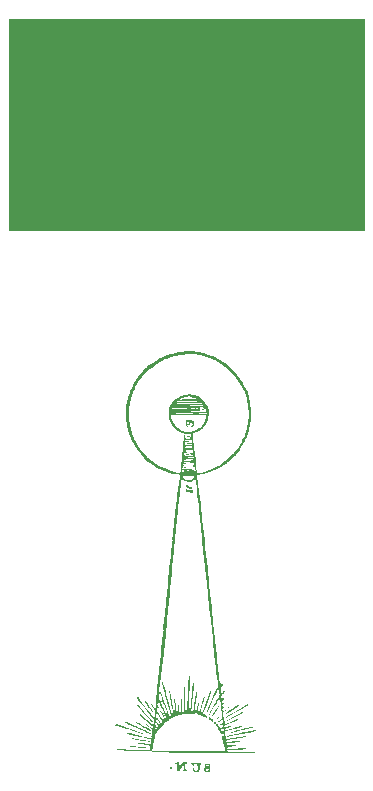
<source format=gbr>
%TF.GenerationSoftware,KiCad,Pcbnew,(6.0.10-0)*%
%TF.CreationDate,2023-02-15T20:01:37+02:00*%
%TF.ProjectId,panel,70616e65-6c2e-46b6-9963-61645f706362,rev?*%
%TF.SameCoordinates,Original*%
%TF.FileFunction,Legend,Bot*%
%TF.FilePolarity,Positive*%
%FSLAX46Y46*%
G04 Gerber Fmt 4.6, Leading zero omitted, Abs format (unit mm)*
G04 Created by KiCad (PCBNEW (6.0.10-0)) date 2023-02-15 20:01:37*
%MOMM*%
%LPD*%
G01*
G04 APERTURE LIST*
%ADD10C,0.100000*%
%ADD11C,0.000000*%
G04 APERTURE END LIST*
D10*
X60000000Y-91150000D02*
X90000000Y-91150000D01*
X90000000Y-91150000D02*
X90000000Y-109000000D01*
X90000000Y-109000000D02*
X60000000Y-109000000D01*
X60000000Y-109000000D02*
X60000000Y-91150000D01*
G36*
X60000000Y-91150000D02*
G01*
X90000000Y-91150000D01*
X90000000Y-109000000D01*
X60000000Y-109000000D01*
X60000000Y-91150000D01*
G37*
D11*
G36*
X74871291Y-154057062D02*
G01*
X74886620Y-154058027D01*
X74901229Y-154059409D01*
X74915104Y-154061190D01*
X74928231Y-154063347D01*
X74940596Y-154065862D01*
X74952185Y-154068714D01*
X74962984Y-154071883D01*
X74972980Y-154075350D01*
X74982158Y-154079094D01*
X74990505Y-154083095D01*
X74998005Y-154087333D01*
X75004646Y-154091788D01*
X75010414Y-154096440D01*
X75015294Y-154101269D01*
X75019273Y-154106255D01*
X75022336Y-154111378D01*
X75024470Y-154116617D01*
X75025660Y-154121954D01*
X75025893Y-154127367D01*
X75025155Y-154132837D01*
X75023431Y-154138344D01*
X75020709Y-154143868D01*
X75016973Y-154149388D01*
X75012210Y-154154884D01*
X75006406Y-154160337D01*
X74999547Y-154165727D01*
X74991619Y-154171033D01*
X74982609Y-154176235D01*
X74972501Y-154181314D01*
X74961282Y-154186249D01*
X74948939Y-154191020D01*
X74938982Y-154195806D01*
X74929657Y-154202622D01*
X74920963Y-154211339D01*
X74912903Y-154221826D01*
X74905476Y-154233952D01*
X74898682Y-154247587D01*
X74892524Y-154262599D01*
X74887000Y-154278858D01*
X74877860Y-154314594D01*
X74871269Y-154353749D01*
X74867230Y-154395276D01*
X74865748Y-154438131D01*
X74866830Y-154481266D01*
X74870478Y-154523637D01*
X74876699Y-154564197D01*
X74885497Y-154601900D01*
X74890864Y-154619353D01*
X74896877Y-154635700D01*
X74903537Y-154650810D01*
X74910844Y-154664552D01*
X74918799Y-154676796D01*
X74927402Y-154687410D01*
X74936655Y-154696264D01*
X74946558Y-154703227D01*
X74950703Y-154705735D01*
X74954716Y-154708335D01*
X74958593Y-154711022D01*
X74962332Y-154713789D01*
X74965927Y-154716630D01*
X74969378Y-154719539D01*
X74972679Y-154722509D01*
X74975828Y-154725536D01*
X74978822Y-154728611D01*
X74981658Y-154731730D01*
X74984331Y-154734887D01*
X74986840Y-154738074D01*
X74989180Y-154741287D01*
X74991348Y-154744518D01*
X74993342Y-154747762D01*
X74995157Y-154751013D01*
X74996791Y-154754264D01*
X74998241Y-154757509D01*
X74999502Y-154760743D01*
X75000573Y-154763959D01*
X75001449Y-154767150D01*
X75002127Y-154770312D01*
X75002605Y-154773437D01*
X75002878Y-154776519D01*
X75002944Y-154779553D01*
X75002799Y-154782532D01*
X75002441Y-154785451D01*
X75001865Y-154788302D01*
X75001069Y-154791080D01*
X75000049Y-154793779D01*
X74998803Y-154796393D01*
X74997326Y-154798914D01*
X74997321Y-154798921D01*
X74993069Y-154804068D01*
X74987386Y-154808643D01*
X74980374Y-154812661D01*
X74972136Y-154816135D01*
X74962775Y-154819080D01*
X74952395Y-154821511D01*
X74928986Y-154824889D01*
X74902733Y-154826384D01*
X74874460Y-154826113D01*
X74844990Y-154824190D01*
X74815148Y-154820732D01*
X74785757Y-154815855D01*
X74757641Y-154809674D01*
X74731623Y-154802307D01*
X74708527Y-154793867D01*
X74698333Y-154789282D01*
X74689178Y-154784473D01*
X74681165Y-154779453D01*
X74674398Y-154774238D01*
X74668979Y-154768843D01*
X74665012Y-154763280D01*
X74662599Y-154757566D01*
X74661843Y-154751714D01*
X74661951Y-154749430D01*
X74662188Y-154747177D01*
X74662550Y-154744958D01*
X74663035Y-154742776D01*
X74663639Y-154740633D01*
X74664358Y-154738533D01*
X74665190Y-154736479D01*
X74666132Y-154734472D01*
X74667179Y-154732517D01*
X74668329Y-154730615D01*
X74669578Y-154728770D01*
X74670923Y-154726984D01*
X74672362Y-154725260D01*
X74673889Y-154723601D01*
X74675503Y-154722010D01*
X74677200Y-154720489D01*
X74678977Y-154719042D01*
X74680830Y-154717671D01*
X74682757Y-154716379D01*
X74684753Y-154715169D01*
X74686816Y-154714044D01*
X74688942Y-154713006D01*
X74691129Y-154712058D01*
X74693372Y-154711203D01*
X74695668Y-154710444D01*
X74698015Y-154709784D01*
X74700409Y-154709225D01*
X74702846Y-154708770D01*
X74705324Y-154708423D01*
X74707839Y-154708185D01*
X74710388Y-154708060D01*
X74712968Y-154708051D01*
X74715551Y-154707835D01*
X74718111Y-154707102D01*
X74720645Y-154705862D01*
X74723148Y-154704131D01*
X74728051Y-154699241D01*
X74732791Y-154692535D01*
X74737342Y-154684116D01*
X74741676Y-154674085D01*
X74745765Y-154662547D01*
X74749582Y-154649603D01*
X74753098Y-154635356D01*
X74756286Y-154619909D01*
X74759119Y-154603365D01*
X74761568Y-154585826D01*
X74763607Y-154567395D01*
X74765207Y-154548175D01*
X74766341Y-154528268D01*
X74766981Y-154507777D01*
X74767163Y-154487288D01*
X74766956Y-154467389D01*
X74766377Y-154448182D01*
X74765443Y-154429769D01*
X74764172Y-154412253D01*
X74762581Y-154395735D01*
X74760687Y-154380319D01*
X74758509Y-154366106D01*
X74756064Y-154353199D01*
X74753369Y-154341700D01*
X74750441Y-154331711D01*
X74748896Y-154327315D01*
X74747299Y-154323335D01*
X74745652Y-154319784D01*
X74743959Y-154316674D01*
X74742220Y-154314019D01*
X74740439Y-154311830D01*
X74738617Y-154310122D01*
X74736756Y-154308906D01*
X74734859Y-154308196D01*
X74732929Y-154308004D01*
X74728229Y-154309107D01*
X74722542Y-154312026D01*
X74708506Y-154322876D01*
X74691413Y-154339686D01*
X74671858Y-154361586D01*
X74650435Y-154387708D01*
X74627739Y-154417182D01*
X74604362Y-154449140D01*
X74580901Y-154482712D01*
X74557948Y-154517029D01*
X74536098Y-154551223D01*
X74515945Y-154584425D01*
X74498083Y-154615765D01*
X74483107Y-154644375D01*
X74471610Y-154669386D01*
X74464187Y-154689928D01*
X74462188Y-154698252D01*
X74461431Y-154705132D01*
X74460808Y-154710899D01*
X74459186Y-154716808D01*
X74456626Y-154722829D01*
X74453186Y-154728934D01*
X74448925Y-154735093D01*
X74443903Y-154741276D01*
X74438178Y-154747456D01*
X74431810Y-154753601D01*
X74417380Y-154765675D01*
X74401086Y-154777263D01*
X74383399Y-154788131D01*
X74364794Y-154798046D01*
X74345742Y-154806773D01*
X74326717Y-154814079D01*
X74308190Y-154819730D01*
X74290636Y-154823490D01*
X74282370Y-154824589D01*
X74274525Y-154825128D01*
X74267160Y-154825077D01*
X74260332Y-154824407D01*
X74254102Y-154823090D01*
X74248529Y-154821095D01*
X74243671Y-154818395D01*
X74239588Y-154814958D01*
X74236440Y-154810141D01*
X74233434Y-154802472D01*
X74230585Y-154792118D01*
X74227905Y-154779246D01*
X74223108Y-154746617D01*
X74219150Y-154705920D01*
X74216135Y-154658492D01*
X74214172Y-154605670D01*
X74213366Y-154548789D01*
X74213824Y-154489186D01*
X74214524Y-154443060D01*
X74214765Y-154401950D01*
X74214456Y-154365572D01*
X74214066Y-154349069D01*
X74213504Y-154333642D01*
X74212759Y-154319256D01*
X74211819Y-154305876D01*
X74210672Y-154293465D01*
X74209308Y-154281988D01*
X74207714Y-154271410D01*
X74205880Y-154261695D01*
X74203793Y-154252808D01*
X74201443Y-154244713D01*
X74198817Y-154237374D01*
X74195905Y-154230757D01*
X74192695Y-154224824D01*
X74189176Y-154219542D01*
X74185336Y-154214874D01*
X74181163Y-154210785D01*
X74176646Y-154207239D01*
X74171774Y-154204201D01*
X74166536Y-154201635D01*
X74160919Y-154199505D01*
X74154913Y-154197777D01*
X74148505Y-154196414D01*
X74141685Y-154195381D01*
X74134441Y-154194643D01*
X74126762Y-154194164D01*
X74118636Y-154193908D01*
X74086657Y-154192302D01*
X74073012Y-154190825D01*
X74060892Y-154188938D01*
X74050268Y-154186668D01*
X74041112Y-154184046D01*
X74033395Y-154181098D01*
X74027089Y-154177856D01*
X74022166Y-154174346D01*
X74018597Y-154170598D01*
X74016353Y-154166642D01*
X74015407Y-154162505D01*
X74015729Y-154158216D01*
X74017291Y-154153804D01*
X74020065Y-154149299D01*
X74024022Y-154144728D01*
X74029134Y-154140122D01*
X74035372Y-154135507D01*
X74051113Y-154126371D01*
X74071017Y-154117551D01*
X74094857Y-154109276D01*
X74122406Y-154101778D01*
X74153434Y-154095287D01*
X74187715Y-154090034D01*
X74225020Y-154086249D01*
X74244276Y-154084928D01*
X74262866Y-154083965D01*
X74280767Y-154083349D01*
X74297955Y-154083070D01*
X74314407Y-154083115D01*
X74330101Y-154083474D01*
X74345012Y-154084136D01*
X74359117Y-154085091D01*
X74372394Y-154086326D01*
X74384818Y-154087831D01*
X74396368Y-154089596D01*
X74407019Y-154091608D01*
X74416748Y-154093857D01*
X74425533Y-154096333D01*
X74433349Y-154099023D01*
X74440174Y-154101918D01*
X74445985Y-154105005D01*
X74450757Y-154108275D01*
X74454469Y-154111716D01*
X74457096Y-154115316D01*
X74458616Y-154119066D01*
X74458953Y-154120993D01*
X74459005Y-154122954D01*
X74458768Y-154124946D01*
X74458240Y-154126969D01*
X74456298Y-154131100D01*
X74453155Y-154135335D01*
X74448789Y-154139665D01*
X74443176Y-154144079D01*
X74436293Y-154148564D01*
X74428116Y-154153110D01*
X74418623Y-154157706D01*
X74407790Y-154162342D01*
X74395594Y-154167005D01*
X74387926Y-154170480D01*
X74380600Y-154175163D01*
X74373626Y-154180969D01*
X74367012Y-154187810D01*
X74360769Y-154195602D01*
X74354904Y-154204257D01*
X74349428Y-154213689D01*
X74344349Y-154223813D01*
X74339677Y-154234541D01*
X74335420Y-154245789D01*
X74331588Y-154257469D01*
X74328191Y-154269495D01*
X74322734Y-154294243D01*
X74319124Y-154319342D01*
X74317433Y-154344104D01*
X74317330Y-154356142D01*
X74317735Y-154367838D01*
X74318656Y-154379104D01*
X74320103Y-154389855D01*
X74322085Y-154400004D01*
X74324610Y-154409465D01*
X74327689Y-154418152D01*
X74331330Y-154425979D01*
X74335543Y-154432860D01*
X74340336Y-154438708D01*
X74345719Y-154443437D01*
X74351702Y-154446962D01*
X74358292Y-154449195D01*
X74365499Y-154450051D01*
X74368079Y-154450037D01*
X74370628Y-154449904D01*
X74373143Y-154449653D01*
X74375621Y-154449288D01*
X74378059Y-154448812D01*
X74380453Y-154448227D01*
X74382800Y-154447537D01*
X74385098Y-154446744D01*
X74387341Y-154445852D01*
X74389528Y-154444863D01*
X74391655Y-154443780D01*
X74393719Y-154442606D01*
X74395716Y-154441344D01*
X74397644Y-154439997D01*
X74399498Y-154438568D01*
X74401276Y-154437060D01*
X74402974Y-154435475D01*
X74404589Y-154433817D01*
X74406118Y-154432088D01*
X74407558Y-154430292D01*
X74408905Y-154428432D01*
X74410155Y-154426509D01*
X74411307Y-154424528D01*
X74412355Y-154422491D01*
X74413298Y-154420401D01*
X74414132Y-154418261D01*
X74414853Y-154416074D01*
X74415458Y-154413842D01*
X74415945Y-154411569D01*
X74416309Y-154409258D01*
X74416547Y-154406912D01*
X74416657Y-154404533D01*
X74417435Y-154399011D01*
X74419546Y-154392094D01*
X74422920Y-154383882D01*
X74427491Y-154374478D01*
X74433188Y-154363984D01*
X74439944Y-154352501D01*
X74447689Y-154340131D01*
X74456355Y-154326977D01*
X74476175Y-154298723D01*
X74498854Y-154268553D01*
X74523844Y-154237283D01*
X74550594Y-154205728D01*
X74569185Y-154185026D01*
X74587274Y-154166116D01*
X74604980Y-154148940D01*
X74622425Y-154133439D01*
X74639728Y-154119554D01*
X74657011Y-154107225D01*
X74674395Y-154096394D01*
X74691999Y-154087001D01*
X74709944Y-154078987D01*
X74728352Y-154072293D01*
X74747342Y-154066859D01*
X74767036Y-154062628D01*
X74787554Y-154059538D01*
X74809016Y-154057532D01*
X74831543Y-154056551D01*
X74855256Y-154056534D01*
X74871291Y-154057062D01*
G37*
G36*
X76477734Y-154678366D02*
G01*
X76474884Y-154653164D01*
X76474262Y-154640743D01*
X76474188Y-154628525D01*
X76474671Y-154616571D01*
X76475722Y-154604943D01*
X76477349Y-154593702D01*
X76479562Y-154582910D01*
X76482371Y-154572628D01*
X76485785Y-154562919D01*
X76489813Y-154553843D01*
X76494465Y-154545463D01*
X76499751Y-154537839D01*
X76505679Y-154531034D01*
X76512261Y-154525109D01*
X76519504Y-154520126D01*
X76521651Y-154518637D01*
X76523721Y-154516770D01*
X76527619Y-154511944D01*
X76531188Y-154505742D01*
X76534415Y-154498253D01*
X76537288Y-154489571D01*
X76539797Y-154479787D01*
X76541929Y-154468991D01*
X76543673Y-154457277D01*
X76545017Y-154444735D01*
X76545950Y-154431457D01*
X76546459Y-154417535D01*
X76546534Y-154403060D01*
X76546486Y-154401143D01*
X76604069Y-154401143D01*
X76604182Y-154405756D01*
X76604789Y-154410007D01*
X76605900Y-154413898D01*
X76607525Y-154417431D01*
X76609675Y-154420610D01*
X76612359Y-154423437D01*
X76615588Y-154425914D01*
X76619373Y-154428044D01*
X76623722Y-154429829D01*
X76628648Y-154431272D01*
X76634159Y-154432375D01*
X76640267Y-154433140D01*
X76654311Y-154433670D01*
X76670863Y-154432881D01*
X76690004Y-154430793D01*
X76711816Y-154427425D01*
X76736382Y-154422798D01*
X76763782Y-154416933D01*
X76794100Y-154409847D01*
X76805890Y-154406745D01*
X76816797Y-154403366D01*
X76826826Y-154399736D01*
X76835984Y-154395877D01*
X76844277Y-154391816D01*
X76851711Y-154387574D01*
X76858292Y-154383178D01*
X76864027Y-154378649D01*
X76868922Y-154374013D01*
X76872982Y-154369294D01*
X76876215Y-154364515D01*
X76878627Y-154359701D01*
X76880223Y-154354876D01*
X76881010Y-154350063D01*
X76880994Y-154345288D01*
X76880181Y-154340573D01*
X76878578Y-154335943D01*
X76876191Y-154331421D01*
X76873025Y-154327033D01*
X76869088Y-154322802D01*
X76864385Y-154318752D01*
X76858923Y-154314907D01*
X76852708Y-154311291D01*
X76845745Y-154307928D01*
X76838042Y-154304842D01*
X76829605Y-154302058D01*
X76820439Y-154299599D01*
X76810550Y-154297489D01*
X76799947Y-154295753D01*
X76788633Y-154294414D01*
X76776616Y-154293497D01*
X76763901Y-154293025D01*
X76757692Y-154293009D01*
X76751482Y-154293187D01*
X76745282Y-154293555D01*
X76739102Y-154294108D01*
X76732951Y-154294840D01*
X76726839Y-154295749D01*
X76720775Y-154296828D01*
X76714769Y-154298073D01*
X76708831Y-154299480D01*
X76702970Y-154301044D01*
X76697197Y-154302761D01*
X76691520Y-154304624D01*
X76685950Y-154306631D01*
X76680496Y-154308776D01*
X76675168Y-154311055D01*
X76669975Y-154313462D01*
X76664927Y-154315994D01*
X76660033Y-154318645D01*
X76655305Y-154321412D01*
X76650750Y-154324289D01*
X76646379Y-154327271D01*
X76642201Y-154330355D01*
X76638226Y-154333535D01*
X76634464Y-154336806D01*
X76630925Y-154340165D01*
X76627617Y-154343606D01*
X76624551Y-154347124D01*
X76621737Y-154350716D01*
X76619183Y-154354376D01*
X76616900Y-154358100D01*
X76614897Y-154361883D01*
X76613184Y-154365720D01*
X76608348Y-154379020D01*
X76605282Y-154390821D01*
X76604439Y-154396166D01*
X76604069Y-154401143D01*
X76546486Y-154401143D01*
X76546161Y-154388124D01*
X76545331Y-154372818D01*
X76544031Y-154357234D01*
X76542250Y-154341464D01*
X76538983Y-154315098D01*
X76536526Y-154291943D01*
X76535128Y-154271797D01*
X76535037Y-154254458D01*
X76535560Y-154246778D01*
X76536503Y-154239723D01*
X76537897Y-154233270D01*
X76539774Y-154227391D01*
X76542165Y-154222063D01*
X76545100Y-154217259D01*
X76548611Y-154212955D01*
X76552728Y-154209125D01*
X76557484Y-154205743D01*
X76562909Y-154202786D01*
X76569035Y-154200226D01*
X76575891Y-154198040D01*
X76583510Y-154196201D01*
X76591923Y-154194685D01*
X76611254Y-154192518D01*
X76634133Y-154191338D01*
X76660809Y-154190942D01*
X76726547Y-154191693D01*
X76747523Y-154192407D01*
X76768305Y-154193748D01*
X76788769Y-154195682D01*
X76808789Y-154198174D01*
X76828242Y-154201190D01*
X76847003Y-154204696D01*
X76864948Y-154208657D01*
X76881952Y-154213038D01*
X76897892Y-154217804D01*
X76912641Y-154222922D01*
X76926077Y-154228357D01*
X76938074Y-154234073D01*
X76948509Y-154240038D01*
X76953102Y-154243102D01*
X76957257Y-154246215D01*
X76960959Y-154249373D01*
X76964193Y-154252571D01*
X76966943Y-154255805D01*
X76969193Y-154259070D01*
X76977097Y-154277034D01*
X76984363Y-154303154D01*
X76990946Y-154336246D01*
X76996798Y-154375125D01*
X77001873Y-154418604D01*
X77006123Y-154465499D01*
X77011963Y-154564792D01*
X77013944Y-154663521D01*
X77013371Y-154709709D01*
X77011692Y-154752200D01*
X77008861Y-154789808D01*
X77004830Y-154821348D01*
X76999555Y-154845633D01*
X76996435Y-154854685D01*
X76992986Y-154861478D01*
X76992987Y-154861475D01*
X76988908Y-154866542D01*
X76983506Y-154871206D01*
X76976855Y-154875471D01*
X76969026Y-154879340D01*
X76950132Y-154885904D01*
X76927408Y-154890927D01*
X76901439Y-154894435D01*
X76872811Y-154896458D01*
X76842109Y-154897024D01*
X76809918Y-154896160D01*
X76776822Y-154893895D01*
X76743408Y-154890256D01*
X76710259Y-154885272D01*
X76677961Y-154878971D01*
X76647099Y-154871380D01*
X76618258Y-154862529D01*
X76592023Y-154852444D01*
X76568980Y-154841154D01*
X76560116Y-154835620D01*
X76551629Y-154829179D01*
X76543529Y-154821895D01*
X76535824Y-154813827D01*
X76528526Y-154805038D01*
X76521643Y-154795590D01*
X76515184Y-154785543D01*
X76509160Y-154774959D01*
X76503579Y-154763901D01*
X76498452Y-154752429D01*
X76493787Y-154740605D01*
X76489594Y-154728492D01*
X76483168Y-154705449D01*
X76638428Y-154705449D01*
X76638739Y-154708556D01*
X76639459Y-154711570D01*
X76639459Y-154711573D01*
X76644089Y-154723920D01*
X76649810Y-154735011D01*
X76656539Y-154744870D01*
X76664198Y-154753527D01*
X76672705Y-154761006D01*
X76681980Y-154767335D01*
X76691942Y-154772541D01*
X76702510Y-154776649D01*
X76713605Y-154779688D01*
X76725145Y-154781684D01*
X76737050Y-154782662D01*
X76749240Y-154782651D01*
X76761633Y-154781677D01*
X76774149Y-154779766D01*
X76786709Y-154776945D01*
X76799230Y-154773242D01*
X76811633Y-154768682D01*
X76823836Y-154763292D01*
X76835761Y-154757099D01*
X76847325Y-154750131D01*
X76858448Y-154742413D01*
X76869050Y-154733972D01*
X76879050Y-154724834D01*
X76888368Y-154715028D01*
X76896923Y-154704579D01*
X76904634Y-154693514D01*
X76911421Y-154681860D01*
X76917204Y-154669643D01*
X76921901Y-154656891D01*
X76925432Y-154643630D01*
X76927718Y-154629886D01*
X76928676Y-154615687D01*
X76928402Y-154607195D01*
X76927202Y-154599759D01*
X76926235Y-154596435D01*
X76925010Y-154593373D01*
X76923521Y-154590572D01*
X76921759Y-154588032D01*
X76919714Y-154585751D01*
X76917380Y-154583730D01*
X76914747Y-154581967D01*
X76911808Y-154580462D01*
X76908553Y-154579214D01*
X76904975Y-154578223D01*
X76896813Y-154577008D01*
X76887257Y-154576810D01*
X76876238Y-154577626D01*
X76863690Y-154579448D01*
X76849545Y-154582273D01*
X76833737Y-154586094D01*
X76816198Y-154590907D01*
X76796861Y-154596706D01*
X76775659Y-154603485D01*
X76760047Y-154608936D01*
X76745056Y-154614819D01*
X76730755Y-154621079D01*
X76717214Y-154627661D01*
X76704504Y-154634510D01*
X76692694Y-154641569D01*
X76687148Y-154645160D01*
X76681854Y-154648784D01*
X76676819Y-154652432D01*
X76672053Y-154656098D01*
X76667565Y-154659776D01*
X76663362Y-154663458D01*
X76659455Y-154667137D01*
X76655851Y-154670806D01*
X76652559Y-154674459D01*
X76649588Y-154678089D01*
X76646948Y-154681688D01*
X76644645Y-154685250D01*
X76642690Y-154688767D01*
X76641091Y-154692234D01*
X76639856Y-154695642D01*
X76638995Y-154698985D01*
X76638516Y-154702257D01*
X76638428Y-154705449D01*
X76483168Y-154705449D01*
X76482663Y-154703640D01*
X76477734Y-154678366D01*
G37*
G36*
X71608558Y-151738428D02*
G01*
X71615392Y-151738836D01*
X71622351Y-151739616D01*
X71629384Y-151740770D01*
X71636442Y-151742299D01*
X71643475Y-151744204D01*
X71650435Y-151746487D01*
X71657271Y-151749148D01*
X71664132Y-151752236D01*
X71669782Y-151755197D01*
X71674231Y-151758023D01*
X71676006Y-151759383D01*
X71677485Y-151760706D01*
X71678667Y-151761992D01*
X71679553Y-151763239D01*
X71680145Y-151764447D01*
X71680444Y-151765614D01*
X71680450Y-151766740D01*
X71680164Y-151767823D01*
X71679588Y-151768863D01*
X71678723Y-151769859D01*
X71677569Y-151770809D01*
X71676127Y-151771714D01*
X71674399Y-151772571D01*
X71672386Y-151773379D01*
X71667506Y-151774848D01*
X71661497Y-151776113D01*
X71654365Y-151777166D01*
X71646120Y-151777999D01*
X71636769Y-151778605D01*
X71626319Y-151778975D01*
X71621414Y-151779049D01*
X71616652Y-151779044D01*
X71612036Y-151778963D01*
X71607570Y-151778807D01*
X71603260Y-151778578D01*
X71599108Y-151778278D01*
X71595120Y-151777909D01*
X71591300Y-151777472D01*
X71587651Y-151776970D01*
X71584178Y-151776403D01*
X71580886Y-151775775D01*
X71577777Y-151775086D01*
X71574858Y-151774338D01*
X71572131Y-151773533D01*
X71569600Y-151772673D01*
X71567271Y-151771760D01*
X71565148Y-151770795D01*
X71563233Y-151769781D01*
X71561533Y-151768718D01*
X71560051Y-151767609D01*
X71558790Y-151766456D01*
X71557756Y-151765260D01*
X71556953Y-151764023D01*
X71556384Y-151762746D01*
X71556189Y-151762094D01*
X71556054Y-151761433D01*
X71555980Y-151760762D01*
X71555967Y-151760083D01*
X71556016Y-151759396D01*
X71556128Y-151758700D01*
X71556540Y-151757285D01*
X71557207Y-151755839D01*
X71558135Y-151754365D01*
X71559327Y-151752864D01*
X71560787Y-151751338D01*
X71562459Y-151749846D01*
X71564280Y-151748444D01*
X71568342Y-151745912D01*
X71572924Y-151743743D01*
X71577976Y-151741939D01*
X71583449Y-151740501D01*
X71589293Y-151739429D01*
X71595459Y-151738726D01*
X71601897Y-151738392D01*
X71608558Y-151738428D01*
G37*
G36*
X75548783Y-131170064D02*
G01*
X75546407Y-131185164D01*
X75542496Y-131198083D01*
X75539833Y-131203762D01*
X75536627Y-131208942D01*
X75532826Y-131213636D01*
X75528376Y-131217861D01*
X75523225Y-131221632D01*
X75517321Y-131224964D01*
X75510609Y-131227871D01*
X75503038Y-131230370D01*
X75485104Y-131234201D01*
X75463096Y-131236578D01*
X75436592Y-131237624D01*
X75405168Y-131237458D01*
X75368401Y-131236202D01*
X75325868Y-131233978D01*
X75221812Y-131227109D01*
X75163558Y-131222610D01*
X75111679Y-131217637D01*
X75065979Y-131212041D01*
X75045387Y-131208963D01*
X75026267Y-131205673D01*
X75008596Y-131202152D01*
X74992349Y-131198383D01*
X74977502Y-131194346D01*
X74964031Y-131190023D01*
X74951912Y-131185395D01*
X74941120Y-131180444D01*
X74931633Y-131175150D01*
X74923424Y-131169496D01*
X74916471Y-131163463D01*
X74910749Y-131157032D01*
X74906233Y-131150184D01*
X74902901Y-131142902D01*
X74900727Y-131135165D01*
X74899687Y-131126956D01*
X74899758Y-131118257D01*
X74900915Y-131109047D01*
X74903134Y-131099309D01*
X74906390Y-131089025D01*
X74910660Y-131078175D01*
X74915920Y-131066741D01*
X74922145Y-131054704D01*
X74929312Y-131042046D01*
X74937395Y-131028748D01*
X74946371Y-131014791D01*
X74953751Y-131004090D01*
X74960951Y-130994795D01*
X74968101Y-130986905D01*
X74971698Y-130983485D01*
X74975332Y-130980415D01*
X74979018Y-130977695D01*
X74982773Y-130975323D01*
X74986613Y-130973301D01*
X74990555Y-130971626D01*
X74994615Y-130970299D01*
X74998809Y-130969320D01*
X75003154Y-130968687D01*
X75007665Y-130968402D01*
X75012359Y-130968462D01*
X75017253Y-130968869D01*
X75022363Y-130969620D01*
X75027704Y-130970717D01*
X75033293Y-130972159D01*
X75039148Y-130973944D01*
X75051715Y-130978547D01*
X75065535Y-130984522D01*
X75080740Y-130991865D01*
X75097459Y-131000575D01*
X75115823Y-131010647D01*
X75130279Y-131018198D01*
X75145420Y-131025083D01*
X75161186Y-131031296D01*
X75177516Y-131036829D01*
X75194348Y-131041673D01*
X75211622Y-131045820D01*
X75229275Y-131049263D01*
X75247248Y-131051993D01*
X75265479Y-131054002D01*
X75283906Y-131055283D01*
X75302468Y-131055827D01*
X75321105Y-131055627D01*
X75339755Y-131054674D01*
X75358357Y-131052961D01*
X75376849Y-131050478D01*
X75395171Y-131047220D01*
X75420196Y-131042367D01*
X75442448Y-131038471D01*
X75462083Y-131035620D01*
X75470968Y-131034613D01*
X75479258Y-131033899D01*
X75486973Y-131033489D01*
X75494131Y-131033395D01*
X75500753Y-131033626D01*
X75506858Y-131034193D01*
X75512466Y-131035108D01*
X75517596Y-131036381D01*
X75522268Y-131038023D01*
X75526502Y-131040045D01*
X75530317Y-131042457D01*
X75533732Y-131045270D01*
X75536769Y-131048496D01*
X75539445Y-131052144D01*
X75541781Y-131056226D01*
X75543796Y-131060753D01*
X75545510Y-131065734D01*
X75546942Y-131071182D01*
X75548112Y-131077107D01*
X75549041Y-131083519D01*
X75549746Y-131090429D01*
X75550248Y-131097849D01*
X75550722Y-131114259D01*
X75550619Y-131132836D01*
X75550046Y-131152661D01*
X75548783Y-131170064D01*
G37*
G36*
X79117842Y-150814247D02*
G01*
X79120414Y-150814489D01*
X79122867Y-150814856D01*
X79125201Y-150815343D01*
X79127413Y-150815948D01*
X79129503Y-150816667D01*
X79131469Y-150817497D01*
X79133311Y-150818435D01*
X79135025Y-150819478D01*
X79136612Y-150820622D01*
X79138069Y-150821864D01*
X79139396Y-150823201D01*
X79140591Y-150824629D01*
X79141652Y-150826146D01*
X79142579Y-150827748D01*
X79143370Y-150829431D01*
X79144023Y-150831194D01*
X79144538Y-150833031D01*
X79144912Y-150834941D01*
X79145145Y-150836919D01*
X79145235Y-150838963D01*
X79145181Y-150841069D01*
X79144981Y-150843234D01*
X79144635Y-150845455D01*
X79144140Y-150847729D01*
X79143495Y-150850051D01*
X79142699Y-150852420D01*
X79141751Y-150854832D01*
X79140649Y-150857283D01*
X79139392Y-150859770D01*
X79137979Y-150862291D01*
X79136408Y-150864841D01*
X79133031Y-150869904D01*
X79129524Y-150874821D01*
X79125913Y-150879567D01*
X79122227Y-150884116D01*
X79118493Y-150888443D01*
X79114739Y-150892523D01*
X79110992Y-150896330D01*
X79107282Y-150899840D01*
X79103634Y-150903026D01*
X79100078Y-150905864D01*
X79096640Y-150908328D01*
X79093350Y-150910393D01*
X79091768Y-150911268D01*
X79090234Y-150912034D01*
X79088750Y-150912688D01*
X79087320Y-150913226D01*
X79085947Y-150913645D01*
X79084636Y-150913943D01*
X79083389Y-150914115D01*
X79082210Y-150914159D01*
X79081074Y-150914072D01*
X79079955Y-150913856D01*
X79078853Y-150913514D01*
X79077772Y-150913050D01*
X79076711Y-150912466D01*
X79075672Y-150911766D01*
X79073667Y-150910031D01*
X79071768Y-150907870D01*
X79069984Y-150905309D01*
X79068328Y-150902375D01*
X79066810Y-150899094D01*
X79065441Y-150895491D01*
X79064232Y-150891592D01*
X79063194Y-150887423D01*
X79062339Y-150883011D01*
X79061676Y-150878382D01*
X79061217Y-150873561D01*
X79060973Y-150868574D01*
X79060955Y-150863447D01*
X79061072Y-150860870D01*
X79061326Y-150858328D01*
X79061712Y-150855825D01*
X79062229Y-150853364D01*
X79062871Y-150850947D01*
X79063636Y-150848578D01*
X79064519Y-150846260D01*
X79065519Y-150843997D01*
X79066630Y-150841790D01*
X79067851Y-150839645D01*
X79069176Y-150837563D01*
X79070603Y-150835547D01*
X79072128Y-150833602D01*
X79073748Y-150831730D01*
X79075460Y-150829935D01*
X79077259Y-150828218D01*
X79079142Y-150826584D01*
X79081106Y-150825036D01*
X79083148Y-150823577D01*
X79085264Y-150822210D01*
X79087450Y-150820938D01*
X79089703Y-150819765D01*
X79092020Y-150818693D01*
X79094396Y-150817726D01*
X79096829Y-150816866D01*
X79099316Y-150816117D01*
X79101851Y-150815483D01*
X79104433Y-150814966D01*
X79107058Y-150814569D01*
X79109722Y-150814295D01*
X79112421Y-150814149D01*
X79115153Y-150814132D01*
X79117842Y-150814247D01*
G37*
G36*
X70875077Y-149204436D02*
G01*
X70881053Y-149205822D01*
X70887446Y-149208091D01*
X70894249Y-149211237D01*
X70901456Y-149215257D01*
X70909058Y-149220148D01*
X70917051Y-149225904D01*
X70934177Y-149239996D01*
X70952778Y-149257502D01*
X70972800Y-149278388D01*
X70994188Y-149302621D01*
X71016887Y-149330168D01*
X71040841Y-149360997D01*
X71065996Y-149395073D01*
X71100804Y-149441322D01*
X71147010Y-149499612D01*
X71202621Y-149567584D01*
X71265644Y-149642879D01*
X71405949Y-149806005D01*
X71479246Y-149889119D01*
X71551982Y-149970121D01*
X71840314Y-150290009D01*
X71961106Y-150425315D01*
X72044756Y-150520135D01*
X72044756Y-150520131D01*
X72059218Y-150537057D01*
X72072731Y-150553497D01*
X72085247Y-150569368D01*
X72096719Y-150584585D01*
X72107101Y-150599063D01*
X72116346Y-150612717D01*
X72124408Y-150625463D01*
X72131238Y-150637217D01*
X72134178Y-150642695D01*
X72136792Y-150647893D01*
X72139075Y-150652800D01*
X72141021Y-150657406D01*
X72142624Y-150661701D01*
X72143879Y-150665674D01*
X72144779Y-150669313D01*
X72145320Y-150672610D01*
X72145494Y-150675552D01*
X72145296Y-150678130D01*
X72144720Y-150680332D01*
X72143761Y-150682149D01*
X72142412Y-150683570D01*
X72140667Y-150684584D01*
X72138522Y-150685180D01*
X72135970Y-150685348D01*
X72126140Y-150681350D01*
X72109951Y-150669917D01*
X72060243Y-150626670D01*
X71903770Y-150472143D01*
X71694571Y-150252589D01*
X71460666Y-149998827D01*
X71230075Y-149741678D01*
X71030819Y-149511964D01*
X70890917Y-149340505D01*
X70851980Y-149286252D01*
X70841798Y-149268681D01*
X70838390Y-149258121D01*
X70838826Y-149248598D01*
X70839762Y-149240007D01*
X70841190Y-149232343D01*
X70843104Y-149225603D01*
X70845497Y-149219783D01*
X70848362Y-149214878D01*
X70851691Y-149210884D01*
X70855480Y-149207796D01*
X70859719Y-149205612D01*
X70864403Y-149204327D01*
X70869524Y-149203936D01*
X70875077Y-149204436D01*
G37*
G36*
X77722490Y-150235104D02*
G01*
X77728698Y-150235715D01*
X77734365Y-150236638D01*
X77739492Y-150237864D01*
X77744082Y-150239388D01*
X77748138Y-150241200D01*
X77751661Y-150243294D01*
X77754655Y-150245662D01*
X77757121Y-150248297D01*
X77759062Y-150251191D01*
X77760481Y-150254337D01*
X77761379Y-150257726D01*
X77761760Y-150261353D01*
X77761625Y-150265209D01*
X77760978Y-150269286D01*
X77759820Y-150273578D01*
X77758154Y-150278076D01*
X77755982Y-150282774D01*
X77753306Y-150287663D01*
X77750130Y-150292737D01*
X77746455Y-150297987D01*
X77742285Y-150303407D01*
X77737620Y-150308988D01*
X77732465Y-150314724D01*
X77720689Y-150326628D01*
X77706977Y-150339060D01*
X77691348Y-150351959D01*
X77673822Y-150365265D01*
X77673821Y-150365265D01*
X77652585Y-150380663D01*
X77633945Y-150393888D01*
X77617840Y-150404910D01*
X77604210Y-150413696D01*
X77592994Y-150420216D01*
X77588271Y-150422617D01*
X77584130Y-150424439D01*
X77580561Y-150425680D01*
X77577558Y-150426335D01*
X77575112Y-150426400D01*
X77573217Y-150425871D01*
X77571864Y-150424745D01*
X77571046Y-150423018D01*
X77570756Y-150420685D01*
X77570985Y-150417744D01*
X77571727Y-150414189D01*
X77572973Y-150410018D01*
X77576948Y-150399809D01*
X77582850Y-150387086D01*
X77590618Y-150371818D01*
X77600191Y-150353975D01*
X77611509Y-150333525D01*
X77617434Y-150323383D01*
X77623688Y-150313535D01*
X77630215Y-150304031D01*
X77636964Y-150294922D01*
X77643881Y-150286259D01*
X77650911Y-150278092D01*
X77658002Y-150270471D01*
X77665101Y-150263447D01*
X77672153Y-150257071D01*
X77679105Y-150251393D01*
X77685905Y-150246463D01*
X77692498Y-150242333D01*
X77695701Y-150240583D01*
X77698831Y-150239052D01*
X77701884Y-150237746D01*
X77704851Y-150236671D01*
X77707727Y-150235834D01*
X77710504Y-150235241D01*
X77713177Y-150234899D01*
X77715737Y-150234813D01*
X77722490Y-150235104D01*
G37*
G36*
X76950173Y-150247537D02*
G01*
X76957960Y-150248270D01*
X76965776Y-150249619D01*
X76973575Y-150251569D01*
X76981308Y-150254102D01*
X76988929Y-150257201D01*
X76996390Y-150260847D01*
X77003644Y-150265024D01*
X77010643Y-150269714D01*
X77017340Y-150274900D01*
X77023687Y-150280565D01*
X77029638Y-150286690D01*
X77035145Y-150293260D01*
X77040160Y-150300256D01*
X77044637Y-150307661D01*
X77048527Y-150315458D01*
X77051784Y-150323629D01*
X77054359Y-150332158D01*
X77056207Y-150341025D01*
X77057279Y-150350215D01*
X77057527Y-150359710D01*
X77057743Y-150368905D01*
X77058145Y-150373200D01*
X77058745Y-150377294D01*
X77059543Y-150381188D01*
X77060538Y-150384881D01*
X77061732Y-150388374D01*
X77063125Y-150391666D01*
X77064717Y-150394759D01*
X77066509Y-150397652D01*
X77068500Y-150400345D01*
X77070692Y-150402839D01*
X77073084Y-150405134D01*
X77075678Y-150407231D01*
X77078473Y-150409128D01*
X77081471Y-150410827D01*
X77084670Y-150412328D01*
X77088072Y-150413631D01*
X77091678Y-150414736D01*
X77095487Y-150415644D01*
X77099500Y-150416354D01*
X77103717Y-150416867D01*
X77108139Y-150417183D01*
X77112766Y-150417302D01*
X77122637Y-150416951D01*
X77133333Y-150415816D01*
X77144857Y-150413897D01*
X77157213Y-150411198D01*
X77171593Y-150408021D01*
X77184617Y-150405817D01*
X77196344Y-150404641D01*
X77201737Y-150404455D01*
X77206827Y-150404548D01*
X77211620Y-150404924D01*
X77216123Y-150405592D01*
X77220344Y-150406558D01*
X77224289Y-150407829D01*
X77227965Y-150409411D01*
X77231380Y-150411312D01*
X77234540Y-150413539D01*
X77237452Y-150416097D01*
X77240123Y-150418995D01*
X77242561Y-150422239D01*
X77244772Y-150425835D01*
X77246763Y-150429791D01*
X77248542Y-150434113D01*
X77250115Y-150438808D01*
X77251489Y-150443884D01*
X77252671Y-150449346D01*
X77253668Y-150455202D01*
X77254488Y-150461459D01*
X77255623Y-150475201D01*
X77256130Y-150490627D01*
X77256067Y-150507792D01*
X77256068Y-150507789D01*
X77255448Y-150520180D01*
X77254087Y-150531951D01*
X77252024Y-150543093D01*
X77249302Y-150553596D01*
X77245961Y-150563451D01*
X77242042Y-150572649D01*
X77237587Y-150581179D01*
X77232636Y-150589033D01*
X77227231Y-150596201D01*
X77221413Y-150602673D01*
X77215223Y-150608441D01*
X77208703Y-150613494D01*
X77201893Y-150617823D01*
X77194834Y-150621419D01*
X77187568Y-150624273D01*
X77180137Y-150626374D01*
X77172580Y-150627714D01*
X77164939Y-150628283D01*
X77157256Y-150628072D01*
X77149571Y-150627070D01*
X77141925Y-150625269D01*
X77134361Y-150622660D01*
X77126918Y-150619232D01*
X77119639Y-150614976D01*
X77112564Y-150609883D01*
X77105734Y-150603944D01*
X77099190Y-150597148D01*
X77092975Y-150589488D01*
X77087128Y-150580952D01*
X77081691Y-150571532D01*
X77076706Y-150561217D01*
X77072212Y-150550000D01*
X77070712Y-150546104D01*
X77069056Y-150542254D01*
X77065306Y-150534711D01*
X77061009Y-150527413D01*
X77056215Y-150520398D01*
X77050973Y-150513707D01*
X77045329Y-150507378D01*
X77039334Y-150501453D01*
X77033035Y-150495969D01*
X77026482Y-150490967D01*
X77019722Y-150486487D01*
X77012805Y-150482568D01*
X77005778Y-150479250D01*
X76998690Y-150476573D01*
X76995139Y-150475486D01*
X76991591Y-150474575D01*
X76988052Y-150473844D01*
X76984528Y-150473298D01*
X76981025Y-150472942D01*
X76977549Y-150472780D01*
X76969408Y-150472377D01*
X76961500Y-150471483D01*
X76953834Y-150470115D01*
X76946420Y-150468286D01*
X76939266Y-150466014D01*
X76932381Y-150463312D01*
X76925773Y-150460198D01*
X76919452Y-150456685D01*
X76913425Y-150452790D01*
X76907702Y-150448529D01*
X76902292Y-150443915D01*
X76897202Y-150438966D01*
X76892442Y-150433697D01*
X76888021Y-150428122D01*
X76883948Y-150422257D01*
X76880230Y-150416119D01*
X76876877Y-150409722D01*
X76873897Y-150403081D01*
X76871299Y-150396213D01*
X76869093Y-150389133D01*
X76867286Y-150381855D01*
X76865887Y-150374397D01*
X76864905Y-150366772D01*
X76864349Y-150358997D01*
X76864228Y-150351087D01*
X76864549Y-150343058D01*
X76865323Y-150334924D01*
X76866557Y-150326702D01*
X76868261Y-150318406D01*
X76870443Y-150310053D01*
X76873111Y-150301658D01*
X76876275Y-150293236D01*
X76880013Y-150285203D01*
X76884349Y-150277997D01*
X76889236Y-150271599D01*
X76894625Y-150265992D01*
X76900471Y-150261159D01*
X76906724Y-150257083D01*
X76913339Y-150253746D01*
X76920268Y-150251130D01*
X76927463Y-150249219D01*
X76934877Y-150247994D01*
X76942463Y-150247440D01*
X76950173Y-150247537D01*
G37*
G36*
X75199269Y-126338010D02*
G01*
X75200170Y-126338476D01*
X75201120Y-126339236D01*
X75202121Y-126340291D01*
X75203174Y-126341641D01*
X75204283Y-126343286D01*
X75206674Y-126347459D01*
X75209309Y-126352812D01*
X75212206Y-126359346D01*
X75215381Y-126367060D01*
X75218850Y-126375955D01*
X75220157Y-126379183D01*
X75221568Y-126382299D01*
X75223078Y-126385300D01*
X75224683Y-126388184D01*
X75226378Y-126390948D01*
X75228159Y-126393591D01*
X75230022Y-126396109D01*
X75231961Y-126398502D01*
X75233972Y-126400766D01*
X75236050Y-126402898D01*
X75238192Y-126404898D01*
X75240392Y-126406762D01*
X75242646Y-126408488D01*
X75244950Y-126410074D01*
X75247298Y-126411518D01*
X75249687Y-126412817D01*
X75252112Y-126413969D01*
X75254568Y-126414971D01*
X75257050Y-126415822D01*
X75259555Y-126416519D01*
X75262078Y-126417059D01*
X75264613Y-126417441D01*
X75267157Y-126417662D01*
X75269705Y-126417720D01*
X75272253Y-126417612D01*
X75274795Y-126417336D01*
X75277328Y-126416891D01*
X75279847Y-126416273D01*
X75282347Y-126415480D01*
X75284823Y-126414510D01*
X75287272Y-126413361D01*
X75289689Y-126412030D01*
X75292073Y-126410680D01*
X75294424Y-126409474D01*
X75296740Y-126408412D01*
X75299017Y-126407490D01*
X75301253Y-126406709D01*
X75303444Y-126406066D01*
X75305588Y-126405561D01*
X75307682Y-126405192D01*
X75309723Y-126404957D01*
X75311707Y-126404855D01*
X75313633Y-126404886D01*
X75315497Y-126405046D01*
X75317297Y-126405336D01*
X75319028Y-126405753D01*
X75320689Y-126406297D01*
X75322277Y-126406965D01*
X75323789Y-126407757D01*
X75325221Y-126408671D01*
X75326570Y-126409706D01*
X75327835Y-126410861D01*
X75329012Y-126412133D01*
X75330098Y-126413522D01*
X75331090Y-126415026D01*
X75331985Y-126416644D01*
X75332780Y-126418375D01*
X75333473Y-126420217D01*
X75334061Y-126422168D01*
X75334540Y-126424228D01*
X75334908Y-126426395D01*
X75335161Y-126428667D01*
X75335298Y-126431044D01*
X75335314Y-126433523D01*
X75335185Y-126436071D01*
X75334893Y-126438649D01*
X75334443Y-126441252D01*
X75333839Y-126443876D01*
X75333085Y-126446517D01*
X75332185Y-126449170D01*
X75329964Y-126454490D01*
X75327208Y-126459801D01*
X75323951Y-126465064D01*
X75320226Y-126470242D01*
X75316066Y-126475297D01*
X75311503Y-126480192D01*
X75306571Y-126484890D01*
X75301302Y-126489351D01*
X75295730Y-126493540D01*
X75289887Y-126497418D01*
X75283806Y-126500949D01*
X75277521Y-126504093D01*
X75271064Y-126506814D01*
X75271065Y-126506816D01*
X75252891Y-126513430D01*
X75235578Y-126519021D01*
X75219032Y-126523583D01*
X75203165Y-126527106D01*
X75187885Y-126529582D01*
X75173099Y-126531004D01*
X75158718Y-126531363D01*
X75144651Y-126530651D01*
X75130805Y-126528860D01*
X75117091Y-126525982D01*
X75103416Y-126522008D01*
X75089690Y-126516930D01*
X75075821Y-126510740D01*
X75061718Y-126503430D01*
X75047291Y-126494993D01*
X75032448Y-126485418D01*
X75021942Y-126478174D01*
X75013045Y-126471632D01*
X75005783Y-126465760D01*
X75000180Y-126460529D01*
X74998008Y-126458144D01*
X74996259Y-126455907D01*
X74994937Y-126453816D01*
X74994045Y-126451865D01*
X74993586Y-126450052D01*
X74993563Y-126448372D01*
X74993978Y-126446821D01*
X74994835Y-126445397D01*
X74996136Y-126444094D01*
X74997886Y-126442909D01*
X75000086Y-126441839D01*
X75002741Y-126440878D01*
X75005852Y-126440025D01*
X75009423Y-126439274D01*
X75017956Y-126438066D01*
X75028365Y-126437223D01*
X75040673Y-126436715D01*
X75054906Y-126436511D01*
X75071086Y-126436581D01*
X75076895Y-126436566D01*
X75082643Y-126436390D01*
X75088324Y-126436054D01*
X75093929Y-126435564D01*
X75099451Y-126434924D01*
X75104883Y-126434137D01*
X75110216Y-126433207D01*
X75115443Y-126432138D01*
X75120557Y-126430935D01*
X75125550Y-126429600D01*
X75130414Y-126428139D01*
X75135142Y-126426554D01*
X75139726Y-126424851D01*
X75144159Y-126423032D01*
X75148432Y-126421102D01*
X75152540Y-126419065D01*
X75156473Y-126416924D01*
X75160224Y-126414684D01*
X75163786Y-126412349D01*
X75167151Y-126409922D01*
X75170312Y-126407408D01*
X75173260Y-126404809D01*
X75175989Y-126402132D01*
X75178490Y-126399378D01*
X75180757Y-126396553D01*
X75182781Y-126393660D01*
X75184555Y-126390703D01*
X75186071Y-126387686D01*
X75187323Y-126384613D01*
X75188301Y-126381487D01*
X75188999Y-126378314D01*
X75189409Y-126375097D01*
X75190199Y-126366326D01*
X75191052Y-126358730D01*
X75191984Y-126352308D01*
X75193012Y-126347062D01*
X75193567Y-126344879D01*
X75194153Y-126342991D01*
X75194770Y-126341397D01*
X75195422Y-126340097D01*
X75196110Y-126339091D01*
X75196837Y-126338379D01*
X75197604Y-126337962D01*
X75198414Y-126337839D01*
X75199269Y-126338010D01*
G37*
G36*
X80587838Y-151087920D02*
G01*
X80599283Y-151089777D01*
X80607893Y-151092517D01*
X80613606Y-151096149D01*
X80616363Y-151100685D01*
X80616101Y-151106135D01*
X80612760Y-151112508D01*
X80606280Y-151119816D01*
X80584571Y-151128807D01*
X80532862Y-151144443D01*
X80352973Y-151192207D01*
X80093659Y-151256225D01*
X79781969Y-151329614D01*
X79621267Y-151367052D01*
X79470278Y-151403007D01*
X79332384Y-151436619D01*
X79210965Y-151467027D01*
X79109402Y-151493371D01*
X79031076Y-151514791D01*
X78979368Y-151530425D01*
X78964553Y-151535805D01*
X78957659Y-151539415D01*
X78957659Y-151539412D01*
X78954380Y-151542059D01*
X78950169Y-151544612D01*
X78945091Y-151547060D01*
X78939212Y-151549389D01*
X78932597Y-151551588D01*
X78925312Y-151553645D01*
X78917422Y-151555546D01*
X78908992Y-151557280D01*
X78900089Y-151558833D01*
X78890776Y-151560195D01*
X78881121Y-151561352D01*
X78871189Y-151562293D01*
X78861044Y-151563004D01*
X78850752Y-151563474D01*
X78840380Y-151563690D01*
X78829991Y-151563640D01*
X78798656Y-151562394D01*
X78775513Y-151559850D01*
X78761003Y-151555848D01*
X78757124Y-151553249D01*
X78755567Y-151550226D01*
X78756390Y-151546758D01*
X78759645Y-151542826D01*
X78773678Y-151533485D01*
X78798104Y-151522043D01*
X78833366Y-151508341D01*
X78938156Y-151473510D01*
X79091570Y-151427708D01*
X79297131Y-151369650D01*
X79558362Y-151298052D01*
X79682119Y-151264990D01*
X79800382Y-151234464D01*
X79912663Y-151206558D01*
X80018475Y-151181353D01*
X80117331Y-151158934D01*
X80208743Y-151139382D01*
X80292225Y-151122782D01*
X80367289Y-151109214D01*
X80433447Y-151098763D01*
X80490213Y-151091511D01*
X80537099Y-151087541D01*
X80573618Y-151086935D01*
X80587838Y-151087920D01*
G37*
G36*
X77725355Y-149268228D02*
G01*
X77726217Y-149268398D01*
X77727018Y-149268699D01*
X77727756Y-149269129D01*
X77728432Y-149269692D01*
X77729044Y-149270387D01*
X77729591Y-149271215D01*
X77730073Y-149272178D01*
X77730488Y-149273276D01*
X77731115Y-149275883D01*
X77731466Y-149279043D01*
X77731534Y-149282765D01*
X77727902Y-149303673D01*
X77718009Y-149332910D01*
X77702447Y-149369498D01*
X77681813Y-149412457D01*
X77627701Y-149513568D01*
X77560430Y-149628408D01*
X77484755Y-149749139D01*
X77405429Y-149867925D01*
X77327210Y-149976931D01*
X77290001Y-150025316D01*
X77254851Y-150068318D01*
X77254851Y-150068315D01*
X77219278Y-150108939D01*
X77189465Y-150140364D01*
X77165291Y-150163038D01*
X77146636Y-150177407D01*
X77139341Y-150181617D01*
X77133380Y-150183919D01*
X77128740Y-150184368D01*
X77125403Y-150183021D01*
X77123357Y-150179933D01*
X77122585Y-150175160D01*
X77123073Y-150168758D01*
X77124805Y-150160783D01*
X77131943Y-150140338D01*
X77143879Y-150114271D01*
X77160493Y-150083030D01*
X77181665Y-150047062D01*
X77207275Y-150006815D01*
X77237201Y-149962734D01*
X77271325Y-149915269D01*
X77309526Y-149864865D01*
X77352786Y-149808032D01*
X77397469Y-149747179D01*
X77442286Y-149684199D01*
X77485952Y-149620983D01*
X77527179Y-149559424D01*
X77564680Y-149501413D01*
X77597167Y-149448842D01*
X77623354Y-149403604D01*
X77634513Y-149383786D01*
X77645345Y-149365313D01*
X77655794Y-149348249D01*
X77665805Y-149332656D01*
X77670629Y-149325430D01*
X77675323Y-149318595D01*
X77679879Y-149312158D01*
X77684290Y-149306127D01*
X77688551Y-149300511D01*
X77692653Y-149295316D01*
X77696591Y-149290551D01*
X77700356Y-149286224D01*
X77703942Y-149282341D01*
X77707342Y-149278911D01*
X77710550Y-149275941D01*
X77713557Y-149273440D01*
X77716358Y-149271414D01*
X77718945Y-149269873D01*
X77721312Y-149268823D01*
X77723451Y-149268272D01*
X77724433Y-149268186D01*
X77725355Y-149268228D01*
G37*
G36*
X75283922Y-125123177D02*
G01*
X75610673Y-125146080D01*
X75607101Y-125338880D01*
X75605734Y-125379221D01*
X75603196Y-125419973D01*
X75599633Y-125460021D01*
X75595190Y-125498250D01*
X75590015Y-125533545D01*
X75587197Y-125549744D01*
X75584251Y-125564791D01*
X75581195Y-125578548D01*
X75578046Y-125590875D01*
X75574824Y-125601632D01*
X75571545Y-125610680D01*
X75571566Y-125610675D01*
X75569801Y-125614722D01*
X75567812Y-125618713D01*
X75563194Y-125626508D01*
X75557778Y-125634020D01*
X75551627Y-125641209D01*
X75544809Y-125648036D01*
X75537387Y-125654462D01*
X75529427Y-125660446D01*
X75520995Y-125665949D01*
X75512155Y-125670932D01*
X75502973Y-125675355D01*
X75493514Y-125679179D01*
X75483843Y-125682363D01*
X75474025Y-125684869D01*
X75464127Y-125686657D01*
X75454212Y-125687688D01*
X75444346Y-125687921D01*
X75433850Y-125687502D01*
X75423979Y-125686657D01*
X75414735Y-125685409D01*
X75406120Y-125683776D01*
X75398137Y-125681782D01*
X75390788Y-125679446D01*
X75384076Y-125676789D01*
X75378003Y-125673833D01*
X75372571Y-125670598D01*
X75367784Y-125667105D01*
X75363642Y-125663376D01*
X75360150Y-125659430D01*
X75357309Y-125655290D01*
X75355122Y-125650976D01*
X75353591Y-125646509D01*
X75352718Y-125641911D01*
X75352507Y-125637201D01*
X75352959Y-125632401D01*
X75354077Y-125627531D01*
X75355863Y-125622614D01*
X75358321Y-125617670D01*
X75361451Y-125612719D01*
X75365257Y-125607783D01*
X75369741Y-125602882D01*
X75374906Y-125598038D01*
X75380754Y-125593272D01*
X75387287Y-125588604D01*
X75394508Y-125584055D01*
X75402420Y-125579647D01*
X75411024Y-125575400D01*
X75420323Y-125571336D01*
X75430320Y-125567475D01*
X75440162Y-125563265D01*
X75449179Y-125558120D01*
X75457381Y-125552106D01*
X75464778Y-125545287D01*
X75471381Y-125537729D01*
X75477199Y-125529497D01*
X75482244Y-125520656D01*
X75486526Y-125511272D01*
X75490054Y-125501408D01*
X75492839Y-125491132D01*
X75494891Y-125480507D01*
X75496221Y-125469599D01*
X75496839Y-125458473D01*
X75496755Y-125447194D01*
X75495980Y-125435828D01*
X75494523Y-125424439D01*
X75492394Y-125413093D01*
X75489606Y-125401854D01*
X75486166Y-125390789D01*
X75482087Y-125379962D01*
X75477377Y-125369438D01*
X75472048Y-125359283D01*
X75466109Y-125349561D01*
X75459571Y-125340338D01*
X75452445Y-125331679D01*
X75444740Y-125323650D01*
X75436466Y-125316314D01*
X75427634Y-125309738D01*
X75418255Y-125303987D01*
X75408338Y-125299125D01*
X75397894Y-125295219D01*
X75386933Y-125292332D01*
X75373591Y-125289789D01*
X75361625Y-125288087D01*
X75350998Y-125287273D01*
X75346175Y-125287213D01*
X75341673Y-125287392D01*
X75337487Y-125287816D01*
X75333613Y-125288492D01*
X75330045Y-125289424D01*
X75326779Y-125290619D01*
X75323811Y-125292082D01*
X75321136Y-125293819D01*
X75318748Y-125295836D01*
X75316645Y-125298139D01*
X75314820Y-125300734D01*
X75313269Y-125303626D01*
X75311988Y-125306821D01*
X75310971Y-125310325D01*
X75310215Y-125314144D01*
X75309714Y-125318284D01*
X75309464Y-125322751D01*
X75309460Y-125327549D01*
X75309698Y-125332686D01*
X75310173Y-125338167D01*
X75311814Y-125350183D01*
X75314347Y-125363645D01*
X75317733Y-125378599D01*
X75321242Y-125394259D01*
X75323751Y-125408355D01*
X75325186Y-125420959D01*
X75325477Y-125426725D01*
X75325473Y-125432145D01*
X75325163Y-125437229D01*
X75324538Y-125441985D01*
X75323588Y-125446424D01*
X75322306Y-125450554D01*
X75320680Y-125454384D01*
X75318703Y-125457923D01*
X75316364Y-125461181D01*
X75313654Y-125464166D01*
X75310565Y-125466889D01*
X75307086Y-125469357D01*
X75303209Y-125471581D01*
X75298924Y-125473569D01*
X75294222Y-125475330D01*
X75289094Y-125476874D01*
X75283530Y-125478209D01*
X75277521Y-125479346D01*
X75264130Y-125481057D01*
X75248849Y-125482083D01*
X75231602Y-125482494D01*
X75212314Y-125482365D01*
X75194203Y-125481868D01*
X75178085Y-125481065D01*
X75170763Y-125480538D01*
X75163926Y-125479924D01*
X75157571Y-125479217D01*
X75151692Y-125478415D01*
X75146287Y-125477514D01*
X75141350Y-125476510D01*
X75136878Y-125475398D01*
X75132865Y-125474176D01*
X75129309Y-125472840D01*
X75126204Y-125471385D01*
X75123546Y-125469809D01*
X75121331Y-125468107D01*
X75119555Y-125466275D01*
X75118214Y-125464310D01*
X75117303Y-125462208D01*
X75116818Y-125459965D01*
X75116755Y-125457578D01*
X75117110Y-125455042D01*
X75117877Y-125452354D01*
X75119054Y-125449510D01*
X75120636Y-125446507D01*
X75122618Y-125443341D01*
X75124997Y-125440007D01*
X75127768Y-125436502D01*
X75130926Y-125432823D01*
X75134468Y-125428965D01*
X75138389Y-125424925D01*
X75142686Y-125420699D01*
X75150848Y-125412640D01*
X75158399Y-125404787D01*
X75165342Y-125397143D01*
X75171676Y-125389709D01*
X75177402Y-125382490D01*
X75182520Y-125375489D01*
X75187033Y-125368707D01*
X75190940Y-125362148D01*
X75194242Y-125355815D01*
X75196941Y-125349711D01*
X75199036Y-125343838D01*
X75200528Y-125338200D01*
X75201419Y-125332799D01*
X75201709Y-125327639D01*
X75201399Y-125322721D01*
X75200490Y-125318049D01*
X75198981Y-125313627D01*
X75196875Y-125309456D01*
X75194172Y-125305540D01*
X75190873Y-125301881D01*
X75186977Y-125298483D01*
X75182488Y-125295348D01*
X75177404Y-125292479D01*
X75171726Y-125289879D01*
X75165457Y-125287551D01*
X75158595Y-125285498D01*
X75151143Y-125283723D01*
X75143100Y-125282228D01*
X75134468Y-125281017D01*
X75125247Y-125280092D01*
X75115438Y-125279456D01*
X75105042Y-125279113D01*
X75091692Y-125279266D01*
X75079411Y-125280264D01*
X75073662Y-125281092D01*
X75068169Y-125282146D01*
X75062927Y-125283431D01*
X75057932Y-125284951D01*
X75053182Y-125286711D01*
X75048671Y-125288716D01*
X75044395Y-125290971D01*
X75040352Y-125293481D01*
X75036537Y-125296250D01*
X75032945Y-125299284D01*
X75029574Y-125302587D01*
X75026418Y-125306163D01*
X75023475Y-125310019D01*
X75020740Y-125314158D01*
X75018209Y-125318586D01*
X75015878Y-125323307D01*
X75013744Y-125328326D01*
X75011801Y-125333648D01*
X75010048Y-125339277D01*
X75008479Y-125345220D01*
X75005878Y-125358061D01*
X75003967Y-125372211D01*
X75002715Y-125387707D01*
X75002091Y-125404588D01*
X75002068Y-125411155D01*
X75002239Y-125417716D01*
X75002598Y-125424263D01*
X75003142Y-125430784D01*
X75003865Y-125437270D01*
X75004764Y-125443710D01*
X75007067Y-125456415D01*
X75010015Y-125468816D01*
X75013570Y-125480834D01*
X75017695Y-125492388D01*
X75019960Y-125497966D01*
X75022353Y-125503397D01*
X75024871Y-125508671D01*
X75027508Y-125513780D01*
X75030259Y-125518711D01*
X75033121Y-125523456D01*
X75036088Y-125528004D01*
X75039157Y-125532345D01*
X75042321Y-125536468D01*
X75045577Y-125540365D01*
X75048920Y-125544025D01*
X75052346Y-125547437D01*
X75055849Y-125550591D01*
X75059425Y-125553479D01*
X75063069Y-125556088D01*
X75066778Y-125558410D01*
X75070545Y-125560434D01*
X75074367Y-125562150D01*
X75078157Y-125563755D01*
X75081829Y-125565449D01*
X75085378Y-125567228D01*
X75088803Y-125569087D01*
X75092100Y-125571021D01*
X75095266Y-125573026D01*
X75098299Y-125575097D01*
X75101194Y-125577229D01*
X75103950Y-125579418D01*
X75106562Y-125581659D01*
X75109029Y-125583948D01*
X75111347Y-125586279D01*
X75113512Y-125588648D01*
X75115523Y-125591051D01*
X75117375Y-125593483D01*
X75119066Y-125595939D01*
X75120594Y-125598414D01*
X75121953Y-125600904D01*
X75123143Y-125603405D01*
X75124159Y-125605911D01*
X75124999Y-125608418D01*
X75125660Y-125610921D01*
X75126138Y-125613416D01*
X75126431Y-125615898D01*
X75126535Y-125618362D01*
X75126448Y-125620804D01*
X75126167Y-125623218D01*
X75125688Y-125625602D01*
X75125008Y-125627948D01*
X75124124Y-125630254D01*
X75123034Y-125632515D01*
X75121735Y-125634725D01*
X75120241Y-125636857D01*
X75118577Y-125638885D01*
X75116749Y-125640808D01*
X75114762Y-125642626D01*
X75112624Y-125644338D01*
X75110340Y-125645942D01*
X75105364Y-125648826D01*
X75099885Y-125651271D01*
X75093954Y-125653271D01*
X75087623Y-125654820D01*
X75080943Y-125655911D01*
X75073967Y-125656538D01*
X75066745Y-125656693D01*
X75059330Y-125656371D01*
X75051773Y-125655566D01*
X75044125Y-125654270D01*
X75036438Y-125652477D01*
X75028764Y-125650180D01*
X75021154Y-125647374D01*
X75011895Y-125642700D01*
X75003345Y-125636440D01*
X74995493Y-125628553D01*
X74988329Y-125618997D01*
X74981844Y-125607730D01*
X74976029Y-125594711D01*
X74970872Y-125579898D01*
X74966364Y-125563249D01*
X74962497Y-125544723D01*
X74959258Y-125524278D01*
X74956640Y-125501872D01*
X74954632Y-125477464D01*
X74953224Y-125451012D01*
X74952407Y-125422475D01*
X74952170Y-125391810D01*
X74952504Y-125358976D01*
X74957171Y-125100276D01*
X75283922Y-125123177D01*
G37*
G36*
X74984357Y-130560400D02*
G01*
X74987855Y-130560748D01*
X74995149Y-130561993D01*
X75002790Y-130563938D01*
X75010712Y-130566545D01*
X75018852Y-130569775D01*
X75027148Y-130573591D01*
X75035536Y-130577952D01*
X75043952Y-130582822D01*
X75052333Y-130588160D01*
X75060616Y-130593930D01*
X75068737Y-130600091D01*
X75076632Y-130606606D01*
X75084238Y-130613436D01*
X75091493Y-130620542D01*
X75098332Y-130627886D01*
X75104691Y-130635430D01*
X75111605Y-130643279D01*
X75120070Y-130651520D01*
X75129969Y-130660085D01*
X75141182Y-130668903D01*
X75153592Y-130677907D01*
X75167081Y-130687028D01*
X75181529Y-130696197D01*
X75196820Y-130705345D01*
X75212835Y-130714404D01*
X75229455Y-130723305D01*
X75246562Y-130731978D01*
X75264039Y-130740356D01*
X75281767Y-130748370D01*
X75299627Y-130755950D01*
X75317502Y-130763028D01*
X75335274Y-130769535D01*
X75352586Y-130775896D01*
X75369112Y-130782543D01*
X75384781Y-130789424D01*
X75399519Y-130796482D01*
X75413254Y-130803666D01*
X75419722Y-130807287D01*
X75425912Y-130810919D01*
X75431815Y-130814555D01*
X75437421Y-130818188D01*
X75442722Y-130821811D01*
X75447708Y-130825418D01*
X75452371Y-130829002D01*
X75456701Y-130832556D01*
X75460689Y-130836073D01*
X75464326Y-130839547D01*
X75467603Y-130842970D01*
X75470510Y-130846336D01*
X75473040Y-130849639D01*
X75475182Y-130852870D01*
X75476928Y-130856025D01*
X75478268Y-130859095D01*
X75479193Y-130862074D01*
X75479695Y-130864955D01*
X75479763Y-130867732D01*
X75479390Y-130870397D01*
X75478566Y-130872944D01*
X75477281Y-130875366D01*
X75477281Y-130875383D01*
X75473032Y-130880686D01*
X75467416Y-130885626D01*
X75460531Y-130890204D01*
X75452476Y-130894421D01*
X75443349Y-130898279D01*
X75433250Y-130901778D01*
X75410530Y-130907707D01*
X75385105Y-130912219D01*
X75357765Y-130915324D01*
X75329299Y-130917031D01*
X75300498Y-130917351D01*
X75272151Y-130916294D01*
X75245049Y-130913870D01*
X75219980Y-130910090D01*
X75197736Y-130904963D01*
X75187920Y-130901898D01*
X75179106Y-130898500D01*
X75171392Y-130894770D01*
X75164879Y-130890710D01*
X75159664Y-130886321D01*
X75155846Y-130881605D01*
X75153523Y-130876562D01*
X75152796Y-130871193D01*
X75152717Y-130868881D01*
X75152399Y-130866532D01*
X75151849Y-130864149D01*
X75151072Y-130861736D01*
X75150074Y-130859299D01*
X75148861Y-130856842D01*
X75145813Y-130851886D01*
X75141975Y-130846904D01*
X75137394Y-130841933D01*
X75132118Y-130837007D01*
X75126193Y-130832164D01*
X75119666Y-130827440D01*
X75112585Y-130822870D01*
X75104996Y-130818492D01*
X75096946Y-130814340D01*
X75088482Y-130810451D01*
X75079652Y-130806862D01*
X75070503Y-130803608D01*
X75061081Y-130800726D01*
X75051016Y-130797343D01*
X75041199Y-130792971D01*
X75031652Y-130787682D01*
X75022401Y-130781548D01*
X75013468Y-130774641D01*
X75004880Y-130767034D01*
X74996658Y-130758799D01*
X74988828Y-130750008D01*
X74981414Y-130740734D01*
X74974439Y-130731049D01*
X74967928Y-130721025D01*
X74961905Y-130710734D01*
X74956393Y-130700249D01*
X74951418Y-130689641D01*
X74947003Y-130678984D01*
X74943172Y-130668350D01*
X74939949Y-130657810D01*
X74937358Y-130647438D01*
X74935424Y-130637304D01*
X74934170Y-130627483D01*
X74933621Y-130618045D01*
X74933801Y-130609064D01*
X74934733Y-130600611D01*
X74936442Y-130592759D01*
X74938952Y-130585579D01*
X74942287Y-130579146D01*
X74946470Y-130573529D01*
X74951528Y-130568803D01*
X74957482Y-130565039D01*
X74964357Y-130562309D01*
X74972178Y-130560686D01*
X74980969Y-130560242D01*
X74984357Y-130560400D01*
G37*
G36*
X79422407Y-149209923D02*
G01*
X79427613Y-149210920D01*
X79432172Y-149212464D01*
X79436099Y-149214523D01*
X79439411Y-149217063D01*
X79442123Y-149220050D01*
X79444250Y-149223451D01*
X79445808Y-149227232D01*
X79446813Y-149231361D01*
X79447281Y-149235803D01*
X79447226Y-149240525D01*
X79446665Y-149245495D01*
X79445613Y-149250677D01*
X79444086Y-149256039D01*
X79442099Y-149261548D01*
X79439668Y-149267170D01*
X79436809Y-149272872D01*
X79433538Y-149278620D01*
X79429869Y-149284381D01*
X79425818Y-149290121D01*
X79421402Y-149295806D01*
X79416635Y-149301405D01*
X79411534Y-149306882D01*
X79406114Y-149312206D01*
X79400390Y-149317341D01*
X79394379Y-149322255D01*
X79388095Y-149326915D01*
X79381555Y-149331286D01*
X79374774Y-149335336D01*
X79367767Y-149339031D01*
X79360551Y-149342337D01*
X79353140Y-149345222D01*
X79342393Y-149349606D01*
X79328574Y-149356179D01*
X79292586Y-149375365D01*
X79246898Y-149401719D01*
X79193233Y-149434181D01*
X79133313Y-149471688D01*
X79068859Y-149513181D01*
X79001595Y-149557598D01*
X78933243Y-149603878D01*
X78790575Y-149700138D01*
X78647004Y-149794282D01*
X78519238Y-149875511D01*
X78466504Y-149907908D01*
X78423987Y-149933025D01*
X78423986Y-149933025D01*
X78338552Y-149981136D01*
X78305221Y-149999089D01*
X78278173Y-150012861D01*
X78257429Y-150022370D01*
X78243011Y-150027532D01*
X78238180Y-150028456D01*
X78234938Y-150028261D01*
X78233287Y-150026938D01*
X78233231Y-150024476D01*
X78234771Y-150020863D01*
X78237910Y-150016090D01*
X78248996Y-150003022D01*
X78266510Y-149985187D01*
X78290471Y-149962500D01*
X78320901Y-149934879D01*
X78357819Y-149902240D01*
X78451204Y-149821569D01*
X78477530Y-149799281D01*
X78503679Y-149777608D01*
X78529492Y-149756665D01*
X78554808Y-149736563D01*
X78579470Y-149717414D01*
X78603317Y-149699332D01*
X78626191Y-149682428D01*
X78647931Y-149666816D01*
X78668379Y-149652607D01*
X78687376Y-149639915D01*
X78704761Y-149628851D01*
X78720376Y-149619529D01*
X78734062Y-149612061D01*
X78745658Y-149606559D01*
X78755006Y-149603136D01*
X78758788Y-149602239D01*
X78761947Y-149601904D01*
X78768069Y-149601270D01*
X78775014Y-149599593D01*
X78782705Y-149596928D01*
X78791062Y-149593327D01*
X78800009Y-149588846D01*
X78809465Y-149583537D01*
X78819353Y-149577455D01*
X78829595Y-149570653D01*
X78840111Y-149563186D01*
X78850824Y-149555107D01*
X78861655Y-149546470D01*
X78872526Y-149537329D01*
X78883359Y-149527738D01*
X78894074Y-149517751D01*
X78904594Y-149507421D01*
X78914841Y-149496803D01*
X78933945Y-149478364D01*
X78958287Y-149457925D01*
X78987095Y-149435929D01*
X79019595Y-149412818D01*
X79055016Y-149389035D01*
X79092586Y-149365020D01*
X79131532Y-149341218D01*
X79171082Y-149318070D01*
X79210463Y-149296018D01*
X79248903Y-149275505D01*
X79285631Y-149256973D01*
X79319872Y-149240864D01*
X79350856Y-149227621D01*
X79377810Y-149217685D01*
X79399962Y-149211500D01*
X79408995Y-149209952D01*
X79416538Y-149209507D01*
X79422407Y-149209923D01*
G37*
G36*
X80199687Y-149159779D02*
G01*
X80204141Y-149160124D01*
X80208366Y-149160698D01*
X80212363Y-149161500D01*
X80216135Y-149162530D01*
X80219685Y-149163788D01*
X80223016Y-149165271D01*
X80226129Y-149166980D01*
X80229029Y-149168914D01*
X80231716Y-149171073D01*
X80234194Y-149173454D01*
X80236465Y-149176059D01*
X80238532Y-149178886D01*
X80240397Y-149181934D01*
X80242063Y-149185202D01*
X80243532Y-149188691D01*
X80244808Y-149192399D01*
X80245892Y-149196325D01*
X80247495Y-149204831D01*
X80248364Y-149214203D01*
X80248518Y-149224434D01*
X80248337Y-149226729D01*
X80247879Y-149229076D01*
X80247153Y-149231473D01*
X80246166Y-149233913D01*
X80243434Y-149238904D01*
X80239739Y-149244013D01*
X80235136Y-149249199D01*
X80229681Y-149254424D01*
X80223428Y-149259649D01*
X80216435Y-149264835D01*
X80208755Y-149269943D01*
X80200444Y-149274935D01*
X80191558Y-149279771D01*
X80182151Y-149284413D01*
X80172281Y-149288822D01*
X80162001Y-149292959D01*
X80151368Y-149296785D01*
X80140436Y-149300261D01*
X80106233Y-149313365D01*
X80054041Y-149337339D01*
X79903803Y-149413359D01*
X79705949Y-149519241D01*
X79476707Y-149645905D01*
X78988969Y-149925255D01*
X78762928Y-150059782D01*
X78570408Y-150178769D01*
X78570408Y-150178772D01*
X78446709Y-150257361D01*
X78397338Y-150288616D01*
X78355469Y-150314912D01*
X78320488Y-150336550D01*
X78305389Y-150345716D01*
X78291783Y-150353830D01*
X78279592Y-150360931D01*
X78268740Y-150367055D01*
X78259150Y-150372240D01*
X78250745Y-150376524D01*
X78243450Y-150379945D01*
X78237186Y-150382539D01*
X78231879Y-150384345D01*
X78227450Y-150385401D01*
X78225541Y-150385658D01*
X78223824Y-150385743D01*
X78222287Y-150385658D01*
X78220923Y-150385409D01*
X78219721Y-150385001D01*
X78218671Y-150384438D01*
X78217765Y-150383725D01*
X78216992Y-150382866D01*
X78216343Y-150381867D01*
X78215808Y-150380732D01*
X78215043Y-150378072D01*
X78214621Y-150374925D01*
X78214464Y-150371328D01*
X78214962Y-150353194D01*
X78220897Y-150342885D01*
X78238529Y-150325997D01*
X78309415Y-150272147D01*
X78428678Y-150190972D01*
X78597373Y-150081798D01*
X79087288Y-149776762D01*
X79787617Y-149351653D01*
X79849937Y-149314565D01*
X79879125Y-149297560D01*
X79907025Y-149281574D01*
X79933658Y-149266600D01*
X79959044Y-149252632D01*
X79983204Y-149239667D01*
X80006157Y-149227697D01*
X80027926Y-149216717D01*
X80048530Y-149206721D01*
X80067989Y-149197704D01*
X80086324Y-149189661D01*
X80103556Y-149182584D01*
X80119705Y-149176470D01*
X80134791Y-149171311D01*
X80148835Y-149167103D01*
X80161858Y-149163840D01*
X80173879Y-149161517D01*
X80184920Y-149160126D01*
X80195000Y-149159664D01*
X80199687Y-149159779D01*
G37*
G36*
X70354242Y-152673083D02*
G01*
X70505960Y-152685998D01*
X70980275Y-152733114D01*
X71117317Y-152747894D01*
X71249126Y-152763552D01*
X71372535Y-152779612D01*
X71484376Y-152795599D01*
X71581479Y-152811035D01*
X71660678Y-152825444D01*
X71718804Y-152838350D01*
X71738975Y-152844091D01*
X71752690Y-152849277D01*
X71763173Y-152854763D01*
X71770090Y-152859629D01*
X71773455Y-152863877D01*
X71773812Y-152865768D01*
X71773287Y-152867504D01*
X71771882Y-152869085D01*
X71769599Y-152870510D01*
X71762410Y-152872894D01*
X71751736Y-152874656D01*
X71737592Y-152875794D01*
X71719995Y-152876307D01*
X71698961Y-152876196D01*
X71646649Y-152874093D01*
X71580785Y-152869479D01*
X71501501Y-152862348D01*
X71101903Y-152826106D01*
X70634898Y-152787187D01*
X70531460Y-152778112D01*
X70434992Y-152767961D01*
X70347604Y-152757076D01*
X70307974Y-152751466D01*
X70271405Y-152745800D01*
X70238160Y-152740122D01*
X70208503Y-152734475D01*
X70182699Y-152728902D01*
X70161009Y-152723444D01*
X70143699Y-152718146D01*
X70131031Y-152713049D01*
X70126520Y-152710590D01*
X70123269Y-152708197D01*
X70121311Y-152705876D01*
X70120678Y-152703633D01*
X70121640Y-152694026D01*
X70124834Y-152685780D01*
X70131289Y-152678932D01*
X70142035Y-152673517D01*
X70158100Y-152669569D01*
X70180513Y-152667124D01*
X70248504Y-152666885D01*
X70354242Y-152673083D01*
G37*
G36*
X75054801Y-128001006D02*
G01*
X75092210Y-128002237D01*
X75128464Y-128004527D01*
X75162429Y-128007855D01*
X75192970Y-128012202D01*
X75205586Y-128014571D01*
X75215033Y-128016821D01*
X75221380Y-128018943D01*
X75224700Y-128020928D01*
X75225246Y-128021866D01*
X75225063Y-128022767D01*
X75222540Y-128024449D01*
X75217203Y-128025965D01*
X75209123Y-128027307D01*
X75185017Y-128029427D01*
X75150791Y-128030734D01*
X75107014Y-128031151D01*
X75054255Y-128030604D01*
X75026793Y-128029989D01*
X75001512Y-128029204D01*
X74978484Y-128028261D01*
X74957780Y-128027171D01*
X74939470Y-128025948D01*
X74923626Y-128024603D01*
X74910317Y-128023148D01*
X74899614Y-128021595D01*
X74895263Y-128020786D01*
X74891589Y-128019956D01*
X74888603Y-128019109D01*
X74886312Y-128018244D01*
X74884726Y-128017364D01*
X74883853Y-128016470D01*
X74883687Y-128016018D01*
X74883703Y-128015564D01*
X74883901Y-128015107D01*
X74884284Y-128014647D01*
X74885605Y-128013720D01*
X74887674Y-128012786D01*
X74890502Y-128011845D01*
X74894096Y-128010899D01*
X74903619Y-128009000D01*
X74916314Y-128007099D01*
X74946994Y-128003882D01*
X74981059Y-128001808D01*
X75017373Y-128000856D01*
X75054801Y-128001006D01*
G37*
G36*
X80806606Y-151354357D02*
G01*
X80812309Y-151354565D01*
X80817629Y-151354923D01*
X80822578Y-151355430D01*
X80827169Y-151356085D01*
X80831414Y-151356886D01*
X80835324Y-151357831D01*
X80838913Y-151358920D01*
X80842193Y-151360151D01*
X80845175Y-151361522D01*
X80847872Y-151363032D01*
X80850296Y-151364679D01*
X80852460Y-151366463D01*
X80854376Y-151368380D01*
X80856055Y-151370431D01*
X80857510Y-151372613D01*
X80858754Y-151374926D01*
X80859798Y-151377367D01*
X80860655Y-151379935D01*
X80861337Y-151382629D01*
X80861856Y-151385447D01*
X80862225Y-151388388D01*
X80862455Y-151391450D01*
X80862549Y-151397932D01*
X80860480Y-151408729D01*
X80853900Y-151419177D01*
X80841635Y-151429543D01*
X80822514Y-151440092D01*
X80759015Y-151462812D01*
X80654023Y-151489473D01*
X80498162Y-151522209D01*
X80282053Y-151563157D01*
X79631579Y-151678227D01*
X79290564Y-151738581D01*
X78991249Y-151793668D01*
X78765942Y-151837400D01*
X78691138Y-151853107D01*
X78646951Y-151863694D01*
X78646951Y-151863697D01*
X78611010Y-151873514D01*
X78577653Y-151881957D01*
X78561963Y-151885663D01*
X78546945Y-151889027D01*
X78532606Y-151892049D01*
X78518956Y-151894728D01*
X78506001Y-151897065D01*
X78493752Y-151899061D01*
X78482215Y-151900715D01*
X78471401Y-151902027D01*
X78461316Y-151902999D01*
X78451970Y-151903630D01*
X78443371Y-151903920D01*
X78435528Y-151903870D01*
X78428448Y-151903480D01*
X78422141Y-151902750D01*
X78416615Y-151901681D01*
X78411878Y-151900272D01*
X78407939Y-151898524D01*
X78406271Y-151897523D01*
X78404805Y-151896438D01*
X78403544Y-151895267D01*
X78402487Y-151894012D01*
X78401635Y-151892673D01*
X78400991Y-151891249D01*
X78400554Y-151889741D01*
X78400327Y-151888148D01*
X78400309Y-151886470D01*
X78400502Y-151884708D01*
X78400908Y-151882862D01*
X78401526Y-151880931D01*
X78403407Y-151876817D01*
X78406153Y-151872366D01*
X78409773Y-151867578D01*
X78414275Y-151862453D01*
X78419667Y-151856992D01*
X78427683Y-151851393D01*
X78440761Y-151845026D01*
X78480932Y-151830282D01*
X78537835Y-151813337D01*
X78609127Y-151794772D01*
X78692462Y-151775164D01*
X78785496Y-151755093D01*
X78885884Y-151735137D01*
X78991282Y-151715876D01*
X79241357Y-151669679D01*
X79538312Y-151611003D01*
X79844975Y-151547378D01*
X80124172Y-151486334D01*
X80243165Y-151459519D01*
X80348794Y-151435981D01*
X80441840Y-151415624D01*
X80483890Y-151406610D01*
X80523087Y-151398356D01*
X80559531Y-151390851D01*
X80593318Y-151384082D01*
X80624546Y-151378039D01*
X80653314Y-151372710D01*
X80679719Y-151368082D01*
X80703858Y-151364145D01*
X80725830Y-151360886D01*
X80745733Y-151358294D01*
X80763664Y-151356356D01*
X80779722Y-151355062D01*
X80794003Y-151354400D01*
X80800508Y-151354302D01*
X80806606Y-151354357D01*
G37*
G36*
X69860071Y-150645838D02*
G01*
X69896825Y-150653921D01*
X69996456Y-150685159D01*
X70130179Y-150736176D01*
X70297109Y-150806583D01*
X70496362Y-150895996D01*
X70727053Y-151004028D01*
X70988297Y-151130293D01*
X71279209Y-151274404D01*
X71375351Y-151321450D01*
X71489698Y-151375740D01*
X71607927Y-151430557D01*
X71715715Y-151479183D01*
X71739863Y-151490012D01*
X71763328Y-151500812D01*
X71785990Y-151511516D01*
X71807727Y-151522054D01*
X71828419Y-151532360D01*
X71847942Y-151542367D01*
X71866177Y-151552006D01*
X71883003Y-151561210D01*
X71898297Y-151569911D01*
X71911938Y-151578042D01*
X71923806Y-151585535D01*
X71933779Y-151592322D01*
X71941735Y-151598336D01*
X71947554Y-151603509D01*
X71949624Y-151605760D01*
X71951114Y-151607774D01*
X71952009Y-151609545D01*
X71952294Y-151611063D01*
X71951661Y-151616874D01*
X71949989Y-151621970D01*
X71947271Y-151626348D01*
X71943502Y-151630007D01*
X71932792Y-151635163D01*
X71917818Y-151637423D01*
X71898538Y-151636774D01*
X71874911Y-151633204D01*
X71846895Y-151626700D01*
X71814449Y-151617248D01*
X71777532Y-151604836D01*
X71736103Y-151589450D01*
X71639541Y-151549705D01*
X71524433Y-151497910D01*
X71390448Y-151433960D01*
X71183054Y-151335791D01*
X70923209Y-151217305D01*
X70644104Y-151093428D01*
X70378931Y-150979085D01*
X70260363Y-150928680D01*
X70154868Y-150883313D01*
X70062056Y-150842744D01*
X69981535Y-150806733D01*
X69912918Y-150775041D01*
X69855812Y-150747427D01*
X69809830Y-150723651D01*
X69790888Y-150713128D01*
X69774580Y-150703475D01*
X69760858Y-150694661D01*
X69749673Y-150686657D01*
X69740977Y-150679433D01*
X69734720Y-150672959D01*
X69730853Y-150667205D01*
X69729801Y-150664588D01*
X69729329Y-150662140D01*
X69729429Y-150659858D01*
X69730097Y-150657736D01*
X69731327Y-150655772D01*
X69733111Y-150653961D01*
X69738320Y-150650787D01*
X69745676Y-150648182D01*
X69755131Y-150646117D01*
X69766635Y-150644563D01*
X69780140Y-150643488D01*
X69795596Y-150642864D01*
X69832172Y-150642845D01*
X69860071Y-150645838D01*
G37*
G36*
X79815057Y-149775108D02*
G01*
X79817046Y-149775355D01*
X79818907Y-149775729D01*
X79820643Y-149776228D01*
X79822258Y-149776852D01*
X79823756Y-149777599D01*
X79825141Y-149778469D01*
X79826417Y-149779461D01*
X79827587Y-149780574D01*
X79828655Y-149781807D01*
X79829626Y-149783159D01*
X79830502Y-149784629D01*
X79831988Y-149787920D01*
X79833143Y-149791674D01*
X79833999Y-149795882D01*
X79834586Y-149800537D01*
X79834934Y-149805633D01*
X79835074Y-149811162D01*
X79835036Y-149817116D01*
X79834511Y-149819722D01*
X79833039Y-149822749D01*
X79827352Y-149830008D01*
X79818164Y-149838778D01*
X79805663Y-149848946D01*
X79771482Y-149873022D01*
X79726320Y-149901327D01*
X79671693Y-149932952D01*
X79609111Y-149966989D01*
X79540090Y-150002530D01*
X79466141Y-150038666D01*
X79297831Y-150119959D01*
X79111629Y-150211806D01*
X78930175Y-150302940D01*
X78776112Y-150382091D01*
X78711007Y-150415880D01*
X78649451Y-150447389D01*
X78592850Y-150475927D01*
X78542610Y-150500807D01*
X78500135Y-150521339D01*
X78466833Y-150536833D01*
X78444108Y-150546602D01*
X78437151Y-150549124D01*
X78433367Y-150549956D01*
X78421933Y-150548870D01*
X78414977Y-150546024D01*
X78413246Y-150543896D01*
X78412716Y-150541276D01*
X78415364Y-150534487D01*
X78423139Y-150525518D01*
X78436257Y-150514229D01*
X78454934Y-150500481D01*
X78479386Y-150484133D01*
X78546481Y-150443082D01*
X78639274Y-150389959D01*
X78759494Y-150323647D01*
X78908870Y-150243028D01*
X79596511Y-149873726D01*
X79634788Y-149853133D01*
X79668808Y-149835086D01*
X79698815Y-149819525D01*
X79725053Y-149806393D01*
X79736835Y-149800720D01*
X79747767Y-149795632D01*
X79757879Y-149791122D01*
X79767202Y-149787184D01*
X79775767Y-149783809D01*
X79783603Y-149780990D01*
X79790742Y-149778720D01*
X79797214Y-149776993D01*
X79803050Y-149775800D01*
X79808280Y-149775134D01*
X79812935Y-149774988D01*
X79815057Y-149775108D01*
G37*
G36*
X78611508Y-149362412D02*
G01*
X78613546Y-149362578D01*
X78615514Y-149362884D01*
X78617408Y-149363328D01*
X78619224Y-149363910D01*
X78620961Y-149364628D01*
X78622614Y-149365481D01*
X78624180Y-149366466D01*
X78625656Y-149367583D01*
X78627039Y-149368830D01*
X78628326Y-149370205D01*
X78629514Y-149371708D01*
X78630599Y-149373336D01*
X78631578Y-149375088D01*
X78632448Y-149376962D01*
X78633205Y-149378958D01*
X78633848Y-149381074D01*
X78634372Y-149383307D01*
X78634774Y-149385658D01*
X78635051Y-149388123D01*
X78635200Y-149390702D01*
X78635217Y-149393391D01*
X78635101Y-149396120D01*
X78634856Y-149398812D01*
X78634486Y-149401464D01*
X78633993Y-149404073D01*
X78633382Y-149406634D01*
X78632655Y-149409145D01*
X78631815Y-149411602D01*
X78630867Y-149414002D01*
X78629812Y-149416342D01*
X78628656Y-149418618D01*
X78627400Y-149420826D01*
X78626048Y-149422964D01*
X78624603Y-149425028D01*
X78623070Y-149427015D01*
X78621450Y-149428921D01*
X78619747Y-149430743D01*
X78617965Y-149432478D01*
X78616107Y-149434122D01*
X78614176Y-149435672D01*
X78612175Y-149437124D01*
X78610108Y-149438476D01*
X78607978Y-149439723D01*
X78605788Y-149440863D01*
X78603542Y-149441892D01*
X78601243Y-149442807D01*
X78598893Y-149443604D01*
X78596497Y-149444281D01*
X78594058Y-149444833D01*
X78591579Y-149445257D01*
X78589063Y-149445550D01*
X78586513Y-149445709D01*
X78583933Y-149445730D01*
X78581356Y-149445653D01*
X78578812Y-149445520D01*
X78576305Y-149445332D01*
X78573838Y-149445091D01*
X78571414Y-149444797D01*
X78569037Y-149444453D01*
X78566710Y-149444060D01*
X78564435Y-149443619D01*
X78562217Y-149443133D01*
X78560058Y-149442601D01*
X78557961Y-149442027D01*
X78555931Y-149441411D01*
X78553969Y-149440754D01*
X78552079Y-149440059D01*
X78550265Y-149439327D01*
X78548529Y-149438559D01*
X78546874Y-149437757D01*
X78545305Y-149436922D01*
X78543824Y-149436056D01*
X78542434Y-149435160D01*
X78541139Y-149434236D01*
X78539941Y-149433284D01*
X78538844Y-149432308D01*
X78537852Y-149431307D01*
X78536966Y-149430284D01*
X78536191Y-149429241D01*
X78535530Y-149428177D01*
X78534986Y-149427096D01*
X78534562Y-149425998D01*
X78534261Y-149424886D01*
X78534086Y-149423759D01*
X78534042Y-149422621D01*
X78534129Y-149421445D01*
X78534348Y-149420205D01*
X78535163Y-149417550D01*
X78536461Y-149414682D01*
X78538216Y-149411629D01*
X78540401Y-149408417D01*
X78542990Y-149405073D01*
X78545958Y-149401624D01*
X78549276Y-149398097D01*
X78552920Y-149394518D01*
X78556863Y-149390914D01*
X78561079Y-149387313D01*
X78565541Y-149383741D01*
X78570223Y-149380225D01*
X78575099Y-149376792D01*
X78580142Y-149373468D01*
X78585326Y-149370281D01*
X78587933Y-149368805D01*
X78590503Y-149367485D01*
X78593035Y-149366321D01*
X78595525Y-149365310D01*
X78597969Y-149364451D01*
X78600365Y-149363743D01*
X78602710Y-149363184D01*
X78604999Y-149362773D01*
X78607231Y-149362509D01*
X78609401Y-149362389D01*
X78611508Y-149362412D01*
G37*
G36*
X69105268Y-150842707D02*
G01*
X69148271Y-150850119D01*
X69204003Y-150863332D01*
X69270324Y-150881722D01*
X69345095Y-150904660D01*
X69426176Y-150931521D01*
X69511429Y-150961678D01*
X69598714Y-150994504D01*
X69940621Y-151124809D01*
X70326975Y-151268258D01*
X70730293Y-151414761D01*
X71123091Y-151554226D01*
X71174829Y-151572777D01*
X71226039Y-151591933D01*
X71275391Y-151611140D01*
X71321554Y-151629849D01*
X71363195Y-151647507D01*
X71398984Y-151663564D01*
X71427589Y-151677468D01*
X71438782Y-151683441D01*
X71447679Y-151688668D01*
X71447680Y-151688668D01*
X71476976Y-151708788D01*
X71481877Y-151714754D01*
X71478335Y-151717419D01*
X71440092Y-151711137D01*
X71350580Y-151686520D01*
X70971091Y-151568589D01*
X70246545Y-151336247D01*
X70087776Y-151286006D01*
X69926925Y-151236716D01*
X69610485Y-151144241D01*
X69460645Y-151102680D01*
X69320227Y-151065321D01*
X69192106Y-151032975D01*
X69079157Y-151006455D01*
X69065013Y-151002974D01*
X69051774Y-150999078D01*
X69039440Y-150994798D01*
X69028011Y-150990163D01*
X69017488Y-150985204D01*
X69007872Y-150979954D01*
X68999162Y-150974441D01*
X68991358Y-150968698D01*
X68984462Y-150962755D01*
X68978474Y-150956642D01*
X68973393Y-150950391D01*
X68969222Y-150944033D01*
X68965958Y-150937597D01*
X68963604Y-150931116D01*
X68962160Y-150924620D01*
X68961626Y-150918139D01*
X68962001Y-150911705D01*
X68963288Y-150905348D01*
X68965485Y-150899099D01*
X68968594Y-150892989D01*
X68972615Y-150887049D01*
X68977548Y-150881310D01*
X68983394Y-150875802D01*
X68990152Y-150870556D01*
X68997824Y-150865603D01*
X69006410Y-150860974D01*
X69015910Y-150856699D01*
X69026324Y-150852810D01*
X69037653Y-150849337D01*
X69049897Y-150846312D01*
X69063057Y-150843764D01*
X69077133Y-150841725D01*
X69089208Y-150841373D01*
X69105268Y-150842707D01*
G37*
G36*
X74883468Y-129105357D02*
G01*
X74895417Y-129105726D01*
X74907269Y-129106389D01*
X74918936Y-129107346D01*
X74930326Y-129108594D01*
X74941350Y-129110132D01*
X74951917Y-129111958D01*
X74961937Y-129114071D01*
X74971320Y-129116469D01*
X74971319Y-129116476D01*
X74979329Y-129118967D01*
X74985323Y-129121356D01*
X74989345Y-129123630D01*
X74990631Y-129124721D01*
X74991442Y-129125779D01*
X74991782Y-129126803D01*
X74991657Y-129127792D01*
X74991074Y-129128744D01*
X74990037Y-129129658D01*
X74986627Y-129131366D01*
X74981473Y-129132906D01*
X74974619Y-129134267D01*
X74966111Y-129135437D01*
X74955994Y-129136406D01*
X74944314Y-129137163D01*
X74931116Y-129137698D01*
X74916445Y-129137999D01*
X74882868Y-129137856D01*
X74865393Y-129137414D01*
X74849308Y-129136767D01*
X74834659Y-129135927D01*
X74821490Y-129134908D01*
X74809846Y-129133721D01*
X74799772Y-129132379D01*
X74795337Y-129131654D01*
X74791312Y-129130895D01*
X74787702Y-129130104D01*
X74784513Y-129129282D01*
X74781750Y-129128430D01*
X74779419Y-129127551D01*
X74777525Y-129126646D01*
X74776074Y-129125717D01*
X74775072Y-129124765D01*
X74774740Y-129124280D01*
X74774524Y-129123791D01*
X74774422Y-129123297D01*
X74774436Y-129122798D01*
X74774566Y-129122294D01*
X74774813Y-129121786D01*
X74775662Y-129120758D01*
X74776987Y-129119715D01*
X74778795Y-129118658D01*
X74781090Y-129117590D01*
X74783879Y-129116511D01*
X74787168Y-129115424D01*
X74790961Y-129114330D01*
X74795265Y-129113230D01*
X74804730Y-129111178D01*
X74814821Y-129109435D01*
X74825449Y-129107998D01*
X74836522Y-129106867D01*
X74847951Y-129106039D01*
X74859645Y-129105512D01*
X74871514Y-129105286D01*
X74883468Y-129105357D01*
G37*
G36*
X69303874Y-153027400D02*
G01*
X69279773Y-153024943D01*
X69255393Y-153021929D01*
X69230902Y-153018400D01*
X69206467Y-153014397D01*
X69182254Y-153009964D01*
X69158430Y-153005143D01*
X69135163Y-152999975D01*
X69112619Y-152994504D01*
X69090965Y-152988771D01*
X69070368Y-152982819D01*
X69050994Y-152976690D01*
X69033012Y-152970427D01*
X69016587Y-152964072D01*
X69001887Y-152957666D01*
X68989078Y-152951254D01*
X68978328Y-152944876D01*
X68966542Y-152936276D01*
X68959134Y-152928708D01*
X68956368Y-152922162D01*
X68956808Y-152919269D01*
X68958507Y-152916627D01*
X68965813Y-152912092D01*
X68978551Y-152908546D01*
X68996982Y-152905980D01*
X69021370Y-152904381D01*
X69089070Y-152904045D01*
X69183753Y-152907451D01*
X69307526Y-152914516D01*
X69462491Y-152925152D01*
X70321009Y-152987456D01*
X70663273Y-153011772D01*
X70953294Y-153031345D01*
X71195388Y-153046037D01*
X71299811Y-153051508D01*
X71393871Y-153055707D01*
X71478107Y-153058616D01*
X71553058Y-153060218D01*
X71619265Y-153060495D01*
X71677266Y-153059430D01*
X71727601Y-153057005D01*
X71770810Y-153053204D01*
X71789910Y-153050781D01*
X71807432Y-153048008D01*
X71823441Y-153044882D01*
X71838006Y-153041401D01*
X71851193Y-153037562D01*
X71863072Y-153033364D01*
X71873708Y-153028805D01*
X71883169Y-153023881D01*
X71891523Y-153018592D01*
X71898837Y-153012935D01*
X71905179Y-153006907D01*
X71910616Y-153000507D01*
X71915215Y-152993732D01*
X71919044Y-152986581D01*
X71922170Y-152979050D01*
X71924661Y-152971139D01*
X71926585Y-152962844D01*
X71928008Y-152954164D01*
X71929622Y-152935637D01*
X71929551Y-152845679D01*
X71929927Y-152807835D01*
X71928998Y-152774454D01*
X71925897Y-152745138D01*
X71919762Y-152719485D01*
X71915287Y-152707907D01*
X71909729Y-152697095D01*
X71902980Y-152686999D01*
X71894932Y-152677569D01*
X71885477Y-152668754D01*
X71874508Y-152660505D01*
X71847592Y-152645504D01*
X71813322Y-152632165D01*
X71770832Y-152620088D01*
X71719257Y-152608873D01*
X71657736Y-152598119D01*
X71501392Y-152576396D01*
X71294887Y-152551716D01*
X71224988Y-152542779D01*
X71156835Y-152532547D01*
X71092130Y-152521380D01*
X71032576Y-152509637D01*
X70979875Y-152497678D01*
X70956626Y-152491730D01*
X70935728Y-152485863D01*
X70917395Y-152480121D01*
X70901839Y-152474550D01*
X70889272Y-152469195D01*
X70879908Y-152464100D01*
X70870044Y-152456195D01*
X70867453Y-152449766D01*
X70872361Y-152444829D01*
X70884996Y-152441401D01*
X70905583Y-152439497D01*
X70934349Y-152439134D01*
X71017322Y-152443093D01*
X71135726Y-152453408D01*
X71291373Y-152470205D01*
X71721637Y-152523763D01*
X71985172Y-152558229D01*
X71989649Y-152316564D01*
X71989962Y-152292081D01*
X71989991Y-152268551D01*
X71989747Y-152246085D01*
X71989241Y-152224791D01*
X71988485Y-152204782D01*
X71987490Y-152186167D01*
X71986269Y-152169057D01*
X71984833Y-152153563D01*
X71983194Y-152139795D01*
X71981363Y-152127863D01*
X71979351Y-152117878D01*
X71977171Y-152109951D01*
X71976022Y-152106793D01*
X71974834Y-152104191D01*
X71973611Y-152102159D01*
X71972352Y-152100710D01*
X71971060Y-152099859D01*
X71969736Y-152099618D01*
X71968382Y-152100003D01*
X71966998Y-152101026D01*
X71956315Y-152104584D01*
X71935020Y-152105060D01*
X71861435Y-152096945D01*
X71747926Y-152077046D01*
X71596173Y-152045726D01*
X71184658Y-151950280D01*
X70640337Y-151813521D01*
X69976777Y-151642498D01*
X69957650Y-151637371D01*
X69939066Y-151631974D01*
X69921123Y-151626353D01*
X69903916Y-151620554D01*
X69887540Y-151614621D01*
X69872092Y-151608601D01*
X69857667Y-151602538D01*
X69844361Y-151596479D01*
X69832271Y-151590470D01*
X69821492Y-151584554D01*
X69812120Y-151578780D01*
X69807992Y-151575959D01*
X69804251Y-151573191D01*
X69800911Y-151570480D01*
X69797981Y-151567833D01*
X69795476Y-151565255D01*
X69793406Y-151562753D01*
X69791784Y-151560330D01*
X69790622Y-151557995D01*
X69789931Y-151555751D01*
X69789724Y-151553605D01*
X69792027Y-151550235D01*
X69798709Y-151548063D01*
X69824711Y-151547203D01*
X69923798Y-151558665D01*
X70079053Y-151586274D01*
X70282543Y-151628315D01*
X70526338Y-151683070D01*
X70802505Y-151748823D01*
X71420227Y-151906455D01*
X71522396Y-151933312D01*
X71620126Y-151958412D01*
X71711104Y-151981202D01*
X71793020Y-152001129D01*
X71863561Y-152017642D01*
X71920416Y-152030187D01*
X71961274Y-152038212D01*
X71974981Y-152040357D01*
X71983822Y-152041164D01*
X71993997Y-152040919D01*
X72003247Y-152039827D01*
X72011589Y-152037942D01*
X72019040Y-152035320D01*
X72025617Y-152032015D01*
X72031337Y-152028081D01*
X72036216Y-152023572D01*
X72040273Y-152018543D01*
X72043523Y-152013049D01*
X72045984Y-152007144D01*
X72047673Y-152000883D01*
X72048606Y-151994319D01*
X72048801Y-151987508D01*
X72048274Y-151980503D01*
X72047043Y-151973360D01*
X72045124Y-151966132D01*
X72042534Y-151958875D01*
X72039291Y-151951642D01*
X72035411Y-151944489D01*
X72030912Y-151937468D01*
X72025809Y-151930636D01*
X72020121Y-151924047D01*
X72013863Y-151917754D01*
X72007054Y-151911813D01*
X71999710Y-151906277D01*
X71991847Y-151901202D01*
X71983483Y-151896641D01*
X71974636Y-151892650D01*
X71965320Y-151889282D01*
X71955555Y-151886593D01*
X71945356Y-151884636D01*
X71934741Y-151883466D01*
X71900991Y-151880927D01*
X71887654Y-151879726D01*
X71876658Y-151878528D01*
X71867992Y-151877298D01*
X71861641Y-151876004D01*
X71859331Y-151875323D01*
X71857595Y-151874613D01*
X71856431Y-151873871D01*
X71855839Y-151873092D01*
X71855816Y-151872272D01*
X71856361Y-151871408D01*
X71857472Y-151870494D01*
X71859149Y-151869527D01*
X71864189Y-151867416D01*
X71871469Y-151865043D01*
X71880977Y-151862375D01*
X71892698Y-151859377D01*
X71922735Y-151852265D01*
X71947875Y-151845724D01*
X71970618Y-151838105D01*
X71991070Y-151829193D01*
X72009337Y-151818770D01*
X72017684Y-151812924D01*
X72025525Y-151806618D01*
X72032873Y-151799826D01*
X72039742Y-151792521D01*
X72046144Y-151784675D01*
X72052092Y-151776261D01*
X72057601Y-151767252D01*
X72062683Y-151757622D01*
X72071621Y-151736386D01*
X72079012Y-151712336D01*
X72084963Y-151685255D01*
X72089579Y-151654926D01*
X72092967Y-151621132D01*
X72095233Y-151583656D01*
X72096484Y-151542280D01*
X72096826Y-151496788D01*
X72096543Y-151459400D01*
X72095553Y-151425915D01*
X72093749Y-151399985D01*
X72232938Y-151399985D01*
X72232970Y-151403024D01*
X72233177Y-151406086D01*
X72233552Y-151409166D01*
X72234093Y-151412258D01*
X72234795Y-151415358D01*
X72235654Y-151418459D01*
X72236665Y-151421558D01*
X72237825Y-151424648D01*
X72239129Y-151427723D01*
X72240572Y-151430780D01*
X72243862Y-151436815D01*
X72247659Y-151442710D01*
X72251932Y-151448422D01*
X72256645Y-151453910D01*
X72261764Y-151459130D01*
X72267256Y-151464042D01*
X72273087Y-151468602D01*
X72279223Y-151472767D01*
X72285629Y-151476497D01*
X72288923Y-151478185D01*
X72292273Y-151479748D01*
X72295673Y-151481181D01*
X72299119Y-151482479D01*
X72302994Y-151483764D01*
X72306735Y-151484831D01*
X72310340Y-151485680D01*
X72313808Y-151486314D01*
X72317138Y-151486734D01*
X72320329Y-151486940D01*
X72323379Y-151486935D01*
X72326287Y-151486720D01*
X72329053Y-151486296D01*
X72331675Y-151485664D01*
X72334151Y-151484826D01*
X72336482Y-151483784D01*
X72338664Y-151482538D01*
X72340698Y-151481090D01*
X72342583Y-151479442D01*
X72344316Y-151477594D01*
X72345897Y-151475549D01*
X72347325Y-151473307D01*
X72348598Y-151470870D01*
X72349715Y-151468239D01*
X72350676Y-151465416D01*
X72351478Y-151462403D01*
X72352121Y-151459199D01*
X72352604Y-151455807D01*
X72352926Y-151452229D01*
X72353084Y-151448465D01*
X72353079Y-151444517D01*
X72352908Y-151440386D01*
X72352067Y-151431582D01*
X72350552Y-151422064D01*
X72348655Y-151413416D01*
X72346318Y-151405221D01*
X72343576Y-151397485D01*
X72340460Y-151390214D01*
X72337002Y-151383413D01*
X72333236Y-151377089D01*
X72329193Y-151371249D01*
X72324905Y-151365897D01*
X72320406Y-151361041D01*
X72315727Y-151356685D01*
X72310902Y-151352837D01*
X72305961Y-151349503D01*
X72300938Y-151346688D01*
X72295866Y-151344398D01*
X72290775Y-151342641D01*
X72285700Y-151341420D01*
X72280672Y-151340744D01*
X72275723Y-151340618D01*
X72270887Y-151341047D01*
X72266194Y-151342039D01*
X72261679Y-151343598D01*
X72257373Y-151345732D01*
X72253308Y-151348446D01*
X72249517Y-151351746D01*
X72246033Y-151355639D01*
X72242887Y-151360130D01*
X72240112Y-151365225D01*
X72237741Y-151370932D01*
X72235805Y-151377255D01*
X72234338Y-151384201D01*
X72233372Y-151391775D01*
X72232938Y-151399985D01*
X72093749Y-151399985D01*
X72093454Y-151395749D01*
X72089845Y-151368318D01*
X72084322Y-151343038D01*
X72080718Y-151331022D01*
X72076485Y-151319325D01*
X72071573Y-151307873D01*
X72065931Y-151296593D01*
X72059510Y-151285414D01*
X72052259Y-151274261D01*
X72044127Y-151263061D01*
X72035065Y-151251742D01*
X72013949Y-151228452D01*
X71988508Y-151203809D01*
X71958340Y-151177227D01*
X71923043Y-151148122D01*
X71882215Y-151115910D01*
X71782359Y-151039829D01*
X71750469Y-151015605D01*
X71719687Y-150991855D01*
X71690162Y-150968711D01*
X71662045Y-150946304D01*
X71635486Y-150924767D01*
X71610635Y-150904231D01*
X71587643Y-150884828D01*
X71566660Y-150866689D01*
X71547836Y-150849947D01*
X71531322Y-150834732D01*
X71517268Y-150821177D01*
X71505824Y-150809413D01*
X71497141Y-150799573D01*
X71493882Y-150795415D01*
X71491369Y-150791787D01*
X71489621Y-150788706D01*
X71488658Y-150786188D01*
X71488497Y-150784249D01*
X71489158Y-150782907D01*
X71490631Y-150782153D01*
X71492877Y-150781959D01*
X71499610Y-150783203D01*
X71509187Y-150786541D01*
X71521443Y-150791874D01*
X71553316Y-150808130D01*
X71593888Y-150831181D01*
X71641815Y-150860237D01*
X71695758Y-150894507D01*
X71754373Y-150933204D01*
X71816318Y-150975535D01*
X71929854Y-151054224D01*
X71975819Y-151085711D01*
X72015256Y-151112244D01*
X72048667Y-151134034D01*
X72063270Y-151143218D01*
X72076557Y-151151295D01*
X72088588Y-151158293D01*
X72099429Y-151164238D01*
X72109141Y-151169157D01*
X72117787Y-151173076D01*
X72125432Y-151176023D01*
X72132137Y-151178022D01*
X72137965Y-151179102D01*
X72140571Y-151179305D01*
X72142981Y-151179288D01*
X72145203Y-151179054D01*
X72147245Y-151178607D01*
X72149116Y-151177949D01*
X72150823Y-151177085D01*
X72152374Y-151176018D01*
X72153776Y-151174750D01*
X72155038Y-151173286D01*
X72156168Y-151171628D01*
X72157173Y-151169779D01*
X72158061Y-151167744D01*
X72159519Y-151163127D01*
X72160604Y-151157802D01*
X72161380Y-151151796D01*
X72161910Y-151145135D01*
X72162256Y-151137847D01*
X72162651Y-151121492D01*
X72161982Y-151114753D01*
X72159769Y-151106948D01*
X72150833Y-151088257D01*
X72138944Y-151070028D01*
X72283388Y-151070028D01*
X72283552Y-151080218D01*
X72284522Y-151091131D01*
X72286275Y-151102673D01*
X72288790Y-151114752D01*
X72292046Y-151127275D01*
X72296020Y-151140149D01*
X72300690Y-151153281D01*
X72306035Y-151166578D01*
X72312033Y-151179947D01*
X72318662Y-151193296D01*
X72325900Y-151206530D01*
X72333726Y-151219559D01*
X72333724Y-151219559D01*
X72348742Y-151243139D01*
X72362462Y-151264012D01*
X72368868Y-151273454D01*
X72374988Y-151282242D01*
X72380835Y-151290386D01*
X72386423Y-151297893D01*
X72391764Y-151304772D01*
X72396872Y-151311030D01*
X72401759Y-151316676D01*
X72406439Y-151321717D01*
X72410924Y-151326162D01*
X72415228Y-151330019D01*
X72419363Y-151333295D01*
X72423343Y-151335999D01*
X72427181Y-151338140D01*
X72430888Y-151339724D01*
X72432698Y-151340310D01*
X72434480Y-151340760D01*
X72436236Y-151341076D01*
X72437968Y-151341257D01*
X72439677Y-151341305D01*
X72441365Y-151341221D01*
X72443034Y-151341007D01*
X72444685Y-151340662D01*
X72446320Y-151340189D01*
X72447941Y-151339587D01*
X72451145Y-151338005D01*
X72454311Y-151335923D01*
X72457452Y-151333349D01*
X72460580Y-151330292D01*
X72463708Y-151326759D01*
X72466851Y-151322759D01*
X72470020Y-151318300D01*
X72473228Y-151313390D01*
X72476489Y-151308036D01*
X72479416Y-151301424D01*
X72481112Y-151293721D01*
X72481644Y-151285024D01*
X72481078Y-151275432D01*
X72479482Y-151265042D01*
X72476922Y-151253950D01*
X72473465Y-151242254D01*
X72469179Y-151230051D01*
X72458384Y-151204517D01*
X72445072Y-151178124D01*
X72429778Y-151151652D01*
X72413037Y-151125880D01*
X72395384Y-151101587D01*
X72377354Y-151079551D01*
X72359482Y-151060551D01*
X72350773Y-151052433D01*
X72342304Y-151045366D01*
X72334141Y-151039448D01*
X72326353Y-151034775D01*
X72319006Y-151031446D01*
X72312166Y-151029557D01*
X72305901Y-151029206D01*
X72300277Y-151030490D01*
X72295362Y-151033506D01*
X72291221Y-151038353D01*
X72289471Y-151041395D01*
X72287946Y-151044723D01*
X72285563Y-151052188D01*
X72284051Y-151060654D01*
X72283388Y-151070028D01*
X72138944Y-151070028D01*
X72136092Y-151065655D01*
X72115795Y-151039378D01*
X72090193Y-151009662D01*
X72059534Y-150976742D01*
X71984044Y-150902235D01*
X71891324Y-150817744D01*
X71783368Y-150725156D01*
X71662172Y-150626357D01*
X71529734Y-150523235D01*
X71473391Y-150479391D01*
X71418457Y-150434842D01*
X71365298Y-150389982D01*
X71314282Y-150345205D01*
X71265777Y-150300906D01*
X71220149Y-150257479D01*
X71177765Y-150215318D01*
X71138994Y-150174817D01*
X71104203Y-150136371D01*
X71073759Y-150100374D01*
X71048029Y-150067219D01*
X71027381Y-150037303D01*
X71019078Y-150023682D01*
X71012182Y-150011018D01*
X71006741Y-149999360D01*
X71002800Y-149988759D01*
X71000405Y-149979262D01*
X70999602Y-149970920D01*
X71000436Y-149963781D01*
X71002954Y-149957895D01*
X71005013Y-149955013D01*
X71007260Y-149952466D01*
X71009692Y-149950251D01*
X71012306Y-149948366D01*
X71015096Y-149946811D01*
X71018060Y-149945583D01*
X71021194Y-149944681D01*
X71024494Y-149944103D01*
X71027957Y-149943848D01*
X71031579Y-149943913D01*
X71035356Y-149944297D01*
X71039284Y-149944998D01*
X71043361Y-149946015D01*
X71047581Y-149947346D01*
X71056440Y-149950942D01*
X71065831Y-149955773D01*
X71075725Y-149961826D01*
X71086093Y-149969086D01*
X71096905Y-149977541D01*
X71108131Y-149987176D01*
X71119742Y-149997979D01*
X71131709Y-150009935D01*
X71144002Y-150023031D01*
X71184727Y-150065927D01*
X71238902Y-150119743D01*
X71395917Y-150267814D01*
X71631677Y-150482606D01*
X71962809Y-150779481D01*
X71994609Y-150806811D01*
X72009663Y-150818927D01*
X72024160Y-150830009D01*
X72038102Y-150840056D01*
X72051495Y-150849066D01*
X72064342Y-150857038D01*
X72076648Y-150863973D01*
X72088417Y-150869868D01*
X72099652Y-150874722D01*
X72110359Y-150878535D01*
X72120541Y-150881305D01*
X72130203Y-150883032D01*
X72139348Y-150883715D01*
X72147982Y-150883352D01*
X72156107Y-150881942D01*
X72163729Y-150879484D01*
X72170851Y-150875978D01*
X72177477Y-150871422D01*
X72183613Y-150865816D01*
X72189261Y-150859158D01*
X72194427Y-150851447D01*
X72199114Y-150842682D01*
X72203327Y-150832862D01*
X72207069Y-150821987D01*
X72210345Y-150810055D01*
X72213159Y-150797065D01*
X72215516Y-150783016D01*
X72217385Y-150768176D01*
X72318361Y-150768176D01*
X72319191Y-150792180D01*
X72322047Y-150817756D01*
X72326843Y-150844326D01*
X72333495Y-150871312D01*
X72341919Y-150898138D01*
X72352028Y-150924225D01*
X72363740Y-150948995D01*
X72376968Y-150971872D01*
X72384125Y-150982420D01*
X72391629Y-150992277D01*
X72399469Y-151001373D01*
X72407637Y-151009634D01*
X72407635Y-151009634D01*
X72425272Y-151025991D01*
X72441365Y-151040431D01*
X72456049Y-151053001D01*
X72462904Y-151058597D01*
X72469457Y-151063742D01*
X72475724Y-151068440D01*
X72481723Y-151072698D01*
X72487469Y-151076521D01*
X72492980Y-151079915D01*
X72498272Y-151082884D01*
X72503362Y-151085434D01*
X72508266Y-151087572D01*
X72513002Y-151089301D01*
X72517586Y-151090629D01*
X72522035Y-151091560D01*
X72526365Y-151092099D01*
X72530594Y-151092253D01*
X72534737Y-151092026D01*
X72538812Y-151091425D01*
X72542835Y-151090454D01*
X72546823Y-151089119D01*
X72550793Y-151087426D01*
X72554761Y-151085380D01*
X72558745Y-151082987D01*
X72562760Y-151080252D01*
X72566824Y-151077180D01*
X72570953Y-151073777D01*
X72575164Y-151070049D01*
X72579473Y-151066001D01*
X72584408Y-151059824D01*
X72587973Y-151052236D01*
X72590229Y-151043342D01*
X72591236Y-151033247D01*
X72591057Y-151022056D01*
X72589752Y-151009874D01*
X72587382Y-150996807D01*
X72584008Y-150982958D01*
X72579692Y-150968434D01*
X72574493Y-150953338D01*
X72561696Y-150921856D01*
X72546105Y-150889352D01*
X72528208Y-150856666D01*
X72508495Y-150824639D01*
X72487453Y-150794112D01*
X72465571Y-150765924D01*
X72443338Y-150740917D01*
X72432242Y-150729868D01*
X72421241Y-150719930D01*
X72410397Y-150711207D01*
X72399770Y-150703804D01*
X72389422Y-150697827D01*
X72379414Y-150693381D01*
X72369806Y-150690570D01*
X72360659Y-150689499D01*
X72353786Y-150690056D01*
X72347557Y-150691944D01*
X72341962Y-150695092D01*
X72336989Y-150699427D01*
X72332629Y-150704876D01*
X72328870Y-150711369D01*
X72325703Y-150718831D01*
X72323116Y-150727192D01*
X72321099Y-150736380D01*
X72319641Y-150746321D01*
X72318361Y-150768176D01*
X72217385Y-150768176D01*
X72217419Y-150767907D01*
X72218872Y-150751737D01*
X72219881Y-150734505D01*
X72220448Y-150716210D01*
X72221738Y-150680058D01*
X72224203Y-150643215D01*
X72227701Y-150606710D01*
X72232086Y-150571571D01*
X72237215Y-150538829D01*
X72240013Y-150523678D01*
X72242943Y-150509511D01*
X72245986Y-150496459D01*
X72249125Y-150484648D01*
X72252342Y-150474208D01*
X72255619Y-150465268D01*
X72257369Y-150460754D01*
X72258919Y-150456347D01*
X72260270Y-150452050D01*
X72261423Y-150447864D01*
X72262379Y-150443792D01*
X72262912Y-150441020D01*
X72380641Y-150441020D01*
X72381084Y-150460285D01*
X72382075Y-150478700D01*
X72383624Y-150496331D01*
X72385741Y-150513249D01*
X72388436Y-150529522D01*
X72391718Y-150545218D01*
X72395599Y-150560406D01*
X72400087Y-150575156D01*
X72405192Y-150589535D01*
X72410926Y-150603612D01*
X72417297Y-150617457D01*
X72424315Y-150631137D01*
X72431991Y-150644722D01*
X72440335Y-150658280D01*
X72449356Y-150671880D01*
X72459064Y-150685590D01*
X72480583Y-150713618D01*
X72504971Y-150742913D01*
X72504971Y-150742917D01*
X72517499Y-150757275D01*
X72529826Y-150770927D01*
X72541948Y-150783871D01*
X72553863Y-150796107D01*
X72565572Y-150807634D01*
X72577070Y-150818451D01*
X72588357Y-150828558D01*
X72599431Y-150837953D01*
X72610290Y-150846638D01*
X72620932Y-150854610D01*
X72631355Y-150861869D01*
X72641559Y-150868415D01*
X72651540Y-150874246D01*
X72661297Y-150879363D01*
X72670829Y-150883764D01*
X72680133Y-150887450D01*
X72689208Y-150890418D01*
X72698052Y-150892669D01*
X72706663Y-150894202D01*
X72715040Y-150895017D01*
X72723180Y-150895112D01*
X72731082Y-150894487D01*
X72738744Y-150893141D01*
X72746165Y-150891075D01*
X72753342Y-150888286D01*
X72760274Y-150884775D01*
X72766958Y-150880541D01*
X72773394Y-150875583D01*
X72779580Y-150869900D01*
X72785513Y-150863492D01*
X72791192Y-150856359D01*
X72796614Y-150848499D01*
X72798190Y-150845949D01*
X72799617Y-150843429D01*
X72800895Y-150840942D01*
X72802027Y-150838492D01*
X72803013Y-150836081D01*
X72803855Y-150833714D01*
X72804553Y-150831393D01*
X72805109Y-150829121D01*
X72805524Y-150826902D01*
X72805798Y-150824739D01*
X72805934Y-150822635D01*
X72805933Y-150820594D01*
X72805794Y-150818618D01*
X72805521Y-150816711D01*
X72805113Y-150814876D01*
X72804572Y-150813116D01*
X72803899Y-150811435D01*
X72803096Y-150809836D01*
X72802162Y-150808322D01*
X72801100Y-150806896D01*
X72799911Y-150805562D01*
X72798596Y-150804323D01*
X72797155Y-150803181D01*
X72795591Y-150802141D01*
X72793903Y-150801205D01*
X72792094Y-150800377D01*
X72790165Y-150799660D01*
X72788116Y-150799057D01*
X72785949Y-150798572D01*
X72783665Y-150798207D01*
X72781265Y-150797966D01*
X72778750Y-150797852D01*
X72776150Y-150797656D01*
X72773495Y-150797168D01*
X72770791Y-150796395D01*
X72768043Y-150795344D01*
X72762440Y-150792439D01*
X72756726Y-150788513D01*
X72750946Y-150783623D01*
X72745142Y-150777829D01*
X72739356Y-150771189D01*
X72733632Y-150763763D01*
X72728013Y-150755609D01*
X72722541Y-150746786D01*
X72717259Y-150737353D01*
X72712211Y-150727369D01*
X72707438Y-150716892D01*
X72702983Y-150705982D01*
X72698891Y-150694697D01*
X72695202Y-150683096D01*
X72691294Y-150671150D01*
X72686558Y-150658852D01*
X72681057Y-150646295D01*
X72674857Y-150633573D01*
X72668021Y-150620777D01*
X72660615Y-150608003D01*
X72652702Y-150595341D01*
X72644348Y-150582885D01*
X72635617Y-150570728D01*
X72626574Y-150558963D01*
X72617282Y-150547683D01*
X72607807Y-150536981D01*
X72598212Y-150526949D01*
X72588564Y-150517681D01*
X72578925Y-150509270D01*
X72569361Y-150501808D01*
X72559985Y-150494495D01*
X72550900Y-150486520D01*
X72542151Y-150477961D01*
X72533784Y-150468898D01*
X72525845Y-150459407D01*
X72518380Y-150449567D01*
X72511434Y-150439457D01*
X72505055Y-150429154D01*
X72499286Y-150418738D01*
X72494175Y-150408285D01*
X72489767Y-150397876D01*
X72486108Y-150387586D01*
X72483244Y-150377496D01*
X72481220Y-150367683D01*
X72480083Y-150358225D01*
X72479861Y-150353654D01*
X72479879Y-150349201D01*
X72480514Y-150337527D01*
X72481664Y-150327659D01*
X72482448Y-150323409D01*
X72483382Y-150319619D01*
X72484471Y-150316292D01*
X72485722Y-150313430D01*
X72487142Y-150311036D01*
X72488738Y-150309113D01*
X72490516Y-150307664D01*
X72492484Y-150306692D01*
X72494648Y-150306199D01*
X72497014Y-150306189D01*
X72499590Y-150306663D01*
X72502383Y-150307626D01*
X72505399Y-150309079D01*
X72508644Y-150311026D01*
X72512126Y-150313469D01*
X72515852Y-150316411D01*
X72524060Y-150323804D01*
X72533323Y-150333228D01*
X72543695Y-150344704D01*
X72555230Y-150358255D01*
X72567981Y-150373904D01*
X72582004Y-150391673D01*
X72602890Y-150419639D01*
X72624139Y-150450228D01*
X72645159Y-150482450D01*
X72665359Y-150515312D01*
X72684147Y-150547824D01*
X72700933Y-150578995D01*
X72715126Y-150607832D01*
X72721065Y-150621066D01*
X72726134Y-150633345D01*
X72731220Y-150645322D01*
X72736816Y-150656675D01*
X72742879Y-150667396D01*
X72749366Y-150677478D01*
X72756232Y-150686913D01*
X72763435Y-150695693D01*
X72770930Y-150703810D01*
X72778675Y-150711258D01*
X72786624Y-150718027D01*
X72794735Y-150724111D01*
X72802964Y-150729501D01*
X72811268Y-150734189D01*
X72819602Y-150738169D01*
X72827923Y-150741432D01*
X72836188Y-150743971D01*
X72844352Y-150745777D01*
X72852372Y-150746843D01*
X72860205Y-150747162D01*
X72867807Y-150746725D01*
X72875134Y-150745524D01*
X72882142Y-150743553D01*
X72888788Y-150740803D01*
X72895028Y-150737267D01*
X72900819Y-150732936D01*
X72906116Y-150727804D01*
X72910877Y-150721861D01*
X72915058Y-150715101D01*
X72918614Y-150707516D01*
X72921503Y-150699098D01*
X72923680Y-150689840D01*
X72925103Y-150679733D01*
X72925726Y-150668769D01*
X72925001Y-150658839D01*
X72922570Y-150646427D01*
X72912960Y-150614821D01*
X72897643Y-150575280D01*
X72877364Y-150529133D01*
X72852869Y-150477707D01*
X72824905Y-150422331D01*
X72761550Y-150305042D01*
X72693266Y-150187891D01*
X72659139Y-150132688D01*
X72626018Y-150081504D01*
X72594648Y-150035669D01*
X72565775Y-149996509D01*
X72540145Y-149965354D01*
X72518503Y-149943531D01*
X72508583Y-149935590D01*
X72499432Y-149929639D01*
X72490982Y-149925791D01*
X72487000Y-149924690D01*
X72483167Y-149924158D01*
X72479477Y-149924207D01*
X72475920Y-149924852D01*
X72472488Y-149926108D01*
X72469173Y-149927988D01*
X72465966Y-149930507D01*
X72462858Y-149933677D01*
X72459843Y-149937515D01*
X72456910Y-149942034D01*
X72451260Y-149953169D01*
X72445843Y-149967197D01*
X72440589Y-149984229D01*
X72435433Y-150004380D01*
X72430307Y-150027762D01*
X72425144Y-150054487D01*
X72414439Y-150118419D01*
X72404157Y-150186425D01*
X72395628Y-150248002D01*
X72388932Y-150303701D01*
X72384149Y-150354070D01*
X72381359Y-150399660D01*
X72380736Y-150420834D01*
X72380641Y-150441020D01*
X72262912Y-150441020D01*
X72263140Y-150439837D01*
X72263705Y-150436000D01*
X72264077Y-150432284D01*
X72264257Y-150428690D01*
X72264245Y-150425221D01*
X72264042Y-150421880D01*
X72263650Y-150418668D01*
X72263069Y-150415587D01*
X72262301Y-150412640D01*
X72261347Y-150409829D01*
X72260207Y-150407156D01*
X72258883Y-150404624D01*
X72257376Y-150402234D01*
X72255686Y-150399989D01*
X72253816Y-150397891D01*
X72251765Y-150395942D01*
X72249535Y-150394144D01*
X72247127Y-150392500D01*
X72244543Y-150391012D01*
X72241782Y-150389681D01*
X72238846Y-150388511D01*
X72235737Y-150387503D01*
X72232455Y-150386660D01*
X72229001Y-150385983D01*
X72225376Y-150385475D01*
X72221582Y-150385139D01*
X72217619Y-150384975D01*
X72208790Y-150382527D01*
X72196879Y-150375605D01*
X72182088Y-150364438D01*
X72164620Y-150349254D01*
X72144681Y-150330285D01*
X72122473Y-150307759D01*
X72072065Y-150252954D01*
X72015027Y-150186676D01*
X71952987Y-150110761D01*
X71887574Y-150027044D01*
X71820418Y-149937361D01*
X71746678Y-149838314D01*
X71662397Y-149727758D01*
X71474022Y-149486991D01*
X71278909Y-149244802D01*
X71186205Y-149132469D01*
X71100673Y-149030934D01*
X71060040Y-148982829D01*
X71021180Y-148935874D01*
X70984251Y-148890296D01*
X70949410Y-148846325D01*
X70916817Y-148804189D01*
X70886630Y-148764118D01*
X70859006Y-148726338D01*
X70834105Y-148691080D01*
X70812084Y-148658572D01*
X70793102Y-148629042D01*
X70777317Y-148602720D01*
X70764888Y-148579833D01*
X70755972Y-148560610D01*
X70752881Y-148552444D01*
X70750728Y-148545281D01*
X70749532Y-148539147D01*
X70749314Y-148534072D01*
X70750093Y-148530085D01*
X70751889Y-148527215D01*
X70758775Y-148520923D01*
X70765916Y-148515505D01*
X70773296Y-148510950D01*
X70780903Y-148507251D01*
X70788723Y-148504397D01*
X70796740Y-148502378D01*
X70804942Y-148501186D01*
X70813315Y-148500811D01*
X70821843Y-148501244D01*
X70830513Y-148502475D01*
X70839312Y-148504495D01*
X70848225Y-148507294D01*
X70857238Y-148510864D01*
X70866337Y-148515195D01*
X70875508Y-148520276D01*
X70884737Y-148526100D01*
X70894010Y-148532656D01*
X70903312Y-148539936D01*
X70912631Y-148547929D01*
X70921952Y-148556627D01*
X70940543Y-148576099D01*
X70958973Y-148598275D01*
X70977130Y-148623082D01*
X70994902Y-148650443D01*
X71012176Y-148680284D01*
X71028840Y-148712530D01*
X71073160Y-148790487D01*
X71144488Y-148899714D01*
X71239489Y-149035706D01*
X71354822Y-149193957D01*
X71487150Y-149369963D01*
X71633134Y-149559216D01*
X71789437Y-149757213D01*
X71952719Y-149959447D01*
X71996271Y-150013606D01*
X72037810Y-150066848D01*
X72076361Y-150117813D01*
X72110951Y-150165141D01*
X72140606Y-150207473D01*
X72164351Y-150243451D01*
X72173703Y-150258631D01*
X72181213Y-150271713D01*
X72186758Y-150282526D01*
X72190217Y-150290901D01*
X72198428Y-150312121D01*
X72206847Y-150327476D01*
X72211120Y-150332987D01*
X72215427Y-150337071D01*
X72219764Y-150339743D01*
X72224125Y-150341014D01*
X72228503Y-150340899D01*
X72232893Y-150339410D01*
X72237289Y-150336561D01*
X72241686Y-150332365D01*
X72250459Y-150319985D01*
X72259167Y-150302376D01*
X72267764Y-150279645D01*
X72276204Y-150251897D01*
X72284442Y-150219239D01*
X72292432Y-150181776D01*
X72300129Y-150139615D01*
X72307488Y-150092861D01*
X72314463Y-150041620D01*
X72321008Y-149986000D01*
X72326264Y-149936320D01*
X72330514Y-149891760D01*
X72333661Y-149851846D01*
X72335608Y-149816104D01*
X72336260Y-149784060D01*
X72336069Y-149769277D01*
X72335519Y-149755240D01*
X72334597Y-149741891D01*
X72333290Y-149729170D01*
X72331587Y-149717018D01*
X72329476Y-149705376D01*
X72326944Y-149694184D01*
X72323980Y-149683384D01*
X72320572Y-149672915D01*
X72316707Y-149662719D01*
X72312373Y-149652736D01*
X72307559Y-149642908D01*
X72302253Y-149633174D01*
X72296442Y-149623476D01*
X72290114Y-149613755D01*
X72283257Y-149603950D01*
X72267908Y-149583856D01*
X72266816Y-149582545D01*
X72494902Y-149582545D01*
X72496160Y-149610662D01*
X72498961Y-149638349D01*
X72503454Y-149665944D01*
X72509790Y-149693779D01*
X72518117Y-149722191D01*
X72528584Y-149751515D01*
X72541342Y-149782085D01*
X72556539Y-149814238D01*
X72574324Y-149848308D01*
X72594848Y-149884630D01*
X72618260Y-149923539D01*
X72644708Y-149965372D01*
X72674342Y-150010462D01*
X72743768Y-150111756D01*
X72848885Y-150261754D01*
X72891982Y-150322859D01*
X72929339Y-150375388D01*
X72961382Y-150419856D01*
X72975544Y-150439228D01*
X72988537Y-150456778D01*
X73000414Y-150472570D01*
X73011229Y-150486668D01*
X73021035Y-150499138D01*
X73029885Y-150510043D01*
X73037832Y-150519447D01*
X73044929Y-150527415D01*
X73051231Y-150534012D01*
X73056789Y-150539301D01*
X73059307Y-150541476D01*
X73061658Y-150543347D01*
X73063851Y-150544925D01*
X73065891Y-150546215D01*
X73067785Y-150547227D01*
X73069540Y-150547969D01*
X73071162Y-150548448D01*
X73072659Y-150548673D01*
X73074036Y-150548651D01*
X73075301Y-150548391D01*
X73076460Y-150547901D01*
X73077519Y-150547189D01*
X73078487Y-150546262D01*
X73079368Y-150545129D01*
X73080170Y-150543798D01*
X73080899Y-150542277D01*
X73082166Y-150538698D01*
X73083223Y-150534454D01*
X73084122Y-150529611D01*
X73084917Y-150524234D01*
X73088170Y-150493867D01*
X73089674Y-150463557D01*
X73089397Y-150433201D01*
X73087305Y-150402700D01*
X73083365Y-150371954D01*
X73077544Y-150340860D01*
X73069809Y-150309320D01*
X73060128Y-150277232D01*
X73048466Y-150244495D01*
X73034791Y-150211010D01*
X73019069Y-150176675D01*
X73001268Y-150141390D01*
X72981354Y-150105055D01*
X72959294Y-150067568D01*
X72935055Y-150028830D01*
X72908605Y-149988740D01*
X72891601Y-149963226D01*
X72875099Y-149937783D01*
X72859184Y-149912570D01*
X72843938Y-149887745D01*
X72829448Y-149863469D01*
X72815797Y-149839899D01*
X72803071Y-149817197D01*
X72791352Y-149795520D01*
X72780727Y-149775028D01*
X72771278Y-149755881D01*
X72763092Y-149738237D01*
X72756251Y-149722256D01*
X72750842Y-149708096D01*
X72746947Y-149695918D01*
X72744652Y-149685880D01*
X72744130Y-149681714D01*
X72744040Y-149678142D01*
X72745576Y-149672847D01*
X72749487Y-149671915D01*
X72755612Y-149675088D01*
X72763794Y-149682107D01*
X72785689Y-149706651D01*
X72813900Y-149743475D01*
X72884180Y-149845692D01*
X72964454Y-149972206D01*
X73044542Y-150106463D01*
X73114264Y-150231909D01*
X73142057Y-150286156D01*
X73163441Y-150331993D01*
X73177144Y-150367350D01*
X73180717Y-150380453D01*
X73181893Y-150390159D01*
X73181929Y-150393384D01*
X73182094Y-150396570D01*
X73182385Y-150399713D01*
X73182800Y-150402810D01*
X73183336Y-150405856D01*
X73183988Y-150408847D01*
X73184754Y-150411779D01*
X73185631Y-150414648D01*
X73186616Y-150417450D01*
X73187705Y-150420181D01*
X73188894Y-150422836D01*
X73190182Y-150425412D01*
X73191565Y-150427905D01*
X73193039Y-150430310D01*
X73194601Y-150432623D01*
X73196249Y-150434841D01*
X73197979Y-150436959D01*
X73199787Y-150438973D01*
X73201671Y-150440879D01*
X73203628Y-150442673D01*
X73205654Y-150444351D01*
X73207746Y-150445908D01*
X73209901Y-150447342D01*
X73212115Y-150448647D01*
X73214386Y-150449820D01*
X73216711Y-150450856D01*
X73219085Y-150451751D01*
X73221507Y-150452502D01*
X73223972Y-150453104D01*
X73226478Y-150453553D01*
X73229021Y-150453845D01*
X73231599Y-150453976D01*
X73234180Y-150453881D01*
X73236733Y-150453506D01*
X73239256Y-150452858D01*
X73241745Y-150451943D01*
X73244196Y-150450768D01*
X73246606Y-150449340D01*
X73248971Y-150447667D01*
X73251290Y-150445755D01*
X73255769Y-150441242D01*
X73260018Y-150435856D01*
X73264010Y-150429653D01*
X73267717Y-150422688D01*
X73271112Y-150415016D01*
X73274169Y-150406693D01*
X73276861Y-150397773D01*
X73279162Y-150388312D01*
X73281043Y-150378366D01*
X73282479Y-150367989D01*
X73283442Y-150357238D01*
X73283907Y-150346166D01*
X73277735Y-150306613D01*
X73259304Y-150244406D01*
X73230238Y-150163013D01*
X73192162Y-150065901D01*
X73095476Y-149838395D01*
X72982243Y-149589631D01*
X72865457Y-149347353D01*
X72758115Y-149139302D01*
X72712047Y-149056783D01*
X72673213Y-148993224D01*
X72643238Y-148952094D01*
X72632080Y-148941023D01*
X72623746Y-148936860D01*
X72620782Y-148936833D01*
X72617782Y-148937227D01*
X72614752Y-148938034D01*
X72611697Y-148939243D01*
X72608622Y-148940844D01*
X72605534Y-148942827D01*
X72599338Y-148947898D01*
X72593151Y-148954374D01*
X72587018Y-148962175D01*
X72580983Y-148971219D01*
X72575089Y-148981425D01*
X72569381Y-148992712D01*
X72563902Y-149004999D01*
X72558696Y-149018204D01*
X72553806Y-149032247D01*
X72549277Y-149047046D01*
X72545153Y-149062521D01*
X72541477Y-149078589D01*
X72538292Y-149095170D01*
X72534873Y-149117050D01*
X72532421Y-149137952D01*
X72530956Y-149157957D01*
X72530502Y-149177145D01*
X72531078Y-149195597D01*
X72532705Y-149213394D01*
X72535406Y-149230617D01*
X72539202Y-149247345D01*
X72544113Y-149263661D01*
X72550161Y-149279643D01*
X72557367Y-149295374D01*
X72565752Y-149310934D01*
X72575339Y-149326404D01*
X72586147Y-149341863D01*
X72598199Y-149357394D01*
X72611514Y-149373076D01*
X72621681Y-149384954D01*
X72631208Y-149396841D01*
X72640060Y-149408661D01*
X72648204Y-149420338D01*
X72655604Y-149431795D01*
X72662228Y-149442958D01*
X72668041Y-149453749D01*
X72673008Y-149464092D01*
X72677096Y-149473911D01*
X72680270Y-149483131D01*
X72681503Y-149487492D01*
X72682496Y-149491674D01*
X72683242Y-149495669D01*
X72683739Y-149499466D01*
X72683982Y-149503056D01*
X72683967Y-149506429D01*
X72683689Y-149509576D01*
X72683144Y-149512488D01*
X72682327Y-149515154D01*
X72681236Y-149517566D01*
X72679864Y-149519713D01*
X72678209Y-149521587D01*
X72676327Y-149523182D01*
X72674284Y-149524502D01*
X72672086Y-149525552D01*
X72669741Y-149526335D01*
X72667255Y-149526856D01*
X72664634Y-149527119D01*
X72661886Y-149527128D01*
X72659018Y-149526887D01*
X72656037Y-149526400D01*
X72652948Y-149525672D01*
X72649759Y-149524706D01*
X72646478Y-149523507D01*
X72639662Y-149520426D01*
X72632555Y-149516462D01*
X72625212Y-149511647D01*
X72617688Y-149506016D01*
X72610036Y-149499600D01*
X72602312Y-149492434D01*
X72594570Y-149484551D01*
X72586864Y-149475983D01*
X72579250Y-149466763D01*
X72571781Y-149456926D01*
X72549539Y-149427329D01*
X72540355Y-149416264D01*
X72532342Y-149407839D01*
X72528748Y-149404651D01*
X72525412Y-149402165D01*
X72522325Y-149400396D01*
X72519475Y-149399357D01*
X72516851Y-149399063D01*
X72514442Y-149399527D01*
X72512236Y-149400764D01*
X72510223Y-149402787D01*
X72508390Y-149405611D01*
X72506728Y-149409251D01*
X72505224Y-149413719D01*
X72503868Y-149419030D01*
X72501554Y-149432239D01*
X72499696Y-149448990D01*
X72498205Y-149469394D01*
X72496991Y-149493567D01*
X72495038Y-149553664D01*
X72494902Y-149582545D01*
X72266816Y-149582545D01*
X72250301Y-149562719D01*
X72230337Y-149540065D01*
X72205956Y-149512006D01*
X72181967Y-149482635D01*
X72158585Y-149452332D01*
X72136025Y-149421478D01*
X72114502Y-149390453D01*
X72094231Y-149359638D01*
X72075429Y-149329414D01*
X72058309Y-149300160D01*
X72043088Y-149272257D01*
X72029980Y-149246086D01*
X72019201Y-149222028D01*
X72010967Y-149200462D01*
X72005491Y-149181769D01*
X72003856Y-149173619D01*
X72002991Y-149166329D01*
X72002924Y-149159949D01*
X72003681Y-149154524D01*
X72005289Y-149150103D01*
X72007776Y-149146734D01*
X72011128Y-149143979D01*
X72014739Y-149141914D01*
X72018600Y-149140529D01*
X72022700Y-149139813D01*
X72027029Y-149139755D01*
X72031579Y-149140346D01*
X72036339Y-149141575D01*
X72041299Y-149143431D01*
X72051784Y-149148983D01*
X72062955Y-149156920D01*
X72074735Y-149167156D01*
X72087046Y-149179610D01*
X72099811Y-149194196D01*
X72112952Y-149210832D01*
X72126391Y-149229434D01*
X72140052Y-149249919D01*
X72153857Y-149272201D01*
X72167727Y-149296199D01*
X72181587Y-149321829D01*
X72195357Y-149349006D01*
X72220835Y-149398696D01*
X72244560Y-149440322D01*
X72266538Y-149473880D01*
X72286776Y-149499364D01*
X72296244Y-149509077D01*
X72305278Y-149516769D01*
X72313881Y-149522441D01*
X72322051Y-149526091D01*
X72329791Y-149527719D01*
X72337101Y-149527323D01*
X72343981Y-149524905D01*
X72350432Y-149520462D01*
X72356456Y-149513994D01*
X72362052Y-149505501D01*
X72367222Y-149494982D01*
X72371966Y-149482436D01*
X72376285Y-149467863D01*
X72380179Y-149451262D01*
X72386698Y-149411973D01*
X72391529Y-149364565D01*
X72394677Y-149309032D01*
X72396147Y-149245369D01*
X72395947Y-149173571D01*
X72396376Y-149085836D01*
X72399564Y-148978229D01*
X72413145Y-148720189D01*
X72434534Y-148433026D01*
X72447484Y-148289015D01*
X72461579Y-148150315D01*
X72491116Y-147869078D01*
X72519291Y-147585928D01*
X72542914Y-147333828D01*
X72558796Y-147145742D01*
X72565306Y-147068431D01*
X72573656Y-146983444D01*
X72594500Y-146801563D01*
X72618561Y-146622336D01*
X72630934Y-146540668D01*
X72643074Y-146468003D01*
X72655532Y-146391234D01*
X72668816Y-146297807D01*
X72696224Y-146075399D01*
X72722021Y-145829611D01*
X72742931Y-145589275D01*
X72752416Y-145473965D01*
X72763245Y-145358118D01*
X72775040Y-145244862D01*
X72787422Y-145137323D01*
X72800012Y-145038629D01*
X72812433Y-144951906D01*
X72824305Y-144880281D01*
X72835249Y-144826882D01*
X72840244Y-144804394D01*
X72844858Y-144780322D01*
X72852888Y-144728303D01*
X72859230Y-144672577D01*
X72863776Y-144614896D01*
X72866418Y-144557011D01*
X72867047Y-144500677D01*
X72865555Y-144447644D01*
X72863980Y-144422913D01*
X72861834Y-144399665D01*
X72859411Y-144342756D01*
X72861639Y-144264128D01*
X72868147Y-144167330D01*
X72878567Y-144055908D01*
X72892528Y-143933408D01*
X72909661Y-143803378D01*
X72929596Y-143669364D01*
X72951964Y-143534914D01*
X72974266Y-143403978D01*
X72994011Y-143280039D01*
X73010844Y-143165936D01*
X73024408Y-143064509D01*
X73034346Y-142978600D01*
X73040302Y-142911049D01*
X73041676Y-142885046D01*
X73041921Y-142864697D01*
X73040992Y-142850358D01*
X73040074Y-142845553D01*
X73038845Y-142842384D01*
X73032554Y-142827271D01*
X73027216Y-142805388D01*
X73022819Y-142777647D01*
X73019351Y-142744960D01*
X73016801Y-142708239D01*
X73015156Y-142668396D01*
X73014535Y-142582998D01*
X73017394Y-142496062D01*
X73020099Y-142454299D01*
X73023638Y-142414889D01*
X73028000Y-142378744D01*
X73033173Y-142346777D01*
X73039144Y-142319899D01*
X73045903Y-142299024D01*
X73052600Y-142277146D01*
X73059958Y-142243537D01*
X73067736Y-142199875D01*
X73075695Y-142147840D01*
X73083593Y-142089111D01*
X73091191Y-142025368D01*
X73098248Y-141958290D01*
X73104523Y-141889557D01*
X73110753Y-141821457D01*
X73117680Y-141756194D01*
X73125072Y-141695320D01*
X73132697Y-141640388D01*
X73140326Y-141592950D01*
X73147727Y-141554558D01*
X73151269Y-141539239D01*
X73154667Y-141526763D01*
X73157893Y-141517325D01*
X73160917Y-141511119D01*
X73163913Y-141503689D01*
X73167057Y-141490662D01*
X73173681Y-141449073D01*
X73180582Y-141388870D01*
X73187550Y-141312575D01*
X73200850Y-141121782D01*
X73211908Y-140896849D01*
X73217919Y-140774990D01*
X73226317Y-140647233D01*
X73236718Y-140517381D01*
X73248739Y-140389236D01*
X73261997Y-140266600D01*
X73276109Y-140153277D01*
X73290691Y-140053067D01*
X73305359Y-139969775D01*
X73319766Y-139890128D01*
X73333595Y-139800367D01*
X73346518Y-139703561D01*
X73358202Y-139602782D01*
X73368318Y-139501098D01*
X73376535Y-139401580D01*
X73382522Y-139307298D01*
X73385948Y-139221321D01*
X73389138Y-139133186D01*
X73394446Y-139032721D01*
X73410283Y-138808813D01*
X73431196Y-138577625D01*
X73442848Y-138468059D01*
X73454922Y-138367182D01*
X73482614Y-138136124D01*
X73514325Y-137848806D01*
X73546143Y-137541827D01*
X73574156Y-137251785D01*
X73643013Y-136513914D01*
X73667700Y-136263386D01*
X73688190Y-136071487D01*
X73706206Y-135922987D01*
X73723470Y-135802654D01*
X73741706Y-135695256D01*
X73762637Y-135585562D01*
X73774399Y-135522435D01*
X73784390Y-135461883D01*
X73792461Y-135405351D01*
X73798463Y-135354281D01*
X73800642Y-135331246D01*
X73802247Y-135310118D01*
X73803261Y-135291078D01*
X73803664Y-135274306D01*
X73803439Y-135259982D01*
X73802566Y-135248288D01*
X73801026Y-135239403D01*
X73800001Y-135236071D01*
X73798802Y-135233509D01*
X73796540Y-135227273D01*
X73794887Y-135217385D01*
X73793353Y-135187512D01*
X73794081Y-135145603D01*
X73796955Y-135093373D01*
X73801856Y-135032537D01*
X73808665Y-134964809D01*
X73817266Y-134891903D01*
X73827540Y-134815534D01*
X73851003Y-134629921D01*
X73875206Y-134402421D01*
X73897296Y-134161860D01*
X73914425Y-133937060D01*
X73929736Y-133728070D01*
X73946878Y-133530553D01*
X73955481Y-133443051D01*
X73963756Y-133366761D01*
X73971441Y-133304464D01*
X73978275Y-133258943D01*
X74022613Y-132936471D01*
X74092958Y-132369134D01*
X74165113Y-131757190D01*
X74214878Y-131300898D01*
X74232675Y-131138513D01*
X74255559Y-130959470D01*
X74282181Y-130772143D01*
X74311189Y-130584905D01*
X74341232Y-130406129D01*
X74370959Y-130244190D01*
X74399019Y-130107461D01*
X74424061Y-130004315D01*
X74435917Y-129958797D01*
X74444916Y-129917812D01*
X74450864Y-129881129D01*
X74452635Y-129864329D01*
X74453571Y-129848517D01*
X74453648Y-129833665D01*
X74453003Y-129822505D01*
X74668963Y-129822505D01*
X74669182Y-129831544D01*
X74670142Y-129841085D01*
X74671814Y-129851087D01*
X74674169Y-129861506D01*
X74677177Y-129872301D01*
X74680807Y-129883429D01*
X74689821Y-129906515D01*
X74700974Y-129930423D01*
X74714029Y-129954815D01*
X74728751Y-129979350D01*
X74744903Y-130003689D01*
X74762249Y-130027493D01*
X74780553Y-130050422D01*
X74799579Y-130072136D01*
X74819089Y-130092297D01*
X74838848Y-130110563D01*
X74858620Y-130126596D01*
X74868437Y-130133669D01*
X74878169Y-130140057D01*
X74887785Y-130145716D01*
X74897257Y-130150605D01*
X74916995Y-130159589D01*
X74937116Y-130167868D01*
X74978334Y-130182320D01*
X75020561Y-130193988D01*
X75063449Y-130202899D01*
X75106651Y-130209079D01*
X75149817Y-130212556D01*
X75192600Y-130213354D01*
X75234651Y-130211502D01*
X75275621Y-130207025D01*
X75315162Y-130199950D01*
X75352927Y-130190304D01*
X75388566Y-130178113D01*
X75405480Y-130171071D01*
X75421732Y-130163404D01*
X75437278Y-130155113D01*
X75452075Y-130146203D01*
X75466079Y-130136676D01*
X75479248Y-130126536D01*
X75491536Y-130115787D01*
X75502902Y-130104432D01*
X75513662Y-130092640D01*
X75524453Y-130080290D01*
X75535206Y-130067481D01*
X75545849Y-130054316D01*
X75556313Y-130040898D01*
X75566528Y-130027328D01*
X75576424Y-130013707D01*
X75585930Y-130000138D01*
X75594977Y-129986723D01*
X75603494Y-129973563D01*
X75611412Y-129960761D01*
X75618661Y-129948418D01*
X75625169Y-129936637D01*
X75630868Y-129925518D01*
X75635687Y-129915165D01*
X75639556Y-129905679D01*
X75644198Y-129891583D01*
X75646645Y-129879043D01*
X75646399Y-129867953D01*
X75642959Y-129858211D01*
X75635826Y-129849715D01*
X75624501Y-129842361D01*
X75608485Y-129836045D01*
X75587277Y-129830666D01*
X75560379Y-129826120D01*
X75527292Y-129822305D01*
X75487515Y-129819116D01*
X75440550Y-129816451D01*
X75323057Y-129812282D01*
X75170816Y-129808973D01*
X75070080Y-129807579D01*
X74976085Y-129807178D01*
X74890891Y-129807714D01*
X74816554Y-129809131D01*
X74755135Y-129811375D01*
X74708691Y-129814388D01*
X74691728Y-129816167D01*
X74679281Y-129818117D01*
X74671607Y-129820232D01*
X74669640Y-129821349D01*
X74668963Y-129822505D01*
X74453003Y-129822505D01*
X74452843Y-129819745D01*
X74451131Y-129806726D01*
X74448489Y-129794581D01*
X74444892Y-129783279D01*
X74440316Y-129772794D01*
X74434737Y-129763094D01*
X74428132Y-129754153D01*
X74420476Y-129745940D01*
X74411745Y-129738426D01*
X74401915Y-129731584D01*
X74390962Y-129725383D01*
X74378863Y-129719796D01*
X74365592Y-129714793D01*
X74351126Y-129710345D01*
X74335442Y-129706423D01*
X74318514Y-129702999D01*
X74300320Y-129700043D01*
X74260033Y-129695422D01*
X74214390Y-129692328D01*
X74163198Y-129690530D01*
X74123858Y-129688731D01*
X74081436Y-129685169D01*
X74037269Y-129680058D01*
X73992696Y-129673610D01*
X73949053Y-129666038D01*
X73907679Y-129657554D01*
X73869911Y-129648371D01*
X73852797Y-129643583D01*
X73837086Y-129638700D01*
X73316904Y-129471360D01*
X73228619Y-129442244D01*
X73140283Y-129411233D01*
X73052349Y-129378547D01*
X72965273Y-129344409D01*
X72879506Y-129309039D01*
X72795504Y-129272661D01*
X72713719Y-129235495D01*
X72634606Y-129197763D01*
X72558618Y-129159688D01*
X72486209Y-129121490D01*
X72417833Y-129083392D01*
X72353943Y-129045616D01*
X72294993Y-129008383D01*
X72241437Y-128971915D01*
X72193728Y-128936433D01*
X72152321Y-128902160D01*
X72117977Y-128872568D01*
X72080053Y-128841101D01*
X72039799Y-128808723D01*
X71998466Y-128776399D01*
X71957304Y-128745095D01*
X71917566Y-128715773D01*
X71880501Y-128689401D01*
X71847360Y-128666941D01*
X71764753Y-128608456D01*
X71678187Y-128539027D01*
X71588263Y-128459405D01*
X71495577Y-128370339D01*
X71400729Y-128272578D01*
X71304317Y-128166871D01*
X71206940Y-128053967D01*
X71109197Y-127934617D01*
X71011686Y-127809569D01*
X70915006Y-127679573D01*
X70819756Y-127545378D01*
X70726534Y-127407733D01*
X70635939Y-127267388D01*
X70548569Y-127125091D01*
X70465024Y-126981594D01*
X70385902Y-126837643D01*
X70324578Y-126715652D01*
X70265953Y-126585199D01*
X70210225Y-126447174D01*
X70157590Y-126302464D01*
X70108244Y-126151959D01*
X70062386Y-125996547D01*
X70020210Y-125837116D01*
X69981915Y-125674555D01*
X69947696Y-125509752D01*
X69917752Y-125343596D01*
X69892278Y-125176975D01*
X69871472Y-125010778D01*
X69855530Y-124845893D01*
X69844649Y-124683208D01*
X69842182Y-124613197D01*
X70117332Y-124613197D01*
X70118493Y-124771582D01*
X70123775Y-124914060D01*
X70128160Y-124981379D01*
X70133812Y-125047176D01*
X70140812Y-125112269D01*
X70149237Y-125177477D01*
X70170682Y-125311509D01*
X70198781Y-125455817D01*
X70234166Y-125616949D01*
X70261626Y-125732996D01*
X70291008Y-125849743D01*
X70321399Y-125964028D01*
X70351888Y-126072689D01*
X70381562Y-126172565D01*
X70409510Y-126260492D01*
X70434819Y-126333310D01*
X70456577Y-126387856D01*
X70475713Y-126432483D01*
X70493515Y-126476872D01*
X70509596Y-126519853D01*
X70523571Y-126560259D01*
X70535053Y-126596922D01*
X70539738Y-126613484D01*
X70543655Y-126628672D01*
X70546757Y-126642339D01*
X70548993Y-126654341D01*
X70550317Y-126664530D01*
X70550680Y-126672761D01*
X70550720Y-126676432D01*
X70550969Y-126680238D01*
X70552075Y-126688216D01*
X70553958Y-126696624D01*
X70556575Y-126705389D01*
X70559888Y-126714442D01*
X70563853Y-126723709D01*
X70568431Y-126733119D01*
X70573581Y-126742601D01*
X70579262Y-126752083D01*
X70585433Y-126761493D01*
X70592052Y-126770761D01*
X70599080Y-126779813D01*
X70606475Y-126788579D01*
X70614197Y-126796987D01*
X70622203Y-126804966D01*
X70630455Y-126812444D01*
X70639157Y-126820652D01*
X70648490Y-126830776D01*
X70658366Y-126842672D01*
X70668700Y-126856196D01*
X70679407Y-126871204D01*
X70690401Y-126887553D01*
X70712909Y-126923696D01*
X70735538Y-126963473D01*
X70757606Y-127005733D01*
X70778426Y-127049326D01*
X70797315Y-127093100D01*
X70836125Y-127184207D01*
X70855691Y-127225690D01*
X70876359Y-127265771D01*
X70898878Y-127305434D01*
X70923994Y-127345663D01*
X70952454Y-127387442D01*
X70985005Y-127431755D01*
X71022394Y-127479588D01*
X71065368Y-127531922D01*
X71171057Y-127654035D01*
X71308048Y-127805968D01*
X71482317Y-127995592D01*
X71570364Y-128088875D01*
X71659876Y-128179861D01*
X71748367Y-128266276D01*
X71833350Y-128345845D01*
X71912339Y-128416295D01*
X71948809Y-128447388D01*
X71982848Y-128475349D01*
X72014146Y-128499892D01*
X72042392Y-128520734D01*
X72067274Y-128537590D01*
X72088482Y-128550175D01*
X72107511Y-128560635D01*
X72125998Y-128571254D01*
X72143847Y-128581959D01*
X72160964Y-128592674D01*
X72177253Y-128603326D01*
X72192618Y-128613840D01*
X72206965Y-128624142D01*
X72220197Y-128634158D01*
X72232220Y-128643814D01*
X72242938Y-128653034D01*
X72252256Y-128661746D01*
X72260078Y-128669874D01*
X72263398Y-128673696D01*
X72266309Y-128677345D01*
X72268798Y-128680810D01*
X72270853Y-128684083D01*
X72272464Y-128687155D01*
X72273616Y-128690016D01*
X72274300Y-128692656D01*
X72274502Y-128695068D01*
X72275842Y-128702093D01*
X72280014Y-128710292D01*
X72296330Y-128729919D01*
X72322413Y-128753370D01*
X72357224Y-128780066D01*
X72399724Y-128809429D01*
X72448876Y-128840879D01*
X72562980Y-128907726D01*
X72691231Y-128975977D01*
X72825320Y-129041003D01*
X72891959Y-129070859D01*
X72956942Y-129098171D01*
X73019232Y-129122363D01*
X73077790Y-129142853D01*
X73138893Y-129163584D01*
X73209684Y-129188842D01*
X73370191Y-129249036D01*
X73539030Y-129315628D01*
X73695918Y-129380808D01*
X73770468Y-129411683D01*
X73848428Y-129441923D01*
X73927490Y-129470765D01*
X74005346Y-129497442D01*
X74079688Y-129521192D01*
X74148210Y-129541249D01*
X74208602Y-129556848D01*
X74235029Y-129562738D01*
X74258559Y-129567226D01*
X74471738Y-129603651D01*
X74482711Y-129435895D01*
X74492243Y-129302776D01*
X74635584Y-129302776D01*
X74635802Y-129327891D01*
X74636790Y-129353334D01*
X74648463Y-129570127D01*
X74740181Y-129434834D01*
X74755128Y-129412650D01*
X74768101Y-129393015D01*
X74773521Y-129384525D01*
X75029272Y-129384525D01*
X75029385Y-129385516D01*
X75029757Y-129386499D01*
X75030382Y-129387473D01*
X75031253Y-129388437D01*
X75033709Y-129390328D01*
X75037071Y-129392161D01*
X75041290Y-129393926D01*
X75046314Y-129395610D01*
X75052092Y-129397204D01*
X75058572Y-129398697D01*
X75065702Y-129400077D01*
X75073432Y-129401333D01*
X75081709Y-129402455D01*
X75090483Y-129403432D01*
X75109315Y-129404905D01*
X75129517Y-129405667D01*
X75134675Y-129405702D01*
X75139770Y-129405619D01*
X75144795Y-129405421D01*
X75149743Y-129405109D01*
X75154609Y-129404687D01*
X75159386Y-129404159D01*
X75164067Y-129403525D01*
X75168646Y-129402790D01*
X75173116Y-129401956D01*
X75177470Y-129401026D01*
X75181703Y-129400003D01*
X75185808Y-129398889D01*
X75189778Y-129397687D01*
X75193607Y-129396401D01*
X75197288Y-129395032D01*
X75200815Y-129393585D01*
X75204181Y-129392061D01*
X75207379Y-129390463D01*
X75210404Y-129388794D01*
X75213249Y-129387058D01*
X75215907Y-129385256D01*
X75218372Y-129383391D01*
X75220637Y-129381467D01*
X75222696Y-129379487D01*
X75224542Y-129377452D01*
X75226168Y-129375366D01*
X75227570Y-129373231D01*
X75228738Y-129371051D01*
X75229668Y-129368828D01*
X75230353Y-129366565D01*
X75230786Y-129364265D01*
X75230961Y-129361931D01*
X75230872Y-129359624D01*
X75230522Y-129357410D01*
X75229918Y-129355291D01*
X75229067Y-129353266D01*
X75227974Y-129351339D01*
X75226646Y-129349509D01*
X75225090Y-129347779D01*
X75223311Y-129346150D01*
X75221317Y-129344623D01*
X75219114Y-129343199D01*
X75214105Y-129340668D01*
X75208337Y-129338567D01*
X75201861Y-129336907D01*
X75194727Y-129335699D01*
X75186988Y-129334953D01*
X75178695Y-129334680D01*
X75169899Y-129334891D01*
X75160651Y-129335597D01*
X75151004Y-129336808D01*
X75141008Y-129338536D01*
X75130714Y-129340791D01*
X75120415Y-129343382D01*
X75110400Y-129346096D01*
X75100723Y-129348912D01*
X75091435Y-129351806D01*
X75082588Y-129354757D01*
X75074234Y-129357741D01*
X75066426Y-129360738D01*
X75059214Y-129363723D01*
X75052653Y-129366675D01*
X75046792Y-129369572D01*
X75041685Y-129372390D01*
X75037383Y-129375108D01*
X75035551Y-129376422D01*
X75033939Y-129377703D01*
X75032555Y-129378947D01*
X75031404Y-129380152D01*
X75030494Y-129381315D01*
X75029831Y-129382434D01*
X75029422Y-129383504D01*
X75029272Y-129384525D01*
X74773521Y-129384525D01*
X74779110Y-129375770D01*
X74788161Y-129360760D01*
X74791955Y-129354044D01*
X74795263Y-129347828D01*
X74798085Y-129342093D01*
X74800422Y-129336818D01*
X74802276Y-129331985D01*
X74803648Y-129327573D01*
X74804537Y-129323564D01*
X74804946Y-129319937D01*
X74804875Y-129316673D01*
X74804326Y-129313752D01*
X74803298Y-129311155D01*
X74801794Y-129308863D01*
X74799814Y-129306856D01*
X74797358Y-129305113D01*
X74794429Y-129303616D01*
X74791027Y-129302346D01*
X74787153Y-129301281D01*
X74782808Y-129300404D01*
X74777992Y-129299694D01*
X74772707Y-129299132D01*
X74760734Y-129298373D01*
X74746896Y-129297970D01*
X74723488Y-129296717D01*
X74705874Y-129294051D01*
X74699145Y-129292245D01*
X74693751Y-129290153D01*
X74689654Y-129287798D01*
X74686815Y-129285201D01*
X74685197Y-129282387D01*
X74684762Y-129279376D01*
X74685472Y-129276191D01*
X74687289Y-129272856D01*
X74690175Y-129269391D01*
X74694092Y-129265821D01*
X74704866Y-129258450D01*
X74719309Y-129250923D01*
X74737117Y-129243420D01*
X74757985Y-129236119D01*
X74781610Y-129229200D01*
X74807689Y-129222843D01*
X74835917Y-129217227D01*
X74865992Y-129212532D01*
X74897608Y-129208936D01*
X74955675Y-129203893D01*
X75009215Y-129199997D01*
X75058687Y-129197317D01*
X75104546Y-129195918D01*
X75147249Y-129195869D01*
X75187254Y-129197237D01*
X75225016Y-129200090D01*
X75260994Y-129204494D01*
X75295643Y-129210519D01*
X75329421Y-129218230D01*
X75362783Y-129227695D01*
X75396188Y-129238983D01*
X75430092Y-129252159D01*
X75464951Y-129267293D01*
X75501222Y-129284450D01*
X75539363Y-129303700D01*
X75582526Y-129325643D01*
X75623334Y-129345593D01*
X75660853Y-129363153D01*
X75694153Y-129377922D01*
X75708930Y-129384134D01*
X75722302Y-129389500D01*
X75734153Y-129393967D01*
X75744368Y-129397488D01*
X75752828Y-129400011D01*
X75759418Y-129401486D01*
X75761976Y-129401815D01*
X75764022Y-129401864D01*
X75765542Y-129401626D01*
X75766522Y-129401095D01*
X75767142Y-129400255D01*
X75767591Y-129399099D01*
X75767995Y-129395877D01*
X75767758Y-129391500D01*
X75766905Y-129386039D01*
X75765462Y-129379566D01*
X75763453Y-129372152D01*
X75757840Y-129354786D01*
X75750264Y-129334512D01*
X75740926Y-129311900D01*
X75730026Y-129287522D01*
X75717764Y-129261948D01*
X75711500Y-129248843D01*
X75705602Y-129235570D01*
X75700091Y-129222222D01*
X75694991Y-129208888D01*
X75690322Y-129195662D01*
X75686109Y-129182633D01*
X75682373Y-129169895D01*
X75679137Y-129157539D01*
X75676423Y-129145656D01*
X75674254Y-129134337D01*
X75672652Y-129123674D01*
X75671640Y-129113759D01*
X75671240Y-129104683D01*
X75671475Y-129096538D01*
X75672367Y-129089416D01*
X75673066Y-129086266D01*
X75673938Y-129083407D01*
X75674652Y-129080432D01*
X75674685Y-129077486D01*
X75674046Y-129074571D01*
X75672743Y-129071689D01*
X75668183Y-129066033D01*
X75661077Y-129060537D01*
X75651497Y-129055219D01*
X75639515Y-129050099D01*
X75625203Y-129045193D01*
X75608632Y-129040522D01*
X75589875Y-129036103D01*
X75569002Y-129031954D01*
X75546086Y-129028095D01*
X75521199Y-129024544D01*
X75465797Y-129018440D01*
X75403371Y-129013788D01*
X75341120Y-129009680D01*
X75285455Y-129005147D01*
X75236560Y-129000295D01*
X75194622Y-128995228D01*
X75159826Y-128990053D01*
X75132356Y-128984873D01*
X75112399Y-128979794D01*
X75105296Y-128977325D01*
X75100140Y-128974921D01*
X75096955Y-128972595D01*
X75095764Y-128970360D01*
X75096590Y-128968228D01*
X75099456Y-128966214D01*
X75104386Y-128964331D01*
X75111403Y-128962591D01*
X75131788Y-128959594D01*
X75160798Y-128957328D01*
X75198618Y-128955900D01*
X75245434Y-128955413D01*
X75301430Y-128955974D01*
X75355454Y-128956548D01*
X75404518Y-128956142D01*
X75427239Y-128955552D01*
X75448779Y-128954693D01*
X75469158Y-128953557D01*
X75488394Y-128952137D01*
X75506508Y-128950425D01*
X75523519Y-128948412D01*
X75539447Y-128946091D01*
X75554312Y-128943454D01*
X75568132Y-128940493D01*
X75580927Y-128937200D01*
X75592718Y-128933568D01*
X75603523Y-128929588D01*
X75613363Y-128925252D01*
X75622257Y-128920553D01*
X75630223Y-128915483D01*
X75637283Y-128910033D01*
X75643456Y-128904197D01*
X75648761Y-128897965D01*
X75653217Y-128891331D01*
X75656845Y-128884286D01*
X75659664Y-128876822D01*
X75661693Y-128868932D01*
X75662952Y-128860608D01*
X75663462Y-128851841D01*
X75663240Y-128842624D01*
X75662307Y-128832948D01*
X75660683Y-128822807D01*
X75658387Y-128812192D01*
X75654235Y-128798429D01*
X75648551Y-128785781D01*
X75641079Y-128774162D01*
X75631564Y-128763483D01*
X75619751Y-128753655D01*
X75605384Y-128744592D01*
X75588207Y-128736204D01*
X75567964Y-128728403D01*
X75544401Y-128721102D01*
X75517262Y-128714213D01*
X75486290Y-128707646D01*
X75451231Y-128701315D01*
X75367829Y-128689006D01*
X75265010Y-128676580D01*
X75188721Y-128668995D01*
X75114004Y-128663424D01*
X75042748Y-128659882D01*
X74976842Y-128658382D01*
X74946486Y-128658403D01*
X74918175Y-128658941D01*
X74892147Y-128659996D01*
X74868636Y-128661570D01*
X74847880Y-128663666D01*
X74830113Y-128666286D01*
X74815573Y-128669430D01*
X74804496Y-128673102D01*
X74791010Y-128678966D01*
X74779480Y-128684318D01*
X74769934Y-128689209D01*
X74762402Y-128693690D01*
X74759401Y-128695792D01*
X74756915Y-128697812D01*
X74754947Y-128699754D01*
X74753501Y-128701626D01*
X74752582Y-128703434D01*
X74752192Y-128705185D01*
X74752336Y-128706884D01*
X74753016Y-128708539D01*
X74754238Y-128710155D01*
X74756004Y-128711739D01*
X74758319Y-128713297D01*
X74761185Y-128714837D01*
X74768589Y-128717883D01*
X74778247Y-128720930D01*
X74790187Y-128724028D01*
X74804439Y-128727229D01*
X74821034Y-128730584D01*
X74840001Y-128734145D01*
X74853028Y-128736739D01*
X74866193Y-128739779D01*
X74879406Y-128743226D01*
X74892577Y-128747043D01*
X74905616Y-128751191D01*
X74918435Y-128755634D01*
X74930943Y-128760332D01*
X74943050Y-128765249D01*
X74954668Y-128770347D01*
X74965707Y-128775587D01*
X74976076Y-128780932D01*
X74985687Y-128786344D01*
X74994450Y-128791786D01*
X75002275Y-128797219D01*
X75009073Y-128802605D01*
X75014754Y-128807907D01*
X75019956Y-128813883D01*
X75023299Y-128819170D01*
X75024273Y-128821554D01*
X75024783Y-128823766D01*
X75024829Y-128825806D01*
X75024412Y-128827673D01*
X75023531Y-128829367D01*
X75022187Y-128830889D01*
X75020381Y-128832238D01*
X75018113Y-128833415D01*
X75012190Y-128835250D01*
X75004422Y-128836394D01*
X74994811Y-128836847D01*
X74983359Y-128836609D01*
X74970070Y-128835679D01*
X74954945Y-128834057D01*
X74937988Y-128831743D01*
X74919200Y-128828737D01*
X74898584Y-128825038D01*
X74876143Y-128820646D01*
X74853398Y-128816251D01*
X74832108Y-128812590D01*
X74822008Y-128811035D01*
X74812272Y-128809663D01*
X74802900Y-128808475D01*
X74793892Y-128807470D01*
X74785248Y-128806649D01*
X74776968Y-128806012D01*
X74769052Y-128805558D01*
X74761501Y-128805287D01*
X74754314Y-128805200D01*
X74747491Y-128805297D01*
X74741033Y-128805577D01*
X74734940Y-128806040D01*
X74729212Y-128806687D01*
X74723848Y-128807518D01*
X74718850Y-128808531D01*
X74714216Y-128809729D01*
X74709948Y-128811110D01*
X74706045Y-128812674D01*
X74702507Y-128814421D01*
X74699335Y-128816352D01*
X74696528Y-128818467D01*
X74694087Y-128820765D01*
X74692011Y-128823246D01*
X74690301Y-128825911D01*
X74688958Y-128828759D01*
X74687980Y-128831790D01*
X74687368Y-128835005D01*
X74687122Y-128838403D01*
X74687137Y-128841270D01*
X74687284Y-128844102D01*
X74687562Y-128846897D01*
X74687966Y-128849651D01*
X74688493Y-128852360D01*
X74689140Y-128855021D01*
X74689905Y-128857630D01*
X74690782Y-128860182D01*
X74691771Y-128862676D01*
X74692867Y-128865106D01*
X74694066Y-128867469D01*
X74695366Y-128869763D01*
X74696764Y-128871982D01*
X74698256Y-128874124D01*
X74699840Y-128876184D01*
X74701511Y-128878160D01*
X74703266Y-128880047D01*
X74705103Y-128881841D01*
X74707018Y-128883540D01*
X74709008Y-128885140D01*
X74711070Y-128886636D01*
X74713200Y-128888026D01*
X74715395Y-128889305D01*
X74717652Y-128890471D01*
X74719968Y-128891518D01*
X74722339Y-128892445D01*
X74724763Y-128893246D01*
X74727235Y-128893919D01*
X74729754Y-128894459D01*
X74732315Y-128894864D01*
X74734915Y-128895129D01*
X74737551Y-128895251D01*
X74740082Y-128895456D01*
X74742368Y-128895971D01*
X74744412Y-128896786D01*
X74746216Y-128897894D01*
X74747781Y-128899287D01*
X74749110Y-128900958D01*
X74750204Y-128902899D01*
X74751066Y-128905101D01*
X74751697Y-128907558D01*
X74752100Y-128910262D01*
X74752226Y-128916376D01*
X74751462Y-128923384D01*
X74749822Y-128931222D01*
X74747323Y-128939828D01*
X74743979Y-128949141D01*
X74739806Y-128959098D01*
X74734821Y-128969637D01*
X74729038Y-128980696D01*
X74722474Y-128992214D01*
X74715143Y-129004126D01*
X74707064Y-129016370D01*
X74697693Y-129031121D01*
X74688932Y-129046971D01*
X74680793Y-129063863D01*
X74673288Y-129081744D01*
X74666427Y-129100557D01*
X74660222Y-129120248D01*
X74654685Y-129140762D01*
X74649827Y-129162044D01*
X74645659Y-129184038D01*
X74642194Y-129206691D01*
X74639443Y-129229945D01*
X74637416Y-129253748D01*
X74636126Y-129278043D01*
X74635584Y-129302776D01*
X74492243Y-129302776D01*
X74493901Y-129279622D01*
X74507826Y-129122597D01*
X74527927Y-128929427D01*
X74557642Y-128664720D01*
X74571180Y-128535957D01*
X74765202Y-128535957D01*
X74765738Y-128538996D01*
X74767194Y-128542164D01*
X74767194Y-128542165D01*
X74772573Y-128547601D01*
X74782080Y-128552949D01*
X74795494Y-128558179D01*
X74812597Y-128563262D01*
X74833170Y-128568171D01*
X74856992Y-128572875D01*
X74913512Y-128581556D01*
X74980401Y-128589075D01*
X75055907Y-128595201D01*
X75138277Y-128599703D01*
X75225755Y-128602350D01*
X75269172Y-128602921D01*
X75311101Y-128603019D01*
X75351336Y-128602664D01*
X75389672Y-128601875D01*
X75425902Y-128600669D01*
X75459823Y-128599067D01*
X75491227Y-128597087D01*
X75519910Y-128594748D01*
X75545666Y-128592069D01*
X75568289Y-128589069D01*
X75587573Y-128585767D01*
X75603314Y-128582181D01*
X75615305Y-128578332D01*
X75619831Y-128576314D01*
X75623341Y-128574237D01*
X75625812Y-128572104D01*
X75627217Y-128569916D01*
X75627530Y-128567677D01*
X75626726Y-128565388D01*
X75621777Y-128560739D01*
X75612568Y-128556065D01*
X75599337Y-128551396D01*
X75582317Y-128546763D01*
X75537852Y-128537728D01*
X75481055Y-128529207D01*
X75413807Y-128521448D01*
X75337989Y-128514695D01*
X75255481Y-128509198D01*
X75168164Y-128505202D01*
X75116517Y-128503572D01*
X75068353Y-128502474D01*
X75023684Y-128501905D01*
X74982525Y-128501865D01*
X74944889Y-128502352D01*
X74910789Y-128503366D01*
X74880238Y-128504904D01*
X74853249Y-128506966D01*
X74829837Y-128509550D01*
X74810014Y-128512655D01*
X74801452Y-128514403D01*
X74793793Y-128516280D01*
X74787038Y-128518288D01*
X74781188Y-128520424D01*
X74776246Y-128522691D01*
X74772212Y-128525086D01*
X74769090Y-128527610D01*
X74766879Y-128530264D01*
X74765583Y-128533046D01*
X74765202Y-128535957D01*
X74571180Y-128535957D01*
X74578211Y-128469083D01*
X74586845Y-128379636D01*
X74781533Y-128379636D01*
X74782362Y-128381864D01*
X74784294Y-128384157D01*
X74787344Y-128386513D01*
X74787344Y-128386517D01*
X74798470Y-128392571D01*
X74812941Y-128398355D01*
X74850951Y-128409085D01*
X74899434Y-128418648D01*
X74956452Y-128426986D01*
X75020067Y-128434044D01*
X75088340Y-128439762D01*
X75159332Y-128444083D01*
X75231104Y-128446950D01*
X75301718Y-128448306D01*
X75369236Y-128448092D01*
X75431718Y-128446252D01*
X75487226Y-128442728D01*
X75533821Y-128437462D01*
X75569564Y-128430397D01*
X75582761Y-128426172D01*
X75592518Y-128421476D01*
X75598593Y-128416301D01*
X75600743Y-128410640D01*
X75600317Y-128407570D01*
X75598933Y-128404562D01*
X75593328Y-128398740D01*
X75584008Y-128393184D01*
X75571055Y-128387907D01*
X75554549Y-128382919D01*
X75534571Y-128378232D01*
X75484521Y-128369804D01*
X75421550Y-128362712D01*
X75346305Y-128357046D01*
X75259430Y-128352894D01*
X75161571Y-128350348D01*
X75114511Y-128349764D01*
X75069980Y-128349621D01*
X75028113Y-128349905D01*
X74989044Y-128350602D01*
X74952907Y-128351700D01*
X74919837Y-128353186D01*
X74889968Y-128355046D01*
X74863434Y-128357269D01*
X74840370Y-128359840D01*
X74820909Y-128362747D01*
X74805187Y-128365977D01*
X74798769Y-128367709D01*
X74793336Y-128369516D01*
X74788905Y-128371398D01*
X74785493Y-128373353D01*
X74783115Y-128375378D01*
X74781790Y-128377473D01*
X74781533Y-128379636D01*
X74586845Y-128379636D01*
X74602971Y-128212585D01*
X74803640Y-128212585D01*
X74804194Y-128213707D01*
X74804194Y-128213705D01*
X74810328Y-128217924D01*
X74820361Y-128222076D01*
X74851054Y-128230126D01*
X74894124Y-128237751D01*
X74947425Y-128244851D01*
X75076135Y-128257062D01*
X75220009Y-128265942D01*
X75361874Y-128270672D01*
X75484555Y-128270435D01*
X75533335Y-128268198D01*
X75570880Y-128264412D01*
X75595041Y-128258976D01*
X75601432Y-128255607D01*
X75603673Y-128251786D01*
X75603178Y-128249470D01*
X75601626Y-128247163D01*
X75595456Y-128242593D01*
X75585370Y-128238103D01*
X75571581Y-128233719D01*
X75554298Y-128229469D01*
X75533732Y-128225380D01*
X75483589Y-128217789D01*
X75422834Y-128211162D01*
X75353148Y-128205713D01*
X75276214Y-128201658D01*
X75193711Y-128199210D01*
X75111626Y-128198139D01*
X75035887Y-128198011D01*
X74968092Y-128198765D01*
X74909838Y-128200344D01*
X74862724Y-128202687D01*
X74843844Y-128204127D01*
X74828347Y-128205735D01*
X74816434Y-128207505D01*
X74808304Y-128209428D01*
X74805720Y-128210445D01*
X74804158Y-128211498D01*
X74803640Y-128212585D01*
X74602971Y-128212585D01*
X74604604Y-128195664D01*
X74625367Y-127962889D01*
X74753596Y-127962889D01*
X74753652Y-127966736D01*
X74753957Y-127970674D01*
X74754505Y-127974695D01*
X74755289Y-127978790D01*
X74756303Y-127982951D01*
X74757542Y-127987170D01*
X74760669Y-127995749D01*
X74764620Y-128004462D01*
X74769347Y-128013243D01*
X74774801Y-128022028D01*
X74780934Y-128030750D01*
X74787696Y-128039344D01*
X74795039Y-128047746D01*
X74802914Y-128055888D01*
X74811273Y-128063707D01*
X74820067Y-128071137D01*
X74829247Y-128078112D01*
X74838764Y-128084567D01*
X74848571Y-128090437D01*
X74848572Y-128090428D01*
X74866511Y-128099786D01*
X74885098Y-128108040D01*
X74904677Y-128115206D01*
X74925596Y-128121300D01*
X74948200Y-128126339D01*
X74972836Y-128130338D01*
X74999849Y-128133316D01*
X75029586Y-128135286D01*
X75062393Y-128136268D01*
X75098617Y-128136275D01*
X75182698Y-128133435D01*
X75284598Y-128126896D01*
X75407086Y-128116790D01*
X75437277Y-128113992D01*
X75463824Y-128111118D01*
X75486932Y-128107928D01*
X75506810Y-128104176D01*
X75515602Y-128102014D01*
X75523663Y-128099621D01*
X75531021Y-128096966D01*
X75537699Y-128094019D01*
X75543726Y-128090750D01*
X75549125Y-128087128D01*
X75553924Y-128083122D01*
X75558148Y-128078703D01*
X75561822Y-128073840D01*
X75564973Y-128068502D01*
X75567627Y-128062660D01*
X75569809Y-128056283D01*
X75571545Y-128049340D01*
X75572862Y-128041801D01*
X75573784Y-128033636D01*
X75574338Y-128024815D01*
X75574445Y-128005080D01*
X75573389Y-127982353D01*
X75571378Y-127956393D01*
X75568618Y-127926955D01*
X75551550Y-127752945D01*
X75176826Y-127746031D01*
X75133689Y-127745451D01*
X75093191Y-127745346D01*
X75055384Y-127745709D01*
X75020318Y-127746533D01*
X74988047Y-127747811D01*
X74958621Y-127749538D01*
X74932093Y-127751706D01*
X74908514Y-127754309D01*
X74887935Y-127757340D01*
X74870410Y-127760793D01*
X74862808Y-127762676D01*
X74855989Y-127764661D01*
X74849959Y-127766749D01*
X74844724Y-127768938D01*
X74840292Y-127771227D01*
X74836667Y-127773616D01*
X74833858Y-127776103D01*
X74831870Y-127778689D01*
X74830710Y-127781372D01*
X74830385Y-127784151D01*
X74830900Y-127787026D01*
X74832262Y-127789995D01*
X74837015Y-127795209D01*
X74844933Y-127800337D01*
X74855834Y-127805351D01*
X74869537Y-127810221D01*
X74885860Y-127814919D01*
X74904621Y-127819414D01*
X74948734Y-127827683D01*
X75000421Y-127834793D01*
X75058232Y-127840513D01*
X75120712Y-127844609D01*
X75186411Y-127846848D01*
X75243912Y-127848137D01*
X75294862Y-127849849D01*
X75339519Y-127852120D01*
X75359567Y-127853508D01*
X75378138Y-127855087D01*
X75395262Y-127856874D01*
X75410973Y-127858886D01*
X75425303Y-127861141D01*
X75438283Y-127863654D01*
X75449945Y-127866443D01*
X75460321Y-127869525D01*
X75469444Y-127872918D01*
X75477345Y-127876638D01*
X75484056Y-127880702D01*
X75489609Y-127885127D01*
X75494037Y-127889931D01*
X75497371Y-127895130D01*
X75499643Y-127900742D01*
X75500884Y-127906783D01*
X75501129Y-127913270D01*
X75500407Y-127920221D01*
X75498751Y-127927652D01*
X75496193Y-127935581D01*
X75492766Y-127944025D01*
X75488500Y-127953000D01*
X75483428Y-127962524D01*
X75477583Y-127972614D01*
X75463697Y-127994559D01*
X75457328Y-128003910D01*
X75451409Y-128011938D01*
X75448603Y-128015453D01*
X75445893Y-128018634D01*
X75443274Y-128021480D01*
X75440738Y-128023990D01*
X75438282Y-128026162D01*
X75435899Y-128027997D01*
X75433584Y-128029492D01*
X75431331Y-128030647D01*
X75429135Y-128031460D01*
X75426991Y-128031931D01*
X75424892Y-128032058D01*
X75422833Y-128031841D01*
X75420808Y-128031278D01*
X75418813Y-128030368D01*
X75416842Y-128029111D01*
X75414888Y-128027505D01*
X75412946Y-128025548D01*
X75411012Y-128023241D01*
X75409079Y-128020582D01*
X75407142Y-128017570D01*
X75405195Y-128014203D01*
X75403232Y-128010482D01*
X75399240Y-128001969D01*
X75395119Y-127992022D01*
X75390827Y-127980634D01*
X75385433Y-127970423D01*
X75377004Y-127960777D01*
X75365748Y-127951701D01*
X75351876Y-127943201D01*
X75335597Y-127935283D01*
X75317123Y-127927954D01*
X75274423Y-127915081D01*
X75225458Y-127904631D01*
X75171905Y-127896649D01*
X75115445Y-127891182D01*
X75057758Y-127888277D01*
X75000521Y-127887981D01*
X74945417Y-127890341D01*
X74894123Y-127895403D01*
X74848319Y-127903215D01*
X74828000Y-127908166D01*
X74809684Y-127913823D01*
X74793581Y-127920189D01*
X74779900Y-127927273D01*
X74768850Y-127935079D01*
X74760643Y-127943613D01*
X74755489Y-127952881D01*
X74753596Y-127962889D01*
X74625367Y-127962889D01*
X74655227Y-127628114D01*
X74810093Y-127628114D01*
X74810550Y-127630171D01*
X74811980Y-127632239D01*
X74817662Y-127636395D01*
X74826946Y-127640552D01*
X74839640Y-127644682D01*
X74855548Y-127648759D01*
X74874479Y-127652753D01*
X74920631Y-127660387D01*
X74976550Y-127667361D01*
X75040687Y-127673455D01*
X75111494Y-127678446D01*
X75187425Y-127682113D01*
X75228369Y-127683432D01*
X75267311Y-127684247D01*
X75304135Y-127684566D01*
X75338725Y-127684403D01*
X75370965Y-127683767D01*
X75400739Y-127682669D01*
X75427931Y-127681122D01*
X75452424Y-127679136D01*
X75474103Y-127676721D01*
X75492851Y-127673890D01*
X75508553Y-127670653D01*
X75515225Y-127668886D01*
X75521092Y-127667021D01*
X75526139Y-127665061D01*
X75530352Y-127663006D01*
X75533716Y-127660858D01*
X75536217Y-127658618D01*
X75537840Y-127656288D01*
X75538571Y-127653869D01*
X75538395Y-127651362D01*
X75537298Y-127648769D01*
X75532216Y-127643491D01*
X75523525Y-127638441D01*
X75496307Y-127629057D01*
X75457620Y-127620671D01*
X75409440Y-127613341D01*
X75353742Y-127607121D01*
X75292503Y-127602070D01*
X75161306Y-127595694D01*
X75031658Y-127594661D01*
X74972355Y-127596289D01*
X74919367Y-127599421D01*
X74874671Y-127604114D01*
X74840243Y-127610423D01*
X74827496Y-127614201D01*
X74818058Y-127618404D01*
X74812174Y-127623040D01*
X74810093Y-127628114D01*
X74655227Y-127628114D01*
X74655227Y-127628113D01*
X74661265Y-127560413D01*
X74688782Y-127244922D01*
X74701568Y-127107197D01*
X74713784Y-126982268D01*
X74725489Y-126869722D01*
X74736743Y-126769147D01*
X74747604Y-126680128D01*
X74758133Y-126602254D01*
X74768388Y-126535110D01*
X74778429Y-126478284D01*
X74788314Y-126431363D01*
X74798103Y-126393933D01*
X74802980Y-126378648D01*
X74807855Y-126365582D01*
X74812735Y-126354681D01*
X74817629Y-126345896D01*
X74822543Y-126339173D01*
X74827485Y-126334462D01*
X74832462Y-126331711D01*
X74837481Y-126330868D01*
X74839588Y-126331154D01*
X74841699Y-126331925D01*
X74843811Y-126333169D01*
X74845922Y-126334875D01*
X74850123Y-126339621D01*
X74854274Y-126346066D01*
X74858350Y-126354113D01*
X74862323Y-126363665D01*
X74866165Y-126374624D01*
X74869849Y-126386893D01*
X74873349Y-126400375D01*
X74876637Y-126414972D01*
X74879686Y-126430588D01*
X74882469Y-126447125D01*
X74884959Y-126464485D01*
X74887128Y-126482572D01*
X74888950Y-126501289D01*
X74890398Y-126520537D01*
X74892585Y-126552499D01*
X74894960Y-126580670D01*
X74897786Y-126605307D01*
X74901324Y-126626666D01*
X74903441Y-126636196D01*
X74905834Y-126645004D01*
X74908536Y-126653119D01*
X74911579Y-126660576D01*
X74914997Y-126667405D01*
X74918821Y-126673640D01*
X74923084Y-126679311D01*
X74927819Y-126684451D01*
X74933059Y-126689092D01*
X74938836Y-126693266D01*
X74945184Y-126697005D01*
X74952134Y-126700341D01*
X74959720Y-126703307D01*
X74967973Y-126705934D01*
X74976928Y-126708253D01*
X74986616Y-126710299D01*
X75008323Y-126713693D01*
X75033355Y-126716373D01*
X75061976Y-126718596D01*
X75094445Y-126720617D01*
X75143681Y-126724115D01*
X75186656Y-126728418D01*
X75223334Y-126733375D01*
X75253678Y-126738836D01*
X75277654Y-126744649D01*
X75295224Y-126750665D01*
X75301596Y-126753701D01*
X75306353Y-126756732D01*
X75309491Y-126759737D01*
X75311005Y-126762699D01*
X75310891Y-126765598D01*
X75309144Y-126768416D01*
X75305760Y-126771134D01*
X75300734Y-126773733D01*
X75294062Y-126776194D01*
X75285738Y-126778498D01*
X75264122Y-126782560D01*
X75235848Y-126785770D01*
X75200880Y-126787975D01*
X75159184Y-126789027D01*
X75110723Y-126788773D01*
X75054109Y-126788837D01*
X75005588Y-126791087D01*
X74965092Y-126795249D01*
X74947832Y-126797961D01*
X74932552Y-126801050D01*
X74919245Y-126804479D01*
X74907902Y-126808216D01*
X74898514Y-126812226D01*
X74891072Y-126816474D01*
X74885570Y-126820928D01*
X74881997Y-126825551D01*
X74880345Y-126830311D01*
X74880607Y-126835174D01*
X74882772Y-126840104D01*
X74886834Y-126845068D01*
X74892784Y-126850032D01*
X74900613Y-126854962D01*
X74910312Y-126859822D01*
X74921873Y-126864580D01*
X74935288Y-126869201D01*
X74950548Y-126873651D01*
X74986570Y-126881900D01*
X75029872Y-126889054D01*
X75080384Y-126894840D01*
X75138041Y-126898985D01*
X75401954Y-126912924D01*
X75151065Y-126927616D01*
X75107393Y-126930708D01*
X75067325Y-126934699D01*
X75048605Y-126937053D01*
X75030744Y-126939658D01*
X75013725Y-126942521D01*
X74997535Y-126945651D01*
X74982159Y-126949058D01*
X74967583Y-126952748D01*
X74953793Y-126956732D01*
X74940774Y-126961016D01*
X74928512Y-126965611D01*
X74916992Y-126970524D01*
X74906200Y-126975763D01*
X74896122Y-126981338D01*
X74886743Y-126987256D01*
X74878049Y-126993527D01*
X74870026Y-127000159D01*
X74862658Y-127007160D01*
X74855932Y-127014538D01*
X74849834Y-127022303D01*
X74844348Y-127030462D01*
X74839461Y-127039025D01*
X74835159Y-127047999D01*
X74831426Y-127057394D01*
X74828248Y-127067217D01*
X74825611Y-127077478D01*
X74823501Y-127088184D01*
X74821904Y-127099344D01*
X74820804Y-127110967D01*
X74820187Y-127123061D01*
X74821054Y-127130949D01*
X74824175Y-127138322D01*
X74829584Y-127145185D01*
X74837314Y-127151548D01*
X74847398Y-127157417D01*
X74859868Y-127162799D01*
X74874757Y-127167704D01*
X74892098Y-127172137D01*
X74911923Y-127176107D01*
X74934267Y-127179621D01*
X74959160Y-127182686D01*
X74986637Y-127185310D01*
X75049471Y-127189266D01*
X75123032Y-127191547D01*
X75158921Y-127192424D01*
X75192385Y-127193681D01*
X75223404Y-127195315D01*
X75251956Y-127197321D01*
X75278021Y-127199694D01*
X75301577Y-127202430D01*
X75322604Y-127205525D01*
X75332162Y-127207206D01*
X75341081Y-127208974D01*
X75349356Y-127210831D01*
X75356986Y-127212774D01*
X75363968Y-127214803D01*
X75370299Y-127216918D01*
X75375977Y-127219119D01*
X75381000Y-127221404D01*
X75385363Y-127223773D01*
X75389066Y-127226226D01*
X75392105Y-127228762D01*
X75394477Y-127231381D01*
X75396181Y-127234081D01*
X75397212Y-127236863D01*
X75397570Y-127239726D01*
X75397251Y-127242669D01*
X75396252Y-127245691D01*
X75394572Y-127248793D01*
X75389903Y-127253938D01*
X75382853Y-127258716D01*
X75373564Y-127263114D01*
X75362180Y-127267114D01*
X75348844Y-127270703D01*
X75333699Y-127273865D01*
X75316888Y-127276584D01*
X75298556Y-127278845D01*
X75278844Y-127280633D01*
X75257898Y-127281932D01*
X75235859Y-127282727D01*
X75212872Y-127283003D01*
X75189079Y-127282745D01*
X75164624Y-127281936D01*
X75139651Y-127280562D01*
X75114302Y-127278607D01*
X75063266Y-127274910D01*
X75017860Y-127273197D01*
X74978227Y-127273285D01*
X74944513Y-127274989D01*
X74916861Y-127278128D01*
X74905354Y-127280178D01*
X74895416Y-127282518D01*
X74887067Y-127285124D01*
X74880324Y-127287975D01*
X74875204Y-127291046D01*
X74871727Y-127294316D01*
X74869909Y-127297761D01*
X74869770Y-127301358D01*
X74871328Y-127305085D01*
X74874599Y-127308918D01*
X74879603Y-127312835D01*
X74886358Y-127316813D01*
X74894881Y-127320828D01*
X74905190Y-127324859D01*
X74917305Y-127328881D01*
X74931241Y-127332873D01*
X74964655Y-127340671D01*
X75005577Y-127348072D01*
X75054151Y-127354890D01*
X75242416Y-127378102D01*
X75053631Y-127383079D01*
X74999866Y-127385616D01*
X74955423Y-127389969D01*
X74920040Y-127395874D01*
X74893453Y-127403068D01*
X74883376Y-127407067D01*
X74875400Y-127411289D01*
X74869492Y-127415702D01*
X74865618Y-127420273D01*
X74863746Y-127424968D01*
X74863843Y-127429757D01*
X74865876Y-127434604D01*
X74869812Y-127439478D01*
X74875619Y-127444345D01*
X74883263Y-127449173D01*
X74903932Y-127458580D01*
X74931556Y-127467435D01*
X74965872Y-127475474D01*
X75006617Y-127482436D01*
X75053529Y-127488057D01*
X75106343Y-127492074D01*
X75164797Y-127494224D01*
X75466603Y-127499791D01*
X75469842Y-127323737D01*
X75469951Y-127313876D01*
X75469912Y-127304229D01*
X75469728Y-127294801D01*
X75469400Y-127285598D01*
X75468931Y-127276627D01*
X75468322Y-127267895D01*
X75467575Y-127259406D01*
X75466693Y-127251168D01*
X75465678Y-127243186D01*
X75464531Y-127235467D01*
X75463255Y-127228017D01*
X75461852Y-127220842D01*
X75460324Y-127213948D01*
X75458673Y-127207341D01*
X75456901Y-127201028D01*
X75455009Y-127195015D01*
X75453001Y-127189308D01*
X75450878Y-127183913D01*
X75448642Y-127178837D01*
X75446296Y-127174084D01*
X75443840Y-127169663D01*
X75441278Y-127165579D01*
X75438612Y-127161837D01*
X75435843Y-127158445D01*
X75432974Y-127155408D01*
X75430006Y-127152733D01*
X75426942Y-127150426D01*
X75423783Y-127148493D01*
X75420533Y-127146940D01*
X75417192Y-127145773D01*
X75413763Y-127144999D01*
X75410249Y-127144624D01*
X75384761Y-127142870D01*
X75354941Y-127139950D01*
X75285467Y-127131186D01*
X75208155Y-127119477D01*
X75129331Y-127105968D01*
X75055322Y-127091804D01*
X74992456Y-127078132D01*
X74967178Y-127071838D01*
X74947059Y-127066096D01*
X74932888Y-127061050D01*
X74925458Y-127056843D01*
X74924746Y-127055811D01*
X74924724Y-127054804D01*
X74926688Y-127052871D01*
X74931225Y-127051052D01*
X74938210Y-127049356D01*
X74959028Y-127046360D01*
X74988150Y-127043949D01*
X75024582Y-127042185D01*
X75067328Y-127041132D01*
X75115397Y-127040854D01*
X75167792Y-127041414D01*
X75430717Y-127046267D01*
X75418583Y-126857575D01*
X75416453Y-126828191D01*
X75413948Y-126801837D01*
X75410919Y-126778311D01*
X75407217Y-126757413D01*
X75405067Y-126747887D01*
X75402692Y-126738942D01*
X75400075Y-126730554D01*
X75397197Y-126722697D01*
X75394038Y-126715347D01*
X75390581Y-126708478D01*
X75386807Y-126702065D01*
X75382696Y-126696083D01*
X75378231Y-126690507D01*
X75373393Y-126685312D01*
X75368163Y-126680473D01*
X75362523Y-126675964D01*
X75356454Y-126671761D01*
X75349937Y-126667839D01*
X75342954Y-126664172D01*
X75335486Y-126660735D01*
X75327515Y-126657503D01*
X75319021Y-126654452D01*
X75300393Y-126648789D01*
X75279453Y-126643545D01*
X75256053Y-126638520D01*
X75105659Y-126608154D01*
X75247847Y-126573489D01*
X75268657Y-126568114D01*
X75287358Y-126562591D01*
X75304038Y-126556804D01*
X75311647Y-126553776D01*
X75318783Y-126550640D01*
X75325458Y-126547381D01*
X75331682Y-126543985D01*
X75337466Y-126540438D01*
X75342822Y-126536726D01*
X75347760Y-126532834D01*
X75352290Y-126528748D01*
X75356425Y-126524454D01*
X75360175Y-126519937D01*
X75363550Y-126515184D01*
X75366563Y-126510180D01*
X75369223Y-126504911D01*
X75371542Y-126499363D01*
X75373531Y-126493521D01*
X75375200Y-126487371D01*
X75376561Y-126480899D01*
X75377625Y-126474091D01*
X75378401Y-126466932D01*
X75378903Y-126459409D01*
X75379122Y-126443210D01*
X75378371Y-126425382D01*
X75376736Y-126405810D01*
X75374266Y-126383468D01*
X75371336Y-126363743D01*
X75367551Y-126346455D01*
X75362519Y-126331423D01*
X75359413Y-126324697D01*
X75355847Y-126318468D01*
X75351773Y-126312713D01*
X75347141Y-126307409D01*
X75341903Y-126302534D01*
X75336009Y-126298066D01*
X75329409Y-126293982D01*
X75322056Y-126290259D01*
X75304891Y-126283808D01*
X75284119Y-126278533D01*
X75259348Y-126274253D01*
X75230184Y-126270789D01*
X75196234Y-126267959D01*
X75157105Y-126265585D01*
X75061738Y-126261481D01*
X74983518Y-126256422D01*
X74906130Y-126247212D01*
X74829674Y-126233958D01*
X74754251Y-126216766D01*
X74679961Y-126195743D01*
X74606904Y-126170996D01*
X74535181Y-126142630D01*
X74464891Y-126110752D01*
X74396134Y-126075468D01*
X74329012Y-126036886D01*
X74263624Y-125995111D01*
X74200071Y-125950250D01*
X74138452Y-125902410D01*
X74078868Y-125851697D01*
X74021419Y-125798217D01*
X73966205Y-125742077D01*
X73913327Y-125683383D01*
X73862885Y-125622242D01*
X73814979Y-125558760D01*
X73769708Y-125493044D01*
X73727175Y-125425201D01*
X73687477Y-125355335D01*
X73650717Y-125283556D01*
X73616994Y-125209967D01*
X73586408Y-125134677D01*
X73559059Y-125057791D01*
X73535048Y-124979416D01*
X73514475Y-124899659D01*
X73497440Y-124818625D01*
X73484711Y-124740520D01*
X73664338Y-124740520D01*
X73668378Y-124777997D01*
X73678074Y-124822759D01*
X73692910Y-124873728D01*
X73712365Y-124929827D01*
X73735923Y-124989979D01*
X73763064Y-125053107D01*
X73793271Y-125118133D01*
X73826025Y-125183981D01*
X73860808Y-125249572D01*
X73897102Y-125313830D01*
X73934389Y-125375677D01*
X73972150Y-125434037D01*
X74009867Y-125487831D01*
X74047021Y-125535983D01*
X74083096Y-125577415D01*
X74124338Y-125619542D01*
X74171640Y-125664661D01*
X74223336Y-125711370D01*
X74277758Y-125758264D01*
X74333241Y-125803941D01*
X74388117Y-125846996D01*
X74440721Y-125886026D01*
X74489386Y-125919628D01*
X74489386Y-125919604D01*
X74543499Y-125953153D01*
X74599114Y-125983485D01*
X74656102Y-126010584D01*
X74714334Y-126034428D01*
X74773678Y-126055000D01*
X74834006Y-126072281D01*
X74895188Y-126086252D01*
X74957093Y-126096895D01*
X75019592Y-126104190D01*
X75082555Y-126108120D01*
X75145851Y-126108664D01*
X75209352Y-126105806D01*
X75272928Y-126099524D01*
X75336447Y-126089802D01*
X75399781Y-126076621D01*
X75462800Y-126059961D01*
X75585135Y-126020175D01*
X75701567Y-125974302D01*
X75811976Y-125922471D01*
X75916242Y-125864816D01*
X76014245Y-125801468D01*
X76105863Y-125732558D01*
X76190977Y-125658219D01*
X76269466Y-125578582D01*
X76341210Y-125493779D01*
X76406088Y-125403942D01*
X76463980Y-125309203D01*
X76514766Y-125209693D01*
X76558325Y-125105544D01*
X76594536Y-124996888D01*
X76623280Y-124883856D01*
X76644436Y-124766582D01*
X76682675Y-124503116D01*
X76379134Y-124497514D01*
X76345039Y-124497132D01*
X76312618Y-124497267D01*
X76281944Y-124497907D01*
X76253088Y-124499041D01*
X76226122Y-124500657D01*
X76201115Y-124502743D01*
X76178141Y-124505288D01*
X76157270Y-124508281D01*
X76138574Y-124511709D01*
X76122123Y-124515562D01*
X76114763Y-124517643D01*
X76107990Y-124519827D01*
X76101815Y-124522110D01*
X76096246Y-124524493D01*
X76091291Y-124526972D01*
X76086961Y-124529548D01*
X76083263Y-124532218D01*
X76080208Y-124534981D01*
X76077802Y-124537836D01*
X76076057Y-124540781D01*
X76074980Y-124543814D01*
X76074580Y-124546935D01*
X76074754Y-124550315D01*
X76075407Y-124553528D01*
X76076538Y-124556574D01*
X76078147Y-124559453D01*
X76082806Y-124564712D01*
X76089388Y-124569305D01*
X76097899Y-124573232D01*
X76108344Y-124576494D01*
X76120727Y-124579091D01*
X76135054Y-124581025D01*
X76151331Y-124582295D01*
X76169561Y-124582902D01*
X76189751Y-124582846D01*
X76211906Y-124582129D01*
X76236030Y-124580751D01*
X76262128Y-124578712D01*
X76320270Y-124572653D01*
X76343658Y-124570148D01*
X76366406Y-124568242D01*
X76388468Y-124566913D01*
X76409794Y-124566136D01*
X76430335Y-124565886D01*
X76450043Y-124566138D01*
X76468870Y-124566868D01*
X76486767Y-124568051D01*
X76503685Y-124569664D01*
X76519576Y-124571681D01*
X76534391Y-124574078D01*
X76548082Y-124576831D01*
X76560599Y-124579915D01*
X76571895Y-124583305D01*
X76581921Y-124586978D01*
X76590629Y-124590908D01*
X76597968Y-124595071D01*
X76603893Y-124599442D01*
X76608352Y-124603998D01*
X76611299Y-124608713D01*
X76612684Y-124613563D01*
X76612459Y-124618524D01*
X76610575Y-124623571D01*
X76606984Y-124628679D01*
X76601637Y-124633825D01*
X76594485Y-124638983D01*
X76585481Y-124644129D01*
X76574574Y-124649239D01*
X76561718Y-124654288D01*
X76546863Y-124659251D01*
X76529960Y-124664105D01*
X76510962Y-124668824D01*
X76460237Y-124673567D01*
X76359384Y-124676839D01*
X76031436Y-124679015D01*
X75575398Y-124675440D01*
X75039551Y-124666204D01*
X74647615Y-124658360D01*
X74482683Y-124655640D01*
X74336918Y-124653770D01*
X74209175Y-124652788D01*
X74098312Y-124652733D01*
X74003185Y-124653642D01*
X73922650Y-124655552D01*
X73855563Y-124658502D01*
X73826706Y-124660378D01*
X73800783Y-124662528D01*
X73777649Y-124664957D01*
X73757163Y-124667669D01*
X73739182Y-124670668D01*
X73723563Y-124673961D01*
X73710162Y-124677551D01*
X73698837Y-124681443D01*
X73689445Y-124685642D01*
X73681842Y-124690153D01*
X73675887Y-124694980D01*
X73671435Y-124700127D01*
X73668345Y-124705601D01*
X73666473Y-124711404D01*
X73664601Y-124724850D01*
X73664338Y-124740520D01*
X73484711Y-124740520D01*
X73484043Y-124736422D01*
X73474385Y-124653156D01*
X73468566Y-124568933D01*
X73467110Y-124527392D01*
X74074844Y-124527392D01*
X74076692Y-124528934D01*
X74086961Y-124532073D01*
X74132278Y-124538492D01*
X74207760Y-124544945D01*
X74309953Y-124551244D01*
X74580669Y-124562639D01*
X74916813Y-124571192D01*
X75091409Y-124573857D01*
X75253235Y-124575246D01*
X75398824Y-124575407D01*
X75524711Y-124574388D01*
X75627428Y-124572239D01*
X75703510Y-124569005D01*
X75730480Y-124566998D01*
X75749491Y-124564737D01*
X75760110Y-124562230D01*
X75762138Y-124560885D01*
X75761905Y-124559482D01*
X75737340Y-124552434D01*
X75680465Y-124545618D01*
X75488238Y-124533045D01*
X75222131Y-124522497D01*
X74919056Y-124514711D01*
X74615921Y-124510420D01*
X74349637Y-124510360D01*
X74157113Y-124515266D01*
X74100045Y-124519811D01*
X74075259Y-124525873D01*
X74074844Y-124527392D01*
X73467110Y-124527392D01*
X73464758Y-124460261D01*
X73464268Y-124412556D01*
X73464733Y-124380025D01*
X73687533Y-124380025D01*
X75155708Y-124415876D01*
X75462068Y-124422463D01*
X75743949Y-124426759D01*
X75996566Y-124428796D01*
X76215133Y-124428605D01*
X76394867Y-124426216D01*
X76530982Y-124421661D01*
X76581187Y-124418580D01*
X76618693Y-124414970D01*
X76642902Y-124410834D01*
X76649833Y-124408569D01*
X76653215Y-124406175D01*
X76655898Y-124400918D01*
X76657958Y-124394530D01*
X76659422Y-124387095D01*
X76660316Y-124378700D01*
X76660665Y-124369428D01*
X76660496Y-124359365D01*
X76658706Y-124337206D01*
X76655154Y-124312901D01*
X76650047Y-124287130D01*
X76643593Y-124260573D01*
X76635999Y-124233909D01*
X76627474Y-124207818D01*
X76618224Y-124182980D01*
X76608458Y-124160074D01*
X76598382Y-124139779D01*
X76588206Y-124122775D01*
X76583144Y-124115720D01*
X76578136Y-124109743D01*
X76573205Y-124104928D01*
X76568379Y-124101360D01*
X76563684Y-124099125D01*
X76559145Y-124098308D01*
X76557680Y-124098347D01*
X76556312Y-124098517D01*
X76555041Y-124098815D01*
X76553866Y-124099237D01*
X76552788Y-124099782D01*
X76551806Y-124100444D01*
X76550921Y-124101222D01*
X76550131Y-124102112D01*
X76549438Y-124103110D01*
X76548842Y-124104214D01*
X76548341Y-124105420D01*
X76547936Y-124106725D01*
X76547628Y-124108126D01*
X76547415Y-124109619D01*
X76547278Y-124112870D01*
X76547525Y-124116453D01*
X76548154Y-124120341D01*
X76549166Y-124124509D01*
X76550561Y-124128930D01*
X76552337Y-124133580D01*
X76554495Y-124138433D01*
X76557034Y-124143461D01*
X76559954Y-124148641D01*
X76561414Y-124151248D01*
X76562684Y-124153820D01*
X76563768Y-124156355D01*
X76564667Y-124158849D01*
X76565385Y-124161298D01*
X76565922Y-124163700D01*
X76566282Y-124166052D01*
X76566467Y-124168349D01*
X76566478Y-124170590D01*
X76566319Y-124172770D01*
X76565991Y-124174887D01*
X76565498Y-124176937D01*
X76564840Y-124178917D01*
X76564021Y-124180824D01*
X76563042Y-124182655D01*
X76561907Y-124184406D01*
X76560617Y-124186075D01*
X76559174Y-124187657D01*
X76557581Y-124189150D01*
X76555841Y-124190551D01*
X76553955Y-124191857D01*
X76551925Y-124193063D01*
X76549755Y-124194168D01*
X76547446Y-124195167D01*
X76545000Y-124196058D01*
X76542420Y-124196837D01*
X76539709Y-124197501D01*
X76536868Y-124198047D01*
X76533899Y-124198472D01*
X76530806Y-124198773D01*
X76527590Y-124198946D01*
X76524254Y-124198987D01*
X76508448Y-124199344D01*
X76488723Y-124200573D01*
X76465866Y-124202581D01*
X76440666Y-124205279D01*
X76413910Y-124208577D01*
X76386385Y-124212381D01*
X76358880Y-124216603D01*
X76332182Y-124221152D01*
X76295801Y-124227398D01*
X76281696Y-124229504D01*
X76270349Y-124230870D01*
X76261783Y-124231450D01*
X76256024Y-124231200D01*
X76254205Y-124230748D01*
X76253096Y-124230072D01*
X76252702Y-124229165D01*
X76253025Y-124228021D01*
X76254067Y-124226636D01*
X76255833Y-124225002D01*
X76261548Y-124220968D01*
X76270192Y-124215874D01*
X76281792Y-124209674D01*
X76313954Y-124193773D01*
X76358233Y-124172897D01*
X76510497Y-124101950D01*
X76291378Y-124095640D01*
X76259375Y-124094894D01*
X76230653Y-124094631D01*
X76205084Y-124094900D01*
X76193441Y-124095250D01*
X76182538Y-124095752D01*
X76172360Y-124096411D01*
X76162890Y-124097235D01*
X76154111Y-124098229D01*
X76146009Y-124099399D01*
X76138567Y-124100752D01*
X76131770Y-124102295D01*
X76125600Y-124104032D01*
X76120042Y-124105971D01*
X76115081Y-124108118D01*
X76110700Y-124110478D01*
X76106883Y-124113059D01*
X76103614Y-124115865D01*
X76100877Y-124118904D01*
X76098657Y-124122182D01*
X76096936Y-124125705D01*
X76095700Y-124129479D01*
X76094932Y-124133511D01*
X76094616Y-124137805D01*
X76094737Y-124142370D01*
X76095277Y-124147211D01*
X76096222Y-124152334D01*
X76097555Y-124157745D01*
X76099261Y-124163451D01*
X76101322Y-124169457D01*
X76107152Y-124185983D01*
X76112577Y-124202230D01*
X76117478Y-124217783D01*
X76121738Y-124232228D01*
X76125237Y-124245150D01*
X76127859Y-124256133D01*
X76128804Y-124260767D01*
X76129485Y-124264762D01*
X76129887Y-124268064D01*
X76129996Y-124270623D01*
X76130251Y-124271706D01*
X76131044Y-124272785D01*
X76134196Y-124274926D01*
X76139345Y-124277033D01*
X76146383Y-124279093D01*
X76165700Y-124283021D01*
X76191288Y-124286609D01*
X76222290Y-124289755D01*
X76257847Y-124292357D01*
X76297102Y-124294315D01*
X76339196Y-124295526D01*
X76360361Y-124296098D01*
X76380571Y-124297004D01*
X76399735Y-124298223D01*
X76417765Y-124299737D01*
X76434571Y-124301525D01*
X76450064Y-124303568D01*
X76464156Y-124305846D01*
X76476756Y-124308340D01*
X76487776Y-124311031D01*
X76492665Y-124312444D01*
X76497126Y-124313898D01*
X76501147Y-124315392D01*
X76504718Y-124316922D01*
X76507826Y-124318488D01*
X76510461Y-124320084D01*
X76512612Y-124321711D01*
X76514267Y-124323364D01*
X76515416Y-124325043D01*
X76516047Y-124326743D01*
X76516150Y-124328463D01*
X76515712Y-124330200D01*
X76514723Y-124331952D01*
X76513171Y-124333717D01*
X76477545Y-124340735D01*
X76389268Y-124347519D01*
X76078236Y-124359723D01*
X75627016Y-124369004D01*
X75082550Y-124374036D01*
X73687533Y-124380025D01*
X73464733Y-124380025D01*
X73464899Y-124368387D01*
X73466783Y-124327091D01*
X73470053Y-124288006D01*
X73474843Y-124250468D01*
X73481286Y-124213815D01*
X73487941Y-124184348D01*
X73723420Y-124184348D01*
X73723456Y-124188875D01*
X73723709Y-124193237D01*
X73724179Y-124197435D01*
X73724863Y-124201467D01*
X73725763Y-124205335D01*
X73726879Y-124209036D01*
X73728209Y-124212571D01*
X73729753Y-124215940D01*
X73731513Y-124219142D01*
X73733486Y-124222177D01*
X73735672Y-124225045D01*
X73738073Y-124227745D01*
X73740686Y-124230276D01*
X73743513Y-124232640D01*
X73746552Y-124234834D01*
X73749803Y-124236860D01*
X73753267Y-124238716D01*
X73756942Y-124240403D01*
X73760829Y-124241920D01*
X73764927Y-124243266D01*
X73769237Y-124244441D01*
X73773757Y-124245446D01*
X73778487Y-124246279D01*
X73783428Y-124246940D01*
X73788579Y-124247430D01*
X73793939Y-124247747D01*
X73799509Y-124247891D01*
X73813188Y-124247933D01*
X73825123Y-124247740D01*
X73835328Y-124247275D01*
X73843816Y-124246496D01*
X73847420Y-124245978D01*
X73850600Y-124245367D01*
X73853358Y-124244659D01*
X73855695Y-124243848D01*
X73857613Y-124242930D01*
X73859114Y-124241900D01*
X73860198Y-124240753D01*
X73860869Y-124239485D01*
X73861128Y-124238089D01*
X73860976Y-124236563D01*
X73860415Y-124234899D01*
X73859447Y-124233095D01*
X73858074Y-124231145D01*
X73856296Y-124229043D01*
X73854234Y-124226908D01*
X74195939Y-124226908D01*
X74196879Y-124227714D01*
X74203021Y-124229336D01*
X74231826Y-124232571D01*
X74281666Y-124235713D01*
X74351349Y-124238667D01*
X74545471Y-124243622D01*
X74650686Y-124245150D01*
X74737372Y-124245646D01*
X74804451Y-124245164D01*
X74830302Y-124244574D01*
X74850847Y-124243761D01*
X74865952Y-124242732D01*
X74875483Y-124241493D01*
X74878115Y-124240797D01*
X74879303Y-124240051D01*
X74879351Y-124239660D01*
X74879031Y-124239257D01*
X74877280Y-124238414D01*
X74869279Y-124236589D01*
X74855164Y-124234581D01*
X74834801Y-124232399D01*
X74808055Y-124230050D01*
X74744294Y-124225588D01*
X74674450Y-124221961D01*
X74600792Y-124219210D01*
X74525591Y-124217375D01*
X74451116Y-124216499D01*
X74379636Y-124216622D01*
X74313421Y-124217785D01*
X74254739Y-124220029D01*
X74254739Y-124220034D01*
X74254740Y-124220039D01*
X74254740Y-124220048D01*
X74213285Y-124222978D01*
X74201862Y-124224523D01*
X74196443Y-124226106D01*
X74195939Y-124226908D01*
X73854234Y-124226908D01*
X73854117Y-124226786D01*
X73851537Y-124224368D01*
X73845183Y-124219032D01*
X73837247Y-124212994D01*
X73827744Y-124206216D01*
X73816687Y-124198660D01*
X73810411Y-124192596D01*
X73809607Y-124189749D01*
X73810363Y-124187025D01*
X73816559Y-124181946D01*
X73829012Y-124177360D01*
X73847736Y-124173265D01*
X73872744Y-124169661D01*
X73941669Y-124163920D01*
X74035900Y-124160133D01*
X74155546Y-124158292D01*
X74300718Y-124158392D01*
X74471529Y-124160427D01*
X74616864Y-124162044D01*
X74750160Y-124162052D01*
X74868661Y-124160558D01*
X74969616Y-124157669D01*
X75050269Y-124153492D01*
X75082123Y-124150954D01*
X75104411Y-124148513D01*
X75343303Y-124148513D01*
X75343483Y-124150449D01*
X75343859Y-124152341D01*
X75344427Y-124154188D01*
X75345186Y-124155986D01*
X75346131Y-124157732D01*
X75347259Y-124159424D01*
X75348568Y-124161059D01*
X75350052Y-124162634D01*
X75351710Y-124164146D01*
X75353539Y-124165593D01*
X75355534Y-124166971D01*
X75357692Y-124168279D01*
X75360011Y-124169513D01*
X75362486Y-124170670D01*
X75365115Y-124171747D01*
X75370821Y-124173653D01*
X75377101Y-124175208D01*
X75383931Y-124176389D01*
X75391282Y-124177175D01*
X75399130Y-124177544D01*
X75403149Y-124177684D01*
X75407114Y-124177952D01*
X75411021Y-124178346D01*
X75414865Y-124178861D01*
X75418640Y-124179495D01*
X75422343Y-124180244D01*
X75425967Y-124181105D01*
X75429508Y-124182075D01*
X75432961Y-124183150D01*
X75436321Y-124184326D01*
X75439583Y-124185602D01*
X75442742Y-124186972D01*
X75445792Y-124188435D01*
X75448730Y-124189986D01*
X75451550Y-124191623D01*
X75454247Y-124193342D01*
X75456816Y-124195139D01*
X75459252Y-124197012D01*
X75461551Y-124198957D01*
X75463706Y-124200970D01*
X75465714Y-124203050D01*
X75467569Y-124205191D01*
X75469266Y-124207391D01*
X75470801Y-124209647D01*
X75472168Y-124211954D01*
X75473362Y-124214311D01*
X75474378Y-124216713D01*
X75475212Y-124219158D01*
X75475858Y-124221641D01*
X75476312Y-124224160D01*
X75476568Y-124226711D01*
X75476622Y-124229292D01*
X75476623Y-124229290D01*
X75476641Y-124231869D01*
X75476790Y-124234418D01*
X75477065Y-124236934D01*
X75477463Y-124239412D01*
X75477983Y-124241851D01*
X75478619Y-124244246D01*
X75479370Y-124246594D01*
X75480232Y-124248892D01*
X75481202Y-124251136D01*
X75482276Y-124253325D01*
X75483452Y-124255453D01*
X75484726Y-124257518D01*
X75486096Y-124259517D01*
X75487557Y-124261446D01*
X75489107Y-124263302D01*
X75490743Y-124265082D01*
X75492462Y-124266783D01*
X75494260Y-124268400D01*
X75496134Y-124269932D01*
X75498081Y-124271374D01*
X75500099Y-124272724D01*
X75502183Y-124273977D01*
X75504330Y-124275132D01*
X75506538Y-124276184D01*
X75508803Y-124277130D01*
X75511122Y-124277968D01*
X75513492Y-124278693D01*
X75515910Y-124279303D01*
X75518372Y-124279793D01*
X75520876Y-124280162D01*
X75523418Y-124280405D01*
X75525995Y-124280520D01*
X75528559Y-124280485D01*
X75531060Y-124280287D01*
X75533497Y-124279930D01*
X75535867Y-124279418D01*
X75538167Y-124278755D01*
X75540395Y-124277945D01*
X75542549Y-124276992D01*
X75544625Y-124275900D01*
X75546622Y-124274673D01*
X75548537Y-124273315D01*
X75550368Y-124271830D01*
X75552112Y-124270221D01*
X75553766Y-124268494D01*
X75555328Y-124266651D01*
X75556796Y-124264698D01*
X75558166Y-124262637D01*
X75559438Y-124260473D01*
X75559598Y-124260162D01*
X75751935Y-124260162D01*
X75752091Y-124262004D01*
X75752730Y-124263758D01*
X75753852Y-124265424D01*
X75755458Y-124267002D01*
X75757548Y-124268492D01*
X75763180Y-124271209D01*
X75770750Y-124273576D01*
X75780262Y-124275594D01*
X75791717Y-124277263D01*
X75805117Y-124278585D01*
X75820467Y-124279560D01*
X75837766Y-124280189D01*
X75857019Y-124280474D01*
X75878227Y-124280413D01*
X75895716Y-124280100D01*
X75911822Y-124279545D01*
X75926502Y-124278762D01*
X75939708Y-124277764D01*
X75951396Y-124276565D01*
X75956657Y-124275894D01*
X75961521Y-124275177D01*
X75965982Y-124274418D01*
X75970036Y-124273616D01*
X75973676Y-124272774D01*
X75976897Y-124271894D01*
X75979692Y-124270977D01*
X75982057Y-124270025D01*
X75983986Y-124269040D01*
X75985473Y-124268023D01*
X75986512Y-124266976D01*
X75986862Y-124266442D01*
X75987098Y-124265901D01*
X75987219Y-124265353D01*
X75987224Y-124264799D01*
X75987114Y-124264239D01*
X75986886Y-124263673D01*
X75986078Y-124262523D01*
X75984793Y-124261352D01*
X75983027Y-124260160D01*
X75980773Y-124258951D01*
X75978027Y-124257726D01*
X75974781Y-124256485D01*
X75971031Y-124255232D01*
X75966771Y-124253967D01*
X75957473Y-124251160D01*
X75948705Y-124248123D01*
X75940470Y-124244872D01*
X75932770Y-124241420D01*
X75925608Y-124237781D01*
X75918985Y-124233970D01*
X75912904Y-124229999D01*
X75907368Y-124225885D01*
X75902379Y-124221639D01*
X75897939Y-124217277D01*
X75894051Y-124212813D01*
X75890718Y-124208260D01*
X75887940Y-124203633D01*
X75885722Y-124198946D01*
X75884065Y-124194212D01*
X75882971Y-124189447D01*
X75882444Y-124184663D01*
X75882485Y-124179875D01*
X75883096Y-124175097D01*
X75884281Y-124170343D01*
X75886042Y-124165627D01*
X75888380Y-124160963D01*
X75891299Y-124156366D01*
X75894801Y-124151848D01*
X75898888Y-124147426D01*
X75903562Y-124143111D01*
X75908826Y-124138919D01*
X75914682Y-124134863D01*
X75921133Y-124130958D01*
X75928182Y-124127217D01*
X75935829Y-124123655D01*
X75944078Y-124120286D01*
X75949929Y-124117788D01*
X75954434Y-124115299D01*
X75956190Y-124114062D01*
X75957620Y-124112833D01*
X75958727Y-124111613D01*
X75959515Y-124110406D01*
X75959987Y-124109212D01*
X75960145Y-124108034D01*
X75959995Y-124106873D01*
X75959538Y-124105732D01*
X75958779Y-124104612D01*
X75957720Y-124103515D01*
X75956366Y-124102443D01*
X75954719Y-124101399D01*
X75950562Y-124099400D01*
X75945275Y-124097532D01*
X75938885Y-124095812D01*
X75931421Y-124094255D01*
X75922908Y-124092876D01*
X75913374Y-124091691D01*
X75902846Y-124090715D01*
X75891350Y-124089964D01*
X75884629Y-124089669D01*
X75878159Y-124089505D01*
X75871940Y-124089472D01*
X75865975Y-124089568D01*
X75860265Y-124089791D01*
X75854812Y-124090142D01*
X75849617Y-124090619D01*
X75844683Y-124091220D01*
X75840011Y-124091945D01*
X75835603Y-124092793D01*
X75831460Y-124093763D01*
X75827585Y-124094854D01*
X75823978Y-124096064D01*
X75820642Y-124097393D01*
X75817578Y-124098839D01*
X75814788Y-124100402D01*
X75812274Y-124102081D01*
X75810038Y-124103874D01*
X75808080Y-124105780D01*
X75806404Y-124107799D01*
X75805009Y-124109929D01*
X75803899Y-124112170D01*
X75803075Y-124114519D01*
X75802539Y-124116977D01*
X75802292Y-124119542D01*
X75802336Y-124122214D01*
X75802673Y-124124990D01*
X75803304Y-124127870D01*
X75804232Y-124130854D01*
X75805457Y-124133939D01*
X75806982Y-124137125D01*
X75808808Y-124140411D01*
X75810436Y-124143367D01*
X75811860Y-124146395D01*
X75813085Y-124149489D01*
X75814113Y-124152644D01*
X75814945Y-124155853D01*
X75815585Y-124159109D01*
X75816033Y-124162406D01*
X75816294Y-124165738D01*
X75816369Y-124169098D01*
X75816261Y-124172481D01*
X75815971Y-124175879D01*
X75815503Y-124179286D01*
X75814858Y-124182696D01*
X75814039Y-124186103D01*
X75813049Y-124189500D01*
X75811889Y-124192881D01*
X75810562Y-124196240D01*
X75809070Y-124199570D01*
X75807416Y-124202864D01*
X75805602Y-124206117D01*
X75803630Y-124209323D01*
X75801503Y-124212474D01*
X75799224Y-124215564D01*
X75796793Y-124218588D01*
X75794214Y-124221538D01*
X75791490Y-124224408D01*
X75788621Y-124227193D01*
X75785612Y-124229885D01*
X75782463Y-124232478D01*
X75779179Y-124234967D01*
X75775759Y-124237343D01*
X75772209Y-124239603D01*
X75772210Y-124239599D01*
X75764337Y-124244790D01*
X75758387Y-124249625D01*
X75754360Y-124254106D01*
X75753070Y-124256213D01*
X75752261Y-124258231D01*
X75751935Y-124260162D01*
X75559598Y-124260162D01*
X75560607Y-124258210D01*
X75561672Y-124255851D01*
X75562630Y-124253401D01*
X75563479Y-124250864D01*
X75564216Y-124248244D01*
X75564838Y-124245545D01*
X75565344Y-124242770D01*
X75565730Y-124239924D01*
X75565994Y-124237010D01*
X75566134Y-124234034D01*
X75566147Y-124230998D01*
X75566031Y-124227906D01*
X75565783Y-124224764D01*
X75565400Y-124221573D01*
X75564881Y-124218340D01*
X75564383Y-124214975D01*
X75564121Y-124211714D01*
X75564091Y-124208558D01*
X75564289Y-124205509D01*
X75564712Y-124202571D01*
X75565354Y-124199744D01*
X75566213Y-124197032D01*
X75567284Y-124194436D01*
X75568563Y-124191959D01*
X75570047Y-124189602D01*
X75571730Y-124187369D01*
X75573610Y-124185262D01*
X75575682Y-124183282D01*
X75577942Y-124181432D01*
X75580386Y-124179714D01*
X75583011Y-124178130D01*
X75585812Y-124176683D01*
X75588785Y-124175375D01*
X75591926Y-124174208D01*
X75595231Y-124173184D01*
X75598696Y-124172305D01*
X75602318Y-124171575D01*
X75610014Y-124170566D01*
X75618287Y-124170174D01*
X75627105Y-124170419D01*
X75636435Y-124171317D01*
X75646247Y-124172886D01*
X75651056Y-124173744D01*
X75655717Y-124174460D01*
X75660227Y-124175037D01*
X75664581Y-124175476D01*
X75668778Y-124175779D01*
X75672812Y-124175949D01*
X75676680Y-124175986D01*
X75680379Y-124175894D01*
X75683905Y-124175674D01*
X75687254Y-124175327D01*
X75690423Y-124174857D01*
X75693407Y-124174264D01*
X75696205Y-124173551D01*
X75698811Y-124172719D01*
X75701222Y-124171771D01*
X75703434Y-124170709D01*
X75705445Y-124169533D01*
X75707250Y-124168247D01*
X75708845Y-124166853D01*
X75710228Y-124165351D01*
X75711393Y-124163744D01*
X75712339Y-124162035D01*
X75713061Y-124160224D01*
X75713555Y-124158314D01*
X75713818Y-124156307D01*
X75713846Y-124154205D01*
X75713636Y-124152009D01*
X75713184Y-124149721D01*
X75712486Y-124147345D01*
X75711539Y-124144880D01*
X75710339Y-124142330D01*
X75708883Y-124139696D01*
X75704776Y-124134146D01*
X75699295Y-124128928D01*
X75692529Y-124124044D01*
X75684571Y-124119495D01*
X75675511Y-124115282D01*
X75665440Y-124111408D01*
X75642633Y-124104677D01*
X75616879Y-124099316D01*
X75588908Y-124095335D01*
X75559449Y-124092746D01*
X75529234Y-124091561D01*
X75498990Y-124091790D01*
X75469449Y-124093446D01*
X75441340Y-124096540D01*
X75415393Y-124101084D01*
X75392338Y-124107089D01*
X75382123Y-124110643D01*
X75372904Y-124114567D01*
X75364774Y-124118861D01*
X75357822Y-124123528D01*
X75352141Y-124128570D01*
X75347821Y-124133986D01*
X75346534Y-124136146D01*
X75345466Y-124138283D01*
X75344615Y-124140393D01*
X75343976Y-124142474D01*
X75343547Y-124144523D01*
X75343324Y-124146537D01*
X75343303Y-124148513D01*
X75104411Y-124148513D01*
X75107868Y-124148134D01*
X75127162Y-124145046D01*
X75139659Y-124141703D01*
X75143252Y-124139940D01*
X75145016Y-124138118D01*
X75144909Y-124136239D01*
X75142888Y-124134305D01*
X75133502Y-124130365D01*
X75117559Y-124126411D01*
X75067501Y-124118559D01*
X74995700Y-124110956D01*
X74905140Y-124103808D01*
X74798807Y-124097323D01*
X74679687Y-124091706D01*
X74550765Y-124087165D01*
X74415026Y-124083907D01*
X74308948Y-124082075D01*
X74214466Y-124080766D01*
X74130897Y-124080054D01*
X74057557Y-124080016D01*
X74024509Y-124080273D01*
X73993762Y-124080725D01*
X73965230Y-124081383D01*
X73938828Y-124082257D01*
X73914471Y-124083354D01*
X73892073Y-124084685D01*
X73871549Y-124086259D01*
X73852812Y-124088086D01*
X73835779Y-124090174D01*
X73820362Y-124092533D01*
X73806478Y-124095173D01*
X73794040Y-124098102D01*
X73782962Y-124101330D01*
X73773160Y-124104867D01*
X73768711Y-124106754D01*
X73764548Y-124108722D01*
X73760662Y-124110771D01*
X73757041Y-124112904D01*
X73753675Y-124115120D01*
X73750552Y-124117422D01*
X73747664Y-124119810D01*
X73744998Y-124122286D01*
X73742544Y-124124851D01*
X73740291Y-124127506D01*
X73738229Y-124130252D01*
X73736347Y-124133090D01*
X73734634Y-124136021D01*
X73733080Y-124139048D01*
X73730405Y-124145389D01*
X73728237Y-124152122D01*
X73726489Y-124159258D01*
X73726488Y-124159258D01*
X73725440Y-124164602D01*
X73724609Y-124169784D01*
X73723996Y-124174802D01*
X73723599Y-124179657D01*
X73723420Y-124184348D01*
X73487941Y-124184348D01*
X73489514Y-124177384D01*
X73499661Y-124140511D01*
X73511860Y-124102534D01*
X73526244Y-124062789D01*
X73542945Y-124020614D01*
X73543530Y-124019232D01*
X76070742Y-124019232D01*
X76071486Y-124020531D01*
X76073241Y-124021758D01*
X76079825Y-124024019D01*
X76090579Y-124026063D01*
X76105590Y-124027933D01*
X76124945Y-124029676D01*
X76177033Y-124032964D01*
X76247535Y-124036291D01*
X76271868Y-124037085D01*
X76295528Y-124037345D01*
X76318392Y-124037091D01*
X76340337Y-124036344D01*
X76361240Y-124035124D01*
X76380979Y-124033451D01*
X76399430Y-124031346D01*
X76416471Y-124028830D01*
X76431978Y-124025924D01*
X76445830Y-124022646D01*
X76457903Y-124019019D01*
X76463234Y-124017080D01*
X76468074Y-124015062D01*
X76472408Y-124012966D01*
X76476221Y-124010796D01*
X76479497Y-124008553D01*
X76482220Y-124006241D01*
X76484376Y-124003862D01*
X76485949Y-124001418D01*
X76486924Y-123998913D01*
X76487285Y-123996348D01*
X76486241Y-123986373D01*
X76484785Y-123981866D01*
X76482704Y-123977680D01*
X76479995Y-123973813D01*
X76476655Y-123970267D01*
X76468073Y-123964136D01*
X76456939Y-123959284D01*
X76443233Y-123955713D01*
X76426935Y-123953421D01*
X76408025Y-123952408D01*
X76386483Y-123952674D01*
X76362289Y-123954219D01*
X76335424Y-123957042D01*
X76305867Y-123961142D01*
X76273599Y-123966520D01*
X76238599Y-123973174D01*
X76160327Y-123990313D01*
X76160327Y-123990318D01*
X76116476Y-124001042D01*
X76099854Y-124005573D01*
X76086883Y-124009612D01*
X76077649Y-124013205D01*
X76072240Y-124016396D01*
X76070997Y-124017855D01*
X76070742Y-124019232D01*
X73543530Y-124019232D01*
X73551465Y-124000478D01*
X75480227Y-124000478D01*
X75480408Y-124001356D01*
X75483321Y-124003082D01*
X75489564Y-124004760D01*
X75499054Y-124006377D01*
X75527442Y-124009383D01*
X75567813Y-124012005D01*
X75619501Y-124014149D01*
X75681835Y-124015717D01*
X75714295Y-124016211D01*
X75744185Y-124016453D01*
X75771420Y-124016453D01*
X75795917Y-124016219D01*
X75817591Y-124015761D01*
X75836358Y-124015088D01*
X75852135Y-124014208D01*
X75864837Y-124013130D01*
X75874381Y-124011863D01*
X75877942Y-124011161D01*
X75880682Y-124010416D01*
X75882590Y-124009627D01*
X75883656Y-124008797D01*
X75883870Y-124008367D01*
X75883870Y-124007926D01*
X75883220Y-124007016D01*
X75881697Y-124006067D01*
X75879289Y-124005081D01*
X75875987Y-124004059D01*
X75871780Y-124003002D01*
X75860608Y-124000787D01*
X75845689Y-123998444D01*
X75809580Y-123994116D01*
X75769430Y-123990759D01*
X75726577Y-123988399D01*
X75682365Y-123987059D01*
X75638133Y-123986766D01*
X75595223Y-123987544D01*
X75554975Y-123989416D01*
X75518732Y-123992409D01*
X75518731Y-123992414D01*
X75503736Y-123994204D01*
X75492490Y-123996006D01*
X75484909Y-123997806D01*
X75480909Y-123999593D01*
X75480227Y-124000478D01*
X73551465Y-124000478D01*
X73562098Y-123975346D01*
X73563769Y-123971640D01*
X74045036Y-123971640D01*
X74046153Y-123972395D01*
X74054607Y-123973954D01*
X74095642Y-123977228D01*
X74268242Y-123984049D01*
X74550141Y-123990567D01*
X74703300Y-123993021D01*
X74829729Y-123994338D01*
X74927837Y-123994557D01*
X74996034Y-123993719D01*
X75018419Y-123992916D01*
X75032729Y-123991864D01*
X75036795Y-123991247D01*
X75038767Y-123990569D01*
X75038960Y-123990207D01*
X75038621Y-123989831D01*
X75036333Y-123989035D01*
X75025228Y-123987267D01*
X75005254Y-123985270D01*
X74937902Y-123980612D01*
X74745368Y-123971806D01*
X74529448Y-123966096D01*
X74316550Y-123963960D01*
X74219487Y-123964382D01*
X74133082Y-123965877D01*
X74133082Y-123965880D01*
X74133083Y-123965880D01*
X74133083Y-123965882D01*
X74071616Y-123968181D01*
X74046028Y-123970904D01*
X74045036Y-123971640D01*
X73563769Y-123971640D01*
X73608290Y-123872879D01*
X73631741Y-123823097D01*
X73640852Y-123804565D01*
X73874276Y-123804565D01*
X73874646Y-123806766D01*
X73875826Y-123808946D01*
X73880535Y-123813223D01*
X73888240Y-123817374D01*
X73898780Y-123821375D01*
X73911997Y-123825202D01*
X73927727Y-123828833D01*
X73966087Y-123835416D01*
X74012575Y-123840939D01*
X74065904Y-123845218D01*
X74124788Y-123848071D01*
X74187940Y-123849312D01*
X74304282Y-123848890D01*
X74349244Y-123847801D01*
X74385418Y-123846149D01*
X74412816Y-123843950D01*
X74431452Y-123841220D01*
X74441339Y-123837976D01*
X74443005Y-123836165D01*
X74442489Y-123834232D01*
X74441519Y-123833493D01*
X74702480Y-123833493D01*
X74704463Y-123834375D01*
X74715394Y-123836282D01*
X74763838Y-123840605D01*
X74845286Y-123845476D01*
X75095488Y-123856253D01*
X75442593Y-123867381D01*
X75631913Y-123871926D01*
X75809483Y-123874694D01*
X75971349Y-123875730D01*
X76113557Y-123875080D01*
X76232152Y-123872787D01*
X76323179Y-123868896D01*
X76357119Y-123866365D01*
X76382685Y-123863452D01*
X76399381Y-123860161D01*
X76404249Y-123858376D01*
X76406714Y-123856499D01*
X76405363Y-123853341D01*
X76397384Y-123850279D01*
X76362880Y-123844470D01*
X76229014Y-123834252D01*
X76026439Y-123826181D01*
X75776477Y-123820598D01*
X75219685Y-123818244D01*
X74955500Y-123822150D01*
X74729219Y-123829896D01*
X74729220Y-123829901D01*
X74702879Y-123832663D01*
X74702480Y-123833493D01*
X74441519Y-123833493D01*
X74439792Y-123832179D01*
X74434916Y-123830006D01*
X74418633Y-123825314D01*
X74393652Y-123820172D01*
X74359988Y-123814596D01*
X74266658Y-123802206D01*
X74138748Y-123788275D01*
X74111883Y-123785785D01*
X74085764Y-123783802D01*
X74060525Y-123782318D01*
X74036303Y-123781323D01*
X74013233Y-123780810D01*
X73991450Y-123780771D01*
X73971091Y-123781196D01*
X73952291Y-123782078D01*
X73935184Y-123783409D01*
X73919908Y-123785179D01*
X73906598Y-123787380D01*
X73895389Y-123790005D01*
X73890614Y-123791473D01*
X73886416Y-123793044D01*
X73882811Y-123794717D01*
X73879816Y-123796490D01*
X73877448Y-123798363D01*
X73875724Y-123800334D01*
X73874661Y-123802402D01*
X73874276Y-123804565D01*
X73640852Y-123804565D01*
X73640852Y-123804564D01*
X73654305Y-123777199D01*
X73676270Y-123734828D01*
X73697927Y-123695627D01*
X73718691Y-123660711D01*
X73977554Y-123660711D01*
X73983291Y-123664658D01*
X74000260Y-123668696D01*
X74065601Y-123676928D01*
X74168990Y-123685174D01*
X74305840Y-123693195D01*
X74661567Y-123707622D01*
X75096083Y-123718318D01*
X75282103Y-123721252D01*
X75451447Y-123723122D01*
X75604520Y-123723895D01*
X75741729Y-123723536D01*
X75863479Y-123722013D01*
X75970174Y-123719292D01*
X76062221Y-123715339D01*
X76140025Y-123710120D01*
X76173713Y-123707026D01*
X76203991Y-123703603D01*
X76230912Y-123699847D01*
X76254525Y-123695754D01*
X76274881Y-123691319D01*
X76292031Y-123686538D01*
X76306026Y-123681408D01*
X76316916Y-123675923D01*
X76324753Y-123670080D01*
X76327541Y-123667023D01*
X76329585Y-123663875D01*
X76330891Y-123660635D01*
X76331465Y-123657303D01*
X76331314Y-123653878D01*
X76330443Y-123650360D01*
X76326570Y-123643043D01*
X76319896Y-123635346D01*
X76310472Y-123627265D01*
X76298349Y-123618797D01*
X76295527Y-123617048D01*
X76292738Y-123615453D01*
X76289986Y-123614012D01*
X76287275Y-123612724D01*
X76284608Y-123611588D01*
X76281988Y-123610603D01*
X76279420Y-123609767D01*
X76276907Y-123609080D01*
X76274452Y-123608540D01*
X76272059Y-123608148D01*
X76269732Y-123607901D01*
X76267474Y-123607798D01*
X76265288Y-123607840D01*
X76263179Y-123608024D01*
X76261150Y-123608349D01*
X76259205Y-123608816D01*
X76257347Y-123609422D01*
X76255579Y-123610166D01*
X76253906Y-123611048D01*
X76252331Y-123612067D01*
X76250857Y-123613221D01*
X76249488Y-123614510D01*
X76248228Y-123615932D01*
X76247080Y-123617487D01*
X76246048Y-123619173D01*
X76245136Y-123620990D01*
X76244346Y-123622937D01*
X76243683Y-123625011D01*
X76243150Y-123627214D01*
X76242751Y-123629542D01*
X76242489Y-123631997D01*
X76242368Y-123634575D01*
X76237691Y-123640552D01*
X76223928Y-123645901D01*
X76169379Y-123654715D01*
X76079187Y-123661009D01*
X75953816Y-123664774D01*
X75793730Y-123666003D01*
X75599395Y-123664686D01*
X75109832Y-123654387D01*
X74882505Y-123648849D01*
X74670402Y-123645172D01*
X74478167Y-123643328D01*
X74310444Y-123643292D01*
X74171878Y-123645039D01*
X74067111Y-123648541D01*
X74028854Y-123650943D01*
X74000789Y-123653774D01*
X73983496Y-123657031D01*
X73979070Y-123658819D01*
X73977555Y-123660711D01*
X73977554Y-123660711D01*
X73718691Y-123660711D01*
X73719566Y-123659241D01*
X73741476Y-123625312D01*
X73763946Y-123593486D01*
X73787267Y-123563404D01*
X73811729Y-123534711D01*
X73833669Y-123511273D01*
X74163991Y-123511273D01*
X74164155Y-123513200D01*
X74164156Y-123513205D01*
X74190325Y-123522889D01*
X74253461Y-123531916D01*
X74469525Y-123547665D01*
X74770126Y-123559791D01*
X75113044Y-123567632D01*
X75456057Y-123570529D01*
X75756944Y-123567819D01*
X75973484Y-123558842D01*
X76036929Y-123551796D01*
X76063454Y-123542936D01*
X76064696Y-123540784D01*
X76065601Y-123538715D01*
X76066175Y-123536729D01*
X76066425Y-123534829D01*
X76066356Y-123533015D01*
X76065975Y-123531289D01*
X76065289Y-123529652D01*
X76064302Y-123528106D01*
X76063022Y-123526652D01*
X76061455Y-123525291D01*
X76059606Y-123524025D01*
X76057482Y-123522855D01*
X76052435Y-123520809D01*
X76046362Y-123519164D01*
X76039313Y-123517931D01*
X76031338Y-123517120D01*
X76022485Y-123516742D01*
X76012806Y-123516809D01*
X76002348Y-123517331D01*
X75991163Y-123518320D01*
X75979298Y-123519785D01*
X75966805Y-123521739D01*
X75959083Y-123522984D01*
X75951554Y-123524030D01*
X75944218Y-123524875D01*
X75937073Y-123525519D01*
X75930121Y-123525962D01*
X75923360Y-123526204D01*
X75916789Y-123526245D01*
X75910409Y-123526085D01*
X75904218Y-123525723D01*
X75898217Y-123525159D01*
X75892405Y-123524393D01*
X75886780Y-123523425D01*
X75881344Y-123522255D01*
X75876095Y-123520882D01*
X75871033Y-123519306D01*
X75866157Y-123517528D01*
X75861468Y-123515546D01*
X75856963Y-123513361D01*
X75852644Y-123510972D01*
X75848509Y-123508380D01*
X75844558Y-123505584D01*
X75840791Y-123502584D01*
X75837206Y-123499379D01*
X75833804Y-123495970D01*
X75830585Y-123492357D01*
X75827547Y-123488538D01*
X75824690Y-123484515D01*
X75822013Y-123480286D01*
X75819517Y-123475853D01*
X75817200Y-123471213D01*
X75815063Y-123466368D01*
X75813104Y-123461316D01*
X75811476Y-123457124D01*
X75809654Y-123452983D01*
X75805459Y-123444875D01*
X75800577Y-123437036D01*
X75795066Y-123429507D01*
X75788983Y-123422331D01*
X75782385Y-123415550D01*
X75775330Y-123409207D01*
X75767876Y-123403344D01*
X75760081Y-123398003D01*
X75752001Y-123393226D01*
X75743695Y-123389057D01*
X75735221Y-123385536D01*
X75726635Y-123382707D01*
X75717995Y-123380611D01*
X75713673Y-123379852D01*
X75709359Y-123379291D01*
X75705060Y-123378936D01*
X75700785Y-123378790D01*
X75689221Y-123378795D01*
X75679112Y-123379050D01*
X75670449Y-123379580D01*
X75666658Y-123379955D01*
X75663224Y-123380409D01*
X75660148Y-123380943D01*
X75657428Y-123381561D01*
X75655063Y-123382266D01*
X75653052Y-123383061D01*
X75651395Y-123383950D01*
X75650089Y-123384934D01*
X75649134Y-123386017D01*
X75648530Y-123387202D01*
X75648274Y-123388493D01*
X75648365Y-123389892D01*
X75648804Y-123391402D01*
X75649588Y-123393026D01*
X75650717Y-123394768D01*
X75652189Y-123396630D01*
X75654004Y-123398615D01*
X75656160Y-123400727D01*
X75658656Y-123402968D01*
X75661492Y-123405342D01*
X75668178Y-123410500D01*
X75676208Y-123416224D01*
X75685574Y-123422539D01*
X75705813Y-123437213D01*
X75719271Y-123450319D01*
X75725429Y-123461904D01*
X75725606Y-123467143D01*
X75723762Y-123472020D01*
X75713751Y-123480714D01*
X75694874Y-123488038D01*
X75666608Y-123494040D01*
X75628433Y-123498770D01*
X75520266Y-123504612D01*
X75366201Y-123505959D01*
X75162064Y-123503208D01*
X74903683Y-123496754D01*
X74751042Y-123493171D01*
X74609534Y-123491334D01*
X74482193Y-123491175D01*
X74372052Y-123492628D01*
X74282145Y-123495624D01*
X74245726Y-123497680D01*
X74215504Y-123500097D01*
X74191856Y-123502865D01*
X74175163Y-123505978D01*
X74169542Y-123507660D01*
X74165803Y-123509426D01*
X74163991Y-123511273D01*
X73833669Y-123511273D01*
X73837621Y-123507051D01*
X73865232Y-123480066D01*
X73894853Y-123453402D01*
X73926773Y-123426700D01*
X73959030Y-123401374D01*
X74359738Y-123401374D01*
X74586166Y-123401638D01*
X74619335Y-123401588D01*
X74648592Y-123401333D01*
X74674008Y-123400842D01*
X74695655Y-123400084D01*
X74713604Y-123399031D01*
X74727928Y-123397652D01*
X74733753Y-123396831D01*
X74738698Y-123395916D01*
X74742773Y-123394906D01*
X74745987Y-123393795D01*
X74748348Y-123392580D01*
X74749866Y-123391258D01*
X74750549Y-123389824D01*
X74750407Y-123388274D01*
X74750003Y-123387571D01*
X74988354Y-123387571D01*
X74988536Y-123388448D01*
X74991448Y-123390174D01*
X74997691Y-123391852D01*
X75007182Y-123393469D01*
X75035569Y-123396476D01*
X75075941Y-123399098D01*
X75127629Y-123401241D01*
X75189963Y-123402810D01*
X75222423Y-123403303D01*
X75252313Y-123403545D01*
X75279548Y-123403545D01*
X75304045Y-123403311D01*
X75325718Y-123402853D01*
X75344486Y-123402180D01*
X75360263Y-123401300D01*
X75372965Y-123400222D01*
X75382508Y-123398955D01*
X75386069Y-123398253D01*
X75388809Y-123397507D01*
X75390717Y-123396719D01*
X75391784Y-123395889D01*
X75391997Y-123395458D01*
X75391997Y-123395018D01*
X75391347Y-123394108D01*
X75389824Y-123393159D01*
X75387416Y-123392173D01*
X75384114Y-123391151D01*
X75379907Y-123390094D01*
X75368735Y-123387878D01*
X75353816Y-123385536D01*
X75317707Y-123381207D01*
X75277556Y-123377851D01*
X75234704Y-123375490D01*
X75190492Y-123374152D01*
X75146260Y-123373859D01*
X75103350Y-123374636D01*
X75063103Y-123376509D01*
X75026859Y-123379502D01*
X75026859Y-123379507D01*
X75011864Y-123381297D01*
X75000618Y-123383098D01*
X74993037Y-123384898D01*
X74989037Y-123386685D01*
X74988354Y-123387571D01*
X74750003Y-123387571D01*
X74749448Y-123386606D01*
X74747682Y-123384815D01*
X74745117Y-123382897D01*
X74741763Y-123380849D01*
X74737628Y-123378667D01*
X74732722Y-123376348D01*
X74720630Y-123371280D01*
X74705559Y-123365617D01*
X74687582Y-123359327D01*
X74640213Y-123342016D01*
X74624866Y-123334883D01*
X74615961Y-123328677D01*
X74614130Y-123325900D01*
X74614158Y-123323329D01*
X74620120Y-123318772D01*
X74634507Y-123314939D01*
X74657983Y-123311762D01*
X74734843Y-123307109D01*
X74855993Y-123304273D01*
X75252338Y-123301901D01*
X75361270Y-123300917D01*
X75464337Y-123298609D01*
X75559181Y-123295125D01*
X75643442Y-123290617D01*
X75714762Y-123285233D01*
X75744831Y-123282261D01*
X75770780Y-123279125D01*
X75792314Y-123275846D01*
X75809139Y-123272442D01*
X75820958Y-123268932D01*
X75824899Y-123267143D01*
X75827478Y-123265334D01*
X75829079Y-123263522D01*
X75830117Y-123261722D01*
X75830604Y-123259939D01*
X75830549Y-123258173D01*
X75829965Y-123256428D01*
X75828862Y-123254706D01*
X75825144Y-123251341D01*
X75819486Y-123248099D01*
X75811974Y-123244998D01*
X75802698Y-123242060D01*
X75791747Y-123239304D01*
X75779210Y-123236750D01*
X75765174Y-123234418D01*
X75749730Y-123232328D01*
X75732964Y-123230501D01*
X75714967Y-123228955D01*
X75695827Y-123227712D01*
X75654472Y-123226211D01*
X75633126Y-123225584D01*
X75612387Y-123224518D01*
X75592362Y-123223038D01*
X75573158Y-123221169D01*
X75554882Y-123218937D01*
X75537641Y-123216365D01*
X75521542Y-123213479D01*
X75506693Y-123210304D01*
X75493200Y-123206865D01*
X75481169Y-123203187D01*
X75475737Y-123201266D01*
X75470710Y-123199295D01*
X75466102Y-123197276D01*
X75461927Y-123195213D01*
X75458198Y-123193110D01*
X75454929Y-123190968D01*
X75452132Y-123188791D01*
X75449822Y-123186583D01*
X75448012Y-123184346D01*
X75446714Y-123182084D01*
X75445943Y-123179800D01*
X75445711Y-123177496D01*
X75445116Y-123170415D01*
X75443105Y-123163557D01*
X75439741Y-123156933D01*
X75435083Y-123150551D01*
X75429194Y-123144422D01*
X75422135Y-123138556D01*
X75404748Y-123127649D01*
X75383414Y-123117911D01*
X75358620Y-123109419D01*
X75330856Y-123102253D01*
X75300612Y-123096491D01*
X75268377Y-123092211D01*
X75234640Y-123089492D01*
X75199890Y-123088414D01*
X75164616Y-123089053D01*
X75129308Y-123091490D01*
X75094456Y-123095803D01*
X75060547Y-123102070D01*
X75028073Y-123110370D01*
X74993223Y-123120412D01*
X74955730Y-123130744D01*
X74877522Y-123151098D01*
X74802863Y-123169071D01*
X74769806Y-123176428D01*
X74741167Y-123182304D01*
X74727644Y-123185297D01*
X74713202Y-123189197D01*
X74697971Y-123193940D01*
X74682080Y-123199466D01*
X74665660Y-123205711D01*
X74648840Y-123212614D01*
X74631752Y-123220111D01*
X74614525Y-123228140D01*
X74597290Y-123236639D01*
X74580176Y-123245545D01*
X74563313Y-123254796D01*
X74546832Y-123264330D01*
X74530864Y-123274084D01*
X74515537Y-123283995D01*
X74500982Y-123294002D01*
X74487330Y-123304042D01*
X74487330Y-123304061D01*
X74359738Y-123401374D01*
X73959030Y-123401374D01*
X73961283Y-123399605D01*
X73998671Y-123371761D01*
X74039228Y-123342811D01*
X74113857Y-123291444D01*
X74185506Y-123244189D01*
X74254564Y-123200895D01*
X74321417Y-123161409D01*
X74386452Y-123125580D01*
X74450057Y-123093256D01*
X74512618Y-123064284D01*
X74574524Y-123038512D01*
X74636161Y-123015789D01*
X74697916Y-122995963D01*
X74760177Y-122978882D01*
X74823331Y-122964393D01*
X74887765Y-122952344D01*
X74953867Y-122942584D01*
X75022023Y-122934961D01*
X75092620Y-122929322D01*
X75222673Y-122923671D01*
X75285294Y-122923165D01*
X75346364Y-122924231D01*
X75405921Y-122926888D01*
X75464005Y-122931156D01*
X75520654Y-122937054D01*
X75575909Y-122944602D01*
X75629806Y-122953819D01*
X75682387Y-122964725D01*
X75733689Y-122977338D01*
X75783752Y-122991678D01*
X75832615Y-123007766D01*
X75880316Y-123025619D01*
X75926896Y-123045258D01*
X75972392Y-123066701D01*
X76016844Y-123089969D01*
X76060291Y-123115080D01*
X76102772Y-123142054D01*
X76144325Y-123170911D01*
X76184991Y-123201670D01*
X76224808Y-123234349D01*
X76263814Y-123268970D01*
X76302050Y-123305550D01*
X76339554Y-123344110D01*
X76376364Y-123384668D01*
X76412521Y-123427245D01*
X76448063Y-123471859D01*
X76483029Y-123518531D01*
X76517458Y-123567278D01*
X76584862Y-123671081D01*
X76611612Y-123713334D01*
X76639610Y-123755376D01*
X76668027Y-123796098D01*
X76696033Y-123834394D01*
X76722795Y-123869155D01*
X76735451Y-123884864D01*
X76747485Y-123899274D01*
X76758793Y-123912246D01*
X76769272Y-123923643D01*
X76778817Y-123933325D01*
X76787325Y-123941154D01*
X76798154Y-123951843D01*
X76807938Y-123964524D01*
X76816712Y-123979500D01*
X76824512Y-123997074D01*
X76831373Y-124017550D01*
X76837330Y-124041231D01*
X76842419Y-124068420D01*
X76846675Y-124099421D01*
X76850134Y-124134538D01*
X76852831Y-124174073D01*
X76856079Y-124267612D01*
X76856704Y-124382466D01*
X76854988Y-124521062D01*
X76851238Y-124677225D01*
X76848705Y-124743997D01*
X76845520Y-124804313D01*
X76841527Y-124858982D01*
X76836565Y-124908818D01*
X76830477Y-124954631D01*
X76823104Y-124997232D01*
X76814287Y-125037433D01*
X76803867Y-125076046D01*
X76791686Y-125113882D01*
X76777585Y-125151753D01*
X76761405Y-125190469D01*
X76742988Y-125230843D01*
X76722176Y-125273685D01*
X76698808Y-125319808D01*
X76664571Y-125382829D01*
X76627702Y-125443788D01*
X76588143Y-125502740D01*
X76545834Y-125559736D01*
X76500714Y-125614830D01*
X76452725Y-125668074D01*
X76401805Y-125719520D01*
X76347897Y-125769222D01*
X76290939Y-125817232D01*
X76230872Y-125863602D01*
X76167636Y-125908386D01*
X76101172Y-125951636D01*
X76031420Y-125993404D01*
X75958320Y-126033744D01*
X75881812Y-126072708D01*
X75801836Y-126110348D01*
X75746744Y-126135385D01*
X75698381Y-126157721D01*
X75656358Y-126177762D01*
X75620284Y-126195911D01*
X75604357Y-126204403D01*
X75589771Y-126212573D01*
X75576478Y-126220472D01*
X75564429Y-126228150D01*
X75553575Y-126235659D01*
X75543867Y-126243048D01*
X75535257Y-126250368D01*
X75527696Y-126257670D01*
X75521135Y-126265004D01*
X75515526Y-126272420D01*
X75510820Y-126279970D01*
X75506968Y-126287703D01*
X75503921Y-126295669D01*
X75501631Y-126303921D01*
X75500048Y-126312507D01*
X75499125Y-126321479D01*
X75498813Y-126330887D01*
X75499062Y-126340781D01*
X75499824Y-126351213D01*
X75501051Y-126362232D01*
X75504702Y-126386234D01*
X75509626Y-126413192D01*
X75526208Y-126517941D01*
X75549291Y-126687048D01*
X75575819Y-126897158D01*
X75602738Y-127124917D01*
X75630572Y-127362181D01*
X75659594Y-127598171D01*
X75686370Y-127805579D01*
X75707462Y-127957100D01*
X75727156Y-128102640D01*
X75750125Y-128293762D01*
X75773515Y-128505648D01*
X75794471Y-128713478D01*
X75833463Y-129114621D01*
X75863250Y-129406623D01*
X75863249Y-129406621D01*
X75865796Y-129428433D01*
X75868625Y-129449601D01*
X75871706Y-129470016D01*
X75875010Y-129489570D01*
X75878507Y-129508156D01*
X75882166Y-129525664D01*
X75885960Y-129541987D01*
X75889857Y-129557017D01*
X75893828Y-129570644D01*
X75897843Y-129582762D01*
X75901873Y-129593262D01*
X75905888Y-129602035D01*
X75907880Y-129605740D01*
X75909857Y-129608974D01*
X75911816Y-129611721D01*
X75913753Y-129613969D01*
X75915663Y-129615705D01*
X75917543Y-129616914D01*
X75919390Y-129617583D01*
X75921200Y-129617699D01*
X75972101Y-129609544D01*
X76041484Y-129593280D01*
X76224397Y-129540542D01*
X76447349Y-129467706D01*
X76687749Y-129382993D01*
X76923004Y-129294622D01*
X77130524Y-129210816D01*
X77216823Y-129173193D01*
X77287717Y-129139794D01*
X77340381Y-129111646D01*
X77371991Y-129089777D01*
X77377278Y-129085262D01*
X77383073Y-129080885D01*
X77389317Y-129076669D01*
X77395953Y-129072635D01*
X77402922Y-129068807D01*
X77410167Y-129065206D01*
X77417630Y-129061855D01*
X77425252Y-129058775D01*
X77432976Y-129055990D01*
X77440744Y-129053520D01*
X77448498Y-129051388D01*
X77456179Y-129049617D01*
X77463731Y-129048229D01*
X77471095Y-129047246D01*
X77478213Y-129046689D01*
X77485027Y-129046582D01*
X77515286Y-129042653D01*
X77554138Y-129030244D01*
X77600897Y-129009845D01*
X77654872Y-128981947D01*
X77715376Y-128947042D01*
X77781720Y-128905619D01*
X77853217Y-128858170D01*
X77929177Y-128805186D01*
X78091735Y-128684574D01*
X78263887Y-128547710D01*
X78440127Y-128398521D01*
X78614948Y-128240932D01*
X78704164Y-128155233D01*
X78795839Y-128062335D01*
X78888845Y-127963702D01*
X78982055Y-127860797D01*
X79074339Y-127755085D01*
X79164571Y-127648029D01*
X79251621Y-127541093D01*
X79334361Y-127435741D01*
X79411664Y-127333436D01*
X79482401Y-127235643D01*
X79545444Y-127143825D01*
X79599665Y-127059446D01*
X79643936Y-126983970D01*
X79677128Y-126918861D01*
X79698113Y-126865582D01*
X79703676Y-126843837D01*
X79705764Y-126825598D01*
X79706278Y-126816881D01*
X79707491Y-126807412D01*
X79709365Y-126797282D01*
X79711863Y-126786582D01*
X79714950Y-126775403D01*
X79718588Y-126763838D01*
X79722741Y-126751978D01*
X79727372Y-126739915D01*
X79732445Y-126727739D01*
X79737922Y-126715543D01*
X79743768Y-126703418D01*
X79749945Y-126691455D01*
X79756418Y-126679747D01*
X79763148Y-126668384D01*
X79770101Y-126657458D01*
X79777238Y-126647062D01*
X79817372Y-126584028D01*
X79857727Y-126507559D01*
X79897951Y-126419029D01*
X79937696Y-126319809D01*
X79976609Y-126211275D01*
X80014342Y-126094798D01*
X80050543Y-125971753D01*
X80084862Y-125843513D01*
X80146454Y-125576942D01*
X80173026Y-125441358D01*
X80196314Y-125306073D01*
X80215969Y-125172459D01*
X80231640Y-125041892D01*
X80242976Y-124915743D01*
X80249627Y-124795386D01*
X80252507Y-124642024D01*
X80250414Y-124485333D01*
X80243520Y-124326215D01*
X80232001Y-124165573D01*
X80216030Y-124004309D01*
X80195781Y-123843323D01*
X80171429Y-123683519D01*
X80143148Y-123525797D01*
X80111112Y-123371060D01*
X80075494Y-123220210D01*
X80036470Y-123074148D01*
X79994212Y-122933776D01*
X79948896Y-122799996D01*
X79900695Y-122673709D01*
X79849783Y-122555818D01*
X79796335Y-122447225D01*
X79749293Y-122360360D01*
X79698930Y-122271452D01*
X79647389Y-122183933D01*
X79596810Y-122101235D01*
X79549334Y-122026789D01*
X79507103Y-121964027D01*
X79488623Y-121938099D01*
X79472258Y-121916379D01*
X79458273Y-121899296D01*
X79446939Y-121887278D01*
X79438732Y-121877964D01*
X79425792Y-121861237D01*
X79408782Y-121838037D01*
X79388361Y-121809305D01*
X79339932Y-121739007D01*
X79285793Y-121657873D01*
X79248865Y-121603838D01*
X79206812Y-121546134D01*
X79160267Y-121485445D01*
X79109862Y-121422456D01*
X79056231Y-121357853D01*
X79000006Y-121292319D01*
X78882308Y-121161202D01*
X78761831Y-121034584D01*
X78702133Y-120974674D01*
X78643639Y-120917945D01*
X78586983Y-120865080D01*
X78532796Y-120816764D01*
X78481713Y-120773683D01*
X78434366Y-120736521D01*
X78391962Y
... [120300 chars truncated]
</source>
